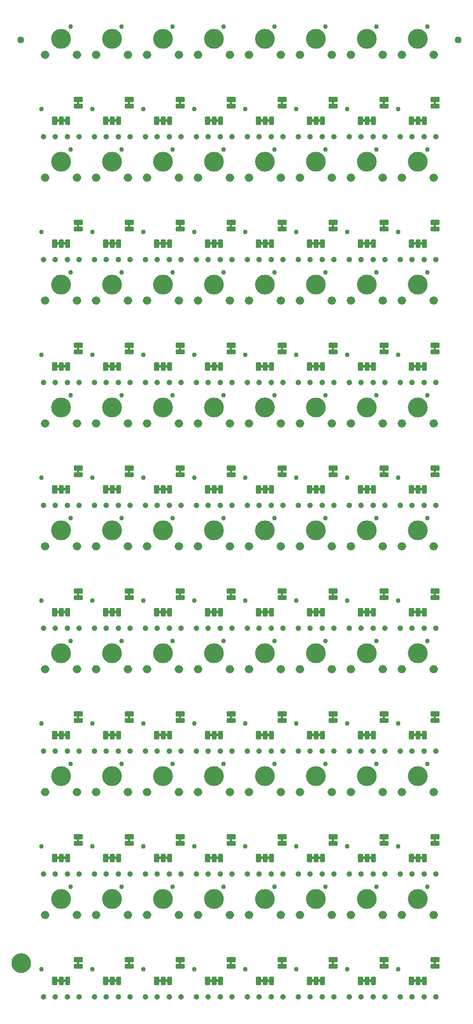
<source format=gbs>
G04 EAGLE Gerber RS-274X export*
G75*
%MOMM*%
%FSLAX34Y34*%
%LPD*%
%INSoldermask Bottom*%
%IPPOS*%
%AMOC8*
5,1,8,0,0,1.08239X$1,22.5*%
G01*
%ADD10C,3.175000*%
%ADD11C,0.228344*%
%ADD12C,0.762000*%
%ADD13C,0.889000*%
%ADD14C,1.327000*%
%ADD15C,1.127000*%
%ADD16C,1.270000*%
%ADD17C,1.627000*%

G36*
X472759Y1430286D02*
X472759Y1430286D01*
X472825Y1430288D01*
X472868Y1430306D01*
X472915Y1430314D01*
X472972Y1430348D01*
X473032Y1430373D01*
X473067Y1430404D01*
X473108Y1430429D01*
X473150Y1430480D01*
X473198Y1430524D01*
X473220Y1430566D01*
X473249Y1430603D01*
X473270Y1430665D01*
X473301Y1430724D01*
X473309Y1430778D01*
X473321Y1430815D01*
X473320Y1430855D01*
X473328Y1430909D01*
X473328Y1434719D01*
X473317Y1434784D01*
X473315Y1434850D01*
X473297Y1434893D01*
X473289Y1434940D01*
X473255Y1434997D01*
X473230Y1435057D01*
X473199Y1435092D01*
X473174Y1435133D01*
X473123Y1435175D01*
X473079Y1435223D01*
X473037Y1435245D01*
X473000Y1435274D01*
X472938Y1435295D01*
X472879Y1435326D01*
X472825Y1435334D01*
X472788Y1435346D01*
X472748Y1435345D01*
X472694Y1435353D01*
X470154Y1435353D01*
X470089Y1435342D01*
X470023Y1435340D01*
X469980Y1435322D01*
X469933Y1435314D01*
X469876Y1435280D01*
X469816Y1435255D01*
X469781Y1435224D01*
X469740Y1435199D01*
X469699Y1435148D01*
X469650Y1435104D01*
X469628Y1435062D01*
X469599Y1435025D01*
X469578Y1434963D01*
X469547Y1434904D01*
X469539Y1434850D01*
X469527Y1434813D01*
X469527Y1434809D01*
X469527Y1434808D01*
X469528Y1434773D01*
X469520Y1434719D01*
X469520Y1430909D01*
X469531Y1430844D01*
X469533Y1430778D01*
X469551Y1430735D01*
X469559Y1430688D01*
X469593Y1430631D01*
X469618Y1430571D01*
X469649Y1430536D01*
X469674Y1430495D01*
X469725Y1430454D01*
X469769Y1430405D01*
X469811Y1430383D01*
X469848Y1430354D01*
X469910Y1430333D01*
X469969Y1430302D01*
X470023Y1430294D01*
X470060Y1430282D01*
X470100Y1430283D01*
X470154Y1430275D01*
X472694Y1430275D01*
X472759Y1430286D01*
G37*
G36*
X391479Y1430286D02*
X391479Y1430286D01*
X391545Y1430288D01*
X391588Y1430306D01*
X391635Y1430314D01*
X391692Y1430348D01*
X391752Y1430373D01*
X391787Y1430404D01*
X391828Y1430429D01*
X391870Y1430480D01*
X391918Y1430524D01*
X391940Y1430566D01*
X391969Y1430603D01*
X391990Y1430665D01*
X392021Y1430724D01*
X392029Y1430778D01*
X392041Y1430815D01*
X392040Y1430855D01*
X392048Y1430909D01*
X392048Y1434719D01*
X392037Y1434784D01*
X392035Y1434850D01*
X392017Y1434893D01*
X392009Y1434940D01*
X391975Y1434997D01*
X391950Y1435057D01*
X391919Y1435092D01*
X391894Y1435133D01*
X391843Y1435175D01*
X391799Y1435223D01*
X391757Y1435245D01*
X391720Y1435274D01*
X391658Y1435295D01*
X391599Y1435326D01*
X391545Y1435334D01*
X391508Y1435346D01*
X391468Y1435345D01*
X391414Y1435353D01*
X388874Y1435353D01*
X388809Y1435342D01*
X388743Y1435340D01*
X388700Y1435322D01*
X388653Y1435314D01*
X388596Y1435280D01*
X388536Y1435255D01*
X388501Y1435224D01*
X388460Y1435199D01*
X388419Y1435148D01*
X388370Y1435104D01*
X388348Y1435062D01*
X388319Y1435025D01*
X388298Y1434963D01*
X388267Y1434904D01*
X388259Y1434850D01*
X388247Y1434813D01*
X388247Y1434809D01*
X388247Y1434808D01*
X388248Y1434773D01*
X388240Y1434719D01*
X388240Y1430909D01*
X388251Y1430844D01*
X388253Y1430778D01*
X388271Y1430735D01*
X388279Y1430688D01*
X388313Y1430631D01*
X388338Y1430571D01*
X388369Y1430536D01*
X388394Y1430495D01*
X388445Y1430454D01*
X388489Y1430405D01*
X388531Y1430383D01*
X388568Y1430354D01*
X388630Y1430333D01*
X388689Y1430302D01*
X388743Y1430294D01*
X388780Y1430282D01*
X388820Y1430283D01*
X388874Y1430275D01*
X391414Y1430275D01*
X391479Y1430286D01*
G37*
G36*
X228919Y1430286D02*
X228919Y1430286D01*
X228985Y1430288D01*
X229028Y1430306D01*
X229075Y1430314D01*
X229132Y1430348D01*
X229192Y1430373D01*
X229227Y1430404D01*
X229268Y1430429D01*
X229310Y1430480D01*
X229358Y1430524D01*
X229380Y1430566D01*
X229409Y1430603D01*
X229430Y1430665D01*
X229461Y1430724D01*
X229469Y1430778D01*
X229481Y1430815D01*
X229480Y1430855D01*
X229488Y1430909D01*
X229488Y1434719D01*
X229477Y1434784D01*
X229475Y1434850D01*
X229457Y1434893D01*
X229449Y1434940D01*
X229415Y1434997D01*
X229390Y1435057D01*
X229359Y1435092D01*
X229334Y1435133D01*
X229283Y1435175D01*
X229239Y1435223D01*
X229197Y1435245D01*
X229160Y1435274D01*
X229098Y1435295D01*
X229039Y1435326D01*
X228985Y1435334D01*
X228948Y1435346D01*
X228908Y1435345D01*
X228854Y1435353D01*
X226314Y1435353D01*
X226249Y1435342D01*
X226183Y1435340D01*
X226140Y1435322D01*
X226093Y1435314D01*
X226036Y1435280D01*
X225976Y1435255D01*
X225941Y1435224D01*
X225900Y1435199D01*
X225859Y1435148D01*
X225810Y1435104D01*
X225788Y1435062D01*
X225759Y1435025D01*
X225738Y1434963D01*
X225707Y1434904D01*
X225699Y1434850D01*
X225687Y1434813D01*
X225687Y1434809D01*
X225687Y1434808D01*
X225688Y1434773D01*
X225680Y1434719D01*
X225680Y1430909D01*
X225691Y1430844D01*
X225693Y1430778D01*
X225711Y1430735D01*
X225719Y1430688D01*
X225753Y1430631D01*
X225778Y1430571D01*
X225809Y1430536D01*
X225834Y1430495D01*
X225885Y1430454D01*
X225929Y1430405D01*
X225971Y1430383D01*
X226008Y1430354D01*
X226070Y1430333D01*
X226129Y1430302D01*
X226183Y1430294D01*
X226220Y1430282D01*
X226260Y1430283D01*
X226314Y1430275D01*
X228854Y1430275D01*
X228919Y1430286D01*
G37*
G36*
X66359Y1430286D02*
X66359Y1430286D01*
X66425Y1430288D01*
X66468Y1430306D01*
X66515Y1430314D01*
X66572Y1430348D01*
X66632Y1430373D01*
X66667Y1430404D01*
X66708Y1430429D01*
X66750Y1430480D01*
X66798Y1430524D01*
X66820Y1430566D01*
X66849Y1430603D01*
X66870Y1430665D01*
X66901Y1430724D01*
X66909Y1430778D01*
X66921Y1430815D01*
X66920Y1430855D01*
X66928Y1430909D01*
X66928Y1434719D01*
X66917Y1434784D01*
X66915Y1434850D01*
X66897Y1434893D01*
X66889Y1434940D01*
X66855Y1434997D01*
X66830Y1435057D01*
X66799Y1435092D01*
X66774Y1435133D01*
X66723Y1435175D01*
X66679Y1435223D01*
X66637Y1435245D01*
X66600Y1435274D01*
X66538Y1435295D01*
X66479Y1435326D01*
X66425Y1435334D01*
X66388Y1435346D01*
X66348Y1435345D01*
X66294Y1435353D01*
X63754Y1435353D01*
X63689Y1435342D01*
X63623Y1435340D01*
X63580Y1435322D01*
X63533Y1435314D01*
X63476Y1435280D01*
X63416Y1435255D01*
X63381Y1435224D01*
X63340Y1435199D01*
X63299Y1435148D01*
X63250Y1435104D01*
X63228Y1435062D01*
X63199Y1435025D01*
X63178Y1434963D01*
X63147Y1434904D01*
X63139Y1434850D01*
X63127Y1434813D01*
X63127Y1434809D01*
X63127Y1434808D01*
X63128Y1434773D01*
X63120Y1434719D01*
X63120Y1430909D01*
X63131Y1430844D01*
X63133Y1430778D01*
X63151Y1430735D01*
X63159Y1430688D01*
X63193Y1430631D01*
X63218Y1430571D01*
X63249Y1430536D01*
X63274Y1430495D01*
X63325Y1430454D01*
X63369Y1430405D01*
X63411Y1430383D01*
X63448Y1430354D01*
X63510Y1430333D01*
X63569Y1430302D01*
X63623Y1430294D01*
X63660Y1430282D01*
X63700Y1430283D01*
X63754Y1430275D01*
X66294Y1430275D01*
X66359Y1430286D01*
G37*
G36*
X310199Y1430286D02*
X310199Y1430286D01*
X310265Y1430288D01*
X310308Y1430306D01*
X310355Y1430314D01*
X310412Y1430348D01*
X310472Y1430373D01*
X310507Y1430404D01*
X310548Y1430429D01*
X310590Y1430480D01*
X310638Y1430524D01*
X310660Y1430566D01*
X310689Y1430603D01*
X310710Y1430665D01*
X310741Y1430724D01*
X310749Y1430778D01*
X310761Y1430815D01*
X310760Y1430855D01*
X310768Y1430909D01*
X310768Y1434719D01*
X310757Y1434784D01*
X310755Y1434850D01*
X310737Y1434893D01*
X310729Y1434940D01*
X310695Y1434997D01*
X310670Y1435057D01*
X310639Y1435092D01*
X310614Y1435133D01*
X310563Y1435175D01*
X310519Y1435223D01*
X310477Y1435245D01*
X310440Y1435274D01*
X310378Y1435295D01*
X310319Y1435326D01*
X310265Y1435334D01*
X310228Y1435346D01*
X310188Y1435345D01*
X310134Y1435353D01*
X307594Y1435353D01*
X307529Y1435342D01*
X307463Y1435340D01*
X307420Y1435322D01*
X307373Y1435314D01*
X307316Y1435280D01*
X307256Y1435255D01*
X307221Y1435224D01*
X307180Y1435199D01*
X307139Y1435148D01*
X307090Y1435104D01*
X307068Y1435062D01*
X307039Y1435025D01*
X307018Y1434963D01*
X306987Y1434904D01*
X306979Y1434850D01*
X306967Y1434813D01*
X306967Y1434809D01*
X306967Y1434808D01*
X306968Y1434773D01*
X306960Y1434719D01*
X306960Y1430909D01*
X306971Y1430844D01*
X306973Y1430778D01*
X306991Y1430735D01*
X306999Y1430688D01*
X307033Y1430631D01*
X307058Y1430571D01*
X307089Y1430536D01*
X307114Y1430495D01*
X307165Y1430454D01*
X307209Y1430405D01*
X307251Y1430383D01*
X307288Y1430354D01*
X307350Y1430333D01*
X307409Y1430302D01*
X307463Y1430294D01*
X307500Y1430282D01*
X307540Y1430283D01*
X307594Y1430275D01*
X310134Y1430275D01*
X310199Y1430286D01*
G37*
G36*
X635319Y1430286D02*
X635319Y1430286D01*
X635385Y1430288D01*
X635428Y1430306D01*
X635475Y1430314D01*
X635532Y1430348D01*
X635592Y1430373D01*
X635627Y1430404D01*
X635668Y1430429D01*
X635710Y1430480D01*
X635758Y1430524D01*
X635780Y1430566D01*
X635809Y1430603D01*
X635830Y1430665D01*
X635861Y1430724D01*
X635869Y1430778D01*
X635881Y1430815D01*
X635880Y1430855D01*
X635888Y1430909D01*
X635888Y1434719D01*
X635877Y1434784D01*
X635875Y1434850D01*
X635857Y1434893D01*
X635849Y1434940D01*
X635815Y1434997D01*
X635790Y1435057D01*
X635759Y1435092D01*
X635734Y1435133D01*
X635683Y1435175D01*
X635639Y1435223D01*
X635597Y1435245D01*
X635560Y1435274D01*
X635498Y1435295D01*
X635439Y1435326D01*
X635385Y1435334D01*
X635348Y1435346D01*
X635308Y1435345D01*
X635254Y1435353D01*
X632714Y1435353D01*
X632649Y1435342D01*
X632583Y1435340D01*
X632540Y1435322D01*
X632493Y1435314D01*
X632436Y1435280D01*
X632376Y1435255D01*
X632341Y1435224D01*
X632300Y1435199D01*
X632259Y1435148D01*
X632210Y1435104D01*
X632188Y1435062D01*
X632159Y1435025D01*
X632138Y1434963D01*
X632107Y1434904D01*
X632099Y1434850D01*
X632087Y1434813D01*
X632087Y1434809D01*
X632087Y1434808D01*
X632088Y1434773D01*
X632080Y1434719D01*
X632080Y1430909D01*
X632091Y1430844D01*
X632093Y1430778D01*
X632111Y1430735D01*
X632119Y1430688D01*
X632153Y1430631D01*
X632178Y1430571D01*
X632209Y1430536D01*
X632234Y1430495D01*
X632285Y1430454D01*
X632329Y1430405D01*
X632371Y1430383D01*
X632408Y1430354D01*
X632470Y1430333D01*
X632529Y1430302D01*
X632583Y1430294D01*
X632620Y1430282D01*
X632660Y1430283D01*
X632714Y1430275D01*
X635254Y1430275D01*
X635319Y1430286D01*
G37*
G36*
X554039Y1430286D02*
X554039Y1430286D01*
X554105Y1430288D01*
X554148Y1430306D01*
X554195Y1430314D01*
X554252Y1430348D01*
X554312Y1430373D01*
X554347Y1430404D01*
X554388Y1430429D01*
X554430Y1430480D01*
X554478Y1430524D01*
X554500Y1430566D01*
X554529Y1430603D01*
X554550Y1430665D01*
X554581Y1430724D01*
X554589Y1430778D01*
X554601Y1430815D01*
X554600Y1430855D01*
X554608Y1430909D01*
X554608Y1434719D01*
X554597Y1434784D01*
X554595Y1434850D01*
X554577Y1434893D01*
X554569Y1434940D01*
X554535Y1434997D01*
X554510Y1435057D01*
X554479Y1435092D01*
X554454Y1435133D01*
X554403Y1435175D01*
X554359Y1435223D01*
X554317Y1435245D01*
X554280Y1435274D01*
X554218Y1435295D01*
X554159Y1435326D01*
X554105Y1435334D01*
X554068Y1435346D01*
X554028Y1435345D01*
X553974Y1435353D01*
X551434Y1435353D01*
X551369Y1435342D01*
X551303Y1435340D01*
X551260Y1435322D01*
X551213Y1435314D01*
X551156Y1435280D01*
X551096Y1435255D01*
X551061Y1435224D01*
X551020Y1435199D01*
X550979Y1435148D01*
X550930Y1435104D01*
X550908Y1435062D01*
X550879Y1435025D01*
X550858Y1434963D01*
X550827Y1434904D01*
X550819Y1434850D01*
X550807Y1434813D01*
X550807Y1434809D01*
X550807Y1434808D01*
X550808Y1434773D01*
X550800Y1434719D01*
X550800Y1430909D01*
X550811Y1430844D01*
X550813Y1430778D01*
X550831Y1430735D01*
X550839Y1430688D01*
X550873Y1430631D01*
X550898Y1430571D01*
X550929Y1430536D01*
X550954Y1430495D01*
X551005Y1430454D01*
X551049Y1430405D01*
X551091Y1430383D01*
X551128Y1430354D01*
X551190Y1430333D01*
X551249Y1430302D01*
X551303Y1430294D01*
X551340Y1430282D01*
X551380Y1430283D01*
X551434Y1430275D01*
X553974Y1430275D01*
X554039Y1430286D01*
G37*
G36*
X147639Y1430286D02*
X147639Y1430286D01*
X147705Y1430288D01*
X147748Y1430306D01*
X147795Y1430314D01*
X147852Y1430348D01*
X147912Y1430373D01*
X147947Y1430404D01*
X147988Y1430429D01*
X148030Y1430480D01*
X148078Y1430524D01*
X148100Y1430566D01*
X148129Y1430603D01*
X148150Y1430665D01*
X148181Y1430724D01*
X148189Y1430778D01*
X148201Y1430815D01*
X148200Y1430855D01*
X148208Y1430909D01*
X148208Y1434719D01*
X148197Y1434784D01*
X148195Y1434850D01*
X148177Y1434893D01*
X148169Y1434940D01*
X148135Y1434997D01*
X148110Y1435057D01*
X148079Y1435092D01*
X148054Y1435133D01*
X148003Y1435175D01*
X147959Y1435223D01*
X147917Y1435245D01*
X147880Y1435274D01*
X147818Y1435295D01*
X147759Y1435326D01*
X147705Y1435334D01*
X147668Y1435346D01*
X147628Y1435345D01*
X147574Y1435353D01*
X145034Y1435353D01*
X144969Y1435342D01*
X144903Y1435340D01*
X144860Y1435322D01*
X144813Y1435314D01*
X144756Y1435280D01*
X144696Y1435255D01*
X144661Y1435224D01*
X144620Y1435199D01*
X144579Y1435148D01*
X144530Y1435104D01*
X144508Y1435062D01*
X144479Y1435025D01*
X144458Y1434963D01*
X144427Y1434904D01*
X144419Y1434850D01*
X144407Y1434813D01*
X144407Y1434809D01*
X144407Y1434808D01*
X144408Y1434773D01*
X144400Y1434719D01*
X144400Y1430909D01*
X144411Y1430844D01*
X144413Y1430778D01*
X144431Y1430735D01*
X144439Y1430688D01*
X144473Y1430631D01*
X144498Y1430571D01*
X144529Y1430536D01*
X144554Y1430495D01*
X144605Y1430454D01*
X144649Y1430405D01*
X144691Y1430383D01*
X144728Y1430354D01*
X144790Y1430333D01*
X144849Y1430302D01*
X144903Y1430294D01*
X144940Y1430282D01*
X144980Y1430283D01*
X145034Y1430275D01*
X147574Y1430275D01*
X147639Y1430286D01*
G37*
G36*
X472759Y452386D02*
X472759Y452386D01*
X472825Y452388D01*
X472868Y452406D01*
X472915Y452414D01*
X472972Y452448D01*
X473032Y452473D01*
X473067Y452504D01*
X473108Y452529D01*
X473150Y452580D01*
X473198Y452624D01*
X473220Y452666D01*
X473249Y452703D01*
X473270Y452765D01*
X473301Y452824D01*
X473309Y452878D01*
X473321Y452915D01*
X473320Y452955D01*
X473328Y453009D01*
X473328Y456819D01*
X473317Y456884D01*
X473315Y456950D01*
X473297Y456993D01*
X473289Y457040D01*
X473255Y457097D01*
X473230Y457157D01*
X473199Y457192D01*
X473174Y457233D01*
X473123Y457275D01*
X473079Y457323D01*
X473037Y457345D01*
X473000Y457374D01*
X472938Y457395D01*
X472879Y457426D01*
X472825Y457434D01*
X472788Y457446D01*
X472748Y457445D01*
X472694Y457453D01*
X470154Y457453D01*
X470089Y457442D01*
X470023Y457440D01*
X469980Y457422D01*
X469933Y457414D01*
X469876Y457380D01*
X469816Y457355D01*
X469781Y457324D01*
X469740Y457299D01*
X469699Y457248D01*
X469650Y457204D01*
X469628Y457162D01*
X469599Y457125D01*
X469578Y457063D01*
X469547Y457004D01*
X469539Y456950D01*
X469527Y456913D01*
X469527Y456909D01*
X469527Y456908D01*
X469528Y456873D01*
X469520Y456819D01*
X469520Y453009D01*
X469531Y452944D01*
X469533Y452878D01*
X469551Y452835D01*
X469559Y452788D01*
X469593Y452731D01*
X469618Y452671D01*
X469649Y452636D01*
X469674Y452595D01*
X469725Y452554D01*
X469769Y452505D01*
X469811Y452483D01*
X469848Y452454D01*
X469910Y452433D01*
X469969Y452402D01*
X470023Y452394D01*
X470060Y452382D01*
X470100Y452383D01*
X470154Y452375D01*
X472694Y452375D01*
X472759Y452386D01*
G37*
G36*
X310199Y452386D02*
X310199Y452386D01*
X310265Y452388D01*
X310308Y452406D01*
X310355Y452414D01*
X310412Y452448D01*
X310472Y452473D01*
X310507Y452504D01*
X310548Y452529D01*
X310590Y452580D01*
X310638Y452624D01*
X310660Y452666D01*
X310689Y452703D01*
X310710Y452765D01*
X310741Y452824D01*
X310749Y452878D01*
X310761Y452915D01*
X310760Y452955D01*
X310768Y453009D01*
X310768Y456819D01*
X310757Y456884D01*
X310755Y456950D01*
X310737Y456993D01*
X310729Y457040D01*
X310695Y457097D01*
X310670Y457157D01*
X310639Y457192D01*
X310614Y457233D01*
X310563Y457275D01*
X310519Y457323D01*
X310477Y457345D01*
X310440Y457374D01*
X310378Y457395D01*
X310319Y457426D01*
X310265Y457434D01*
X310228Y457446D01*
X310188Y457445D01*
X310134Y457453D01*
X307594Y457453D01*
X307529Y457442D01*
X307463Y457440D01*
X307420Y457422D01*
X307373Y457414D01*
X307316Y457380D01*
X307256Y457355D01*
X307221Y457324D01*
X307180Y457299D01*
X307139Y457248D01*
X307090Y457204D01*
X307068Y457162D01*
X307039Y457125D01*
X307018Y457063D01*
X306987Y457004D01*
X306979Y456950D01*
X306967Y456913D01*
X306967Y456909D01*
X306967Y456908D01*
X306968Y456873D01*
X306960Y456819D01*
X306960Y453009D01*
X306971Y452944D01*
X306973Y452878D01*
X306991Y452835D01*
X306999Y452788D01*
X307033Y452731D01*
X307058Y452671D01*
X307089Y452636D01*
X307114Y452595D01*
X307165Y452554D01*
X307209Y452505D01*
X307251Y452483D01*
X307288Y452454D01*
X307350Y452433D01*
X307409Y452402D01*
X307463Y452394D01*
X307500Y452382D01*
X307540Y452383D01*
X307594Y452375D01*
X310134Y452375D01*
X310199Y452386D01*
G37*
G36*
X147639Y452386D02*
X147639Y452386D01*
X147705Y452388D01*
X147748Y452406D01*
X147795Y452414D01*
X147852Y452448D01*
X147912Y452473D01*
X147947Y452504D01*
X147988Y452529D01*
X148030Y452580D01*
X148078Y452624D01*
X148100Y452666D01*
X148129Y452703D01*
X148150Y452765D01*
X148181Y452824D01*
X148189Y452878D01*
X148201Y452915D01*
X148200Y452955D01*
X148208Y453009D01*
X148208Y456819D01*
X148197Y456884D01*
X148195Y456950D01*
X148177Y456993D01*
X148169Y457040D01*
X148135Y457097D01*
X148110Y457157D01*
X148079Y457192D01*
X148054Y457233D01*
X148003Y457275D01*
X147959Y457323D01*
X147917Y457345D01*
X147880Y457374D01*
X147818Y457395D01*
X147759Y457426D01*
X147705Y457434D01*
X147668Y457446D01*
X147628Y457445D01*
X147574Y457453D01*
X145034Y457453D01*
X144969Y457442D01*
X144903Y457440D01*
X144860Y457422D01*
X144813Y457414D01*
X144756Y457380D01*
X144696Y457355D01*
X144661Y457324D01*
X144620Y457299D01*
X144579Y457248D01*
X144530Y457204D01*
X144508Y457162D01*
X144479Y457125D01*
X144458Y457063D01*
X144427Y457004D01*
X144419Y456950D01*
X144407Y456913D01*
X144407Y456909D01*
X144407Y456908D01*
X144408Y456873D01*
X144400Y456819D01*
X144400Y453009D01*
X144411Y452944D01*
X144413Y452878D01*
X144431Y452835D01*
X144439Y452788D01*
X144473Y452731D01*
X144498Y452671D01*
X144529Y452636D01*
X144554Y452595D01*
X144605Y452554D01*
X144649Y452505D01*
X144691Y452483D01*
X144728Y452454D01*
X144790Y452433D01*
X144849Y452402D01*
X144903Y452394D01*
X144940Y452382D01*
X144980Y452383D01*
X145034Y452375D01*
X147574Y452375D01*
X147639Y452386D01*
G37*
G36*
X635319Y452386D02*
X635319Y452386D01*
X635385Y452388D01*
X635428Y452406D01*
X635475Y452414D01*
X635532Y452448D01*
X635592Y452473D01*
X635627Y452504D01*
X635668Y452529D01*
X635710Y452580D01*
X635758Y452624D01*
X635780Y452666D01*
X635809Y452703D01*
X635830Y452765D01*
X635861Y452824D01*
X635869Y452878D01*
X635881Y452915D01*
X635880Y452955D01*
X635888Y453009D01*
X635888Y456819D01*
X635877Y456884D01*
X635875Y456950D01*
X635857Y456993D01*
X635849Y457040D01*
X635815Y457097D01*
X635790Y457157D01*
X635759Y457192D01*
X635734Y457233D01*
X635683Y457275D01*
X635639Y457323D01*
X635597Y457345D01*
X635560Y457374D01*
X635498Y457395D01*
X635439Y457426D01*
X635385Y457434D01*
X635348Y457446D01*
X635308Y457445D01*
X635254Y457453D01*
X632714Y457453D01*
X632649Y457442D01*
X632583Y457440D01*
X632540Y457422D01*
X632493Y457414D01*
X632436Y457380D01*
X632376Y457355D01*
X632341Y457324D01*
X632300Y457299D01*
X632259Y457248D01*
X632210Y457204D01*
X632188Y457162D01*
X632159Y457125D01*
X632138Y457063D01*
X632107Y457004D01*
X632099Y456950D01*
X632087Y456913D01*
X632087Y456909D01*
X632087Y456908D01*
X632088Y456873D01*
X632080Y456819D01*
X632080Y453009D01*
X632091Y452944D01*
X632093Y452878D01*
X632111Y452835D01*
X632119Y452788D01*
X632153Y452731D01*
X632178Y452671D01*
X632209Y452636D01*
X632234Y452595D01*
X632285Y452554D01*
X632329Y452505D01*
X632371Y452483D01*
X632408Y452454D01*
X632470Y452433D01*
X632529Y452402D01*
X632583Y452394D01*
X632620Y452382D01*
X632660Y452383D01*
X632714Y452375D01*
X635254Y452375D01*
X635319Y452386D01*
G37*
G36*
X554039Y452386D02*
X554039Y452386D01*
X554105Y452388D01*
X554148Y452406D01*
X554195Y452414D01*
X554252Y452448D01*
X554312Y452473D01*
X554347Y452504D01*
X554388Y452529D01*
X554430Y452580D01*
X554478Y452624D01*
X554500Y452666D01*
X554529Y452703D01*
X554550Y452765D01*
X554581Y452824D01*
X554589Y452878D01*
X554601Y452915D01*
X554600Y452955D01*
X554608Y453009D01*
X554608Y456819D01*
X554597Y456884D01*
X554595Y456950D01*
X554577Y456993D01*
X554569Y457040D01*
X554535Y457097D01*
X554510Y457157D01*
X554479Y457192D01*
X554454Y457233D01*
X554403Y457275D01*
X554359Y457323D01*
X554317Y457345D01*
X554280Y457374D01*
X554218Y457395D01*
X554159Y457426D01*
X554105Y457434D01*
X554068Y457446D01*
X554028Y457445D01*
X553974Y457453D01*
X551434Y457453D01*
X551369Y457442D01*
X551303Y457440D01*
X551260Y457422D01*
X551213Y457414D01*
X551156Y457380D01*
X551096Y457355D01*
X551061Y457324D01*
X551020Y457299D01*
X550979Y457248D01*
X550930Y457204D01*
X550908Y457162D01*
X550879Y457125D01*
X550858Y457063D01*
X550827Y457004D01*
X550819Y456950D01*
X550807Y456913D01*
X550807Y456909D01*
X550807Y456908D01*
X550808Y456873D01*
X550800Y456819D01*
X550800Y453009D01*
X550811Y452944D01*
X550813Y452878D01*
X550831Y452835D01*
X550839Y452788D01*
X550873Y452731D01*
X550898Y452671D01*
X550929Y452636D01*
X550954Y452595D01*
X551005Y452554D01*
X551049Y452505D01*
X551091Y452483D01*
X551128Y452454D01*
X551190Y452433D01*
X551249Y452402D01*
X551303Y452394D01*
X551340Y452382D01*
X551380Y452383D01*
X551434Y452375D01*
X553974Y452375D01*
X554039Y452386D01*
G37*
G36*
X66359Y452386D02*
X66359Y452386D01*
X66425Y452388D01*
X66468Y452406D01*
X66515Y452414D01*
X66572Y452448D01*
X66632Y452473D01*
X66667Y452504D01*
X66708Y452529D01*
X66750Y452580D01*
X66798Y452624D01*
X66820Y452666D01*
X66849Y452703D01*
X66870Y452765D01*
X66901Y452824D01*
X66909Y452878D01*
X66921Y452915D01*
X66920Y452955D01*
X66928Y453009D01*
X66928Y456819D01*
X66917Y456884D01*
X66915Y456950D01*
X66897Y456993D01*
X66889Y457040D01*
X66855Y457097D01*
X66830Y457157D01*
X66799Y457192D01*
X66774Y457233D01*
X66723Y457275D01*
X66679Y457323D01*
X66637Y457345D01*
X66600Y457374D01*
X66538Y457395D01*
X66479Y457426D01*
X66425Y457434D01*
X66388Y457446D01*
X66348Y457445D01*
X66294Y457453D01*
X63754Y457453D01*
X63689Y457442D01*
X63623Y457440D01*
X63580Y457422D01*
X63533Y457414D01*
X63476Y457380D01*
X63416Y457355D01*
X63381Y457324D01*
X63340Y457299D01*
X63299Y457248D01*
X63250Y457204D01*
X63228Y457162D01*
X63199Y457125D01*
X63178Y457063D01*
X63147Y457004D01*
X63139Y456950D01*
X63127Y456913D01*
X63127Y456909D01*
X63127Y456908D01*
X63128Y456873D01*
X63120Y456819D01*
X63120Y453009D01*
X63131Y452944D01*
X63133Y452878D01*
X63151Y452835D01*
X63159Y452788D01*
X63193Y452731D01*
X63218Y452671D01*
X63249Y452636D01*
X63274Y452595D01*
X63325Y452554D01*
X63369Y452505D01*
X63411Y452483D01*
X63448Y452454D01*
X63510Y452433D01*
X63569Y452402D01*
X63623Y452394D01*
X63660Y452382D01*
X63700Y452383D01*
X63754Y452375D01*
X66294Y452375D01*
X66359Y452386D01*
G37*
G36*
X228919Y452386D02*
X228919Y452386D01*
X228985Y452388D01*
X229028Y452406D01*
X229075Y452414D01*
X229132Y452448D01*
X229192Y452473D01*
X229227Y452504D01*
X229268Y452529D01*
X229310Y452580D01*
X229358Y452624D01*
X229380Y452666D01*
X229409Y452703D01*
X229430Y452765D01*
X229461Y452824D01*
X229469Y452878D01*
X229481Y452915D01*
X229480Y452955D01*
X229488Y453009D01*
X229488Y456819D01*
X229477Y456884D01*
X229475Y456950D01*
X229457Y456993D01*
X229449Y457040D01*
X229415Y457097D01*
X229390Y457157D01*
X229359Y457192D01*
X229334Y457233D01*
X229283Y457275D01*
X229239Y457323D01*
X229197Y457345D01*
X229160Y457374D01*
X229098Y457395D01*
X229039Y457426D01*
X228985Y457434D01*
X228948Y457446D01*
X228908Y457445D01*
X228854Y457453D01*
X226314Y457453D01*
X226249Y457442D01*
X226183Y457440D01*
X226140Y457422D01*
X226093Y457414D01*
X226036Y457380D01*
X225976Y457355D01*
X225941Y457324D01*
X225900Y457299D01*
X225859Y457248D01*
X225810Y457204D01*
X225788Y457162D01*
X225759Y457125D01*
X225738Y457063D01*
X225707Y457004D01*
X225699Y456950D01*
X225687Y456913D01*
X225687Y456909D01*
X225687Y456908D01*
X225688Y456873D01*
X225680Y456819D01*
X225680Y453009D01*
X225691Y452944D01*
X225693Y452878D01*
X225711Y452835D01*
X225719Y452788D01*
X225753Y452731D01*
X225778Y452671D01*
X225809Y452636D01*
X225834Y452595D01*
X225885Y452554D01*
X225929Y452505D01*
X225971Y452483D01*
X226008Y452454D01*
X226070Y452433D01*
X226129Y452402D01*
X226183Y452394D01*
X226220Y452382D01*
X226260Y452383D01*
X226314Y452375D01*
X228854Y452375D01*
X228919Y452386D01*
G37*
G36*
X391479Y452386D02*
X391479Y452386D01*
X391545Y452388D01*
X391588Y452406D01*
X391635Y452414D01*
X391692Y452448D01*
X391752Y452473D01*
X391787Y452504D01*
X391828Y452529D01*
X391870Y452580D01*
X391918Y452624D01*
X391940Y452666D01*
X391969Y452703D01*
X391990Y452765D01*
X392021Y452824D01*
X392029Y452878D01*
X392041Y452915D01*
X392040Y452955D01*
X392048Y453009D01*
X392048Y456819D01*
X392037Y456884D01*
X392035Y456950D01*
X392017Y456993D01*
X392009Y457040D01*
X391975Y457097D01*
X391950Y457157D01*
X391919Y457192D01*
X391894Y457233D01*
X391843Y457275D01*
X391799Y457323D01*
X391757Y457345D01*
X391720Y457374D01*
X391658Y457395D01*
X391599Y457426D01*
X391545Y457434D01*
X391508Y457446D01*
X391468Y457445D01*
X391414Y457453D01*
X388874Y457453D01*
X388809Y457442D01*
X388743Y457440D01*
X388700Y457422D01*
X388653Y457414D01*
X388596Y457380D01*
X388536Y457355D01*
X388501Y457324D01*
X388460Y457299D01*
X388419Y457248D01*
X388370Y457204D01*
X388348Y457162D01*
X388319Y457125D01*
X388298Y457063D01*
X388267Y457004D01*
X388259Y456950D01*
X388247Y456913D01*
X388247Y456909D01*
X388247Y456908D01*
X388248Y456873D01*
X388240Y456819D01*
X388240Y453009D01*
X388251Y452944D01*
X388253Y452878D01*
X388271Y452835D01*
X388279Y452788D01*
X388313Y452731D01*
X388338Y452671D01*
X388369Y452636D01*
X388394Y452595D01*
X388445Y452554D01*
X388489Y452505D01*
X388531Y452483D01*
X388568Y452454D01*
X388630Y452433D01*
X388689Y452402D01*
X388743Y452394D01*
X388780Y452382D01*
X388820Y452383D01*
X388874Y452375D01*
X391414Y452375D01*
X391479Y452386D01*
G37*
G36*
X472759Y843546D02*
X472759Y843546D01*
X472825Y843548D01*
X472868Y843566D01*
X472915Y843574D01*
X472972Y843608D01*
X473032Y843633D01*
X473067Y843664D01*
X473108Y843689D01*
X473150Y843740D01*
X473198Y843784D01*
X473220Y843826D01*
X473249Y843863D01*
X473270Y843925D01*
X473301Y843984D01*
X473309Y844038D01*
X473321Y844075D01*
X473320Y844115D01*
X473328Y844169D01*
X473328Y847979D01*
X473317Y848044D01*
X473315Y848110D01*
X473297Y848153D01*
X473289Y848200D01*
X473255Y848257D01*
X473230Y848317D01*
X473199Y848352D01*
X473174Y848393D01*
X473123Y848435D01*
X473079Y848483D01*
X473037Y848505D01*
X473000Y848534D01*
X472938Y848555D01*
X472879Y848586D01*
X472825Y848594D01*
X472788Y848606D01*
X472748Y848605D01*
X472694Y848613D01*
X470154Y848613D01*
X470089Y848602D01*
X470023Y848600D01*
X469980Y848582D01*
X469933Y848574D01*
X469876Y848540D01*
X469816Y848515D01*
X469781Y848484D01*
X469740Y848459D01*
X469699Y848408D01*
X469650Y848364D01*
X469628Y848322D01*
X469599Y848285D01*
X469578Y848223D01*
X469547Y848164D01*
X469539Y848110D01*
X469527Y848073D01*
X469527Y848069D01*
X469527Y848068D01*
X469528Y848033D01*
X469520Y847979D01*
X469520Y844169D01*
X469531Y844104D01*
X469533Y844038D01*
X469551Y843995D01*
X469559Y843948D01*
X469593Y843891D01*
X469618Y843831D01*
X469649Y843796D01*
X469674Y843755D01*
X469725Y843714D01*
X469769Y843665D01*
X469811Y843643D01*
X469848Y843614D01*
X469910Y843593D01*
X469969Y843562D01*
X470023Y843554D01*
X470060Y843542D01*
X470100Y843543D01*
X470154Y843535D01*
X472694Y843535D01*
X472759Y843546D01*
G37*
G36*
X310199Y843546D02*
X310199Y843546D01*
X310265Y843548D01*
X310308Y843566D01*
X310355Y843574D01*
X310412Y843608D01*
X310472Y843633D01*
X310507Y843664D01*
X310548Y843689D01*
X310590Y843740D01*
X310638Y843784D01*
X310660Y843826D01*
X310689Y843863D01*
X310710Y843925D01*
X310741Y843984D01*
X310749Y844038D01*
X310761Y844075D01*
X310760Y844115D01*
X310768Y844169D01*
X310768Y847979D01*
X310757Y848044D01*
X310755Y848110D01*
X310737Y848153D01*
X310729Y848200D01*
X310695Y848257D01*
X310670Y848317D01*
X310639Y848352D01*
X310614Y848393D01*
X310563Y848435D01*
X310519Y848483D01*
X310477Y848505D01*
X310440Y848534D01*
X310378Y848555D01*
X310319Y848586D01*
X310265Y848594D01*
X310228Y848606D01*
X310188Y848605D01*
X310134Y848613D01*
X307594Y848613D01*
X307529Y848602D01*
X307463Y848600D01*
X307420Y848582D01*
X307373Y848574D01*
X307316Y848540D01*
X307256Y848515D01*
X307221Y848484D01*
X307180Y848459D01*
X307139Y848408D01*
X307090Y848364D01*
X307068Y848322D01*
X307039Y848285D01*
X307018Y848223D01*
X306987Y848164D01*
X306979Y848110D01*
X306967Y848073D01*
X306967Y848069D01*
X306967Y848068D01*
X306968Y848033D01*
X306960Y847979D01*
X306960Y844169D01*
X306971Y844104D01*
X306973Y844038D01*
X306991Y843995D01*
X306999Y843948D01*
X307033Y843891D01*
X307058Y843831D01*
X307089Y843796D01*
X307114Y843755D01*
X307165Y843714D01*
X307209Y843665D01*
X307251Y843643D01*
X307288Y843614D01*
X307350Y843593D01*
X307409Y843562D01*
X307463Y843554D01*
X307500Y843542D01*
X307540Y843543D01*
X307594Y843535D01*
X310134Y843535D01*
X310199Y843546D01*
G37*
G36*
X554039Y843546D02*
X554039Y843546D01*
X554105Y843548D01*
X554148Y843566D01*
X554195Y843574D01*
X554252Y843608D01*
X554312Y843633D01*
X554347Y843664D01*
X554388Y843689D01*
X554430Y843740D01*
X554478Y843784D01*
X554500Y843826D01*
X554529Y843863D01*
X554550Y843925D01*
X554581Y843984D01*
X554589Y844038D01*
X554601Y844075D01*
X554600Y844115D01*
X554608Y844169D01*
X554608Y847979D01*
X554597Y848044D01*
X554595Y848110D01*
X554577Y848153D01*
X554569Y848200D01*
X554535Y848257D01*
X554510Y848317D01*
X554479Y848352D01*
X554454Y848393D01*
X554403Y848435D01*
X554359Y848483D01*
X554317Y848505D01*
X554280Y848534D01*
X554218Y848555D01*
X554159Y848586D01*
X554105Y848594D01*
X554068Y848606D01*
X554028Y848605D01*
X553974Y848613D01*
X551434Y848613D01*
X551369Y848602D01*
X551303Y848600D01*
X551260Y848582D01*
X551213Y848574D01*
X551156Y848540D01*
X551096Y848515D01*
X551061Y848484D01*
X551020Y848459D01*
X550979Y848408D01*
X550930Y848364D01*
X550908Y848322D01*
X550879Y848285D01*
X550858Y848223D01*
X550827Y848164D01*
X550819Y848110D01*
X550807Y848073D01*
X550807Y848069D01*
X550807Y848068D01*
X550808Y848033D01*
X550800Y847979D01*
X550800Y844169D01*
X550811Y844104D01*
X550813Y844038D01*
X550831Y843995D01*
X550839Y843948D01*
X550873Y843891D01*
X550898Y843831D01*
X550929Y843796D01*
X550954Y843755D01*
X551005Y843714D01*
X551049Y843665D01*
X551091Y843643D01*
X551128Y843614D01*
X551190Y843593D01*
X551249Y843562D01*
X551303Y843554D01*
X551340Y843542D01*
X551380Y843543D01*
X551434Y843535D01*
X553974Y843535D01*
X554039Y843546D01*
G37*
G36*
X228919Y843546D02*
X228919Y843546D01*
X228985Y843548D01*
X229028Y843566D01*
X229075Y843574D01*
X229132Y843608D01*
X229192Y843633D01*
X229227Y843664D01*
X229268Y843689D01*
X229310Y843740D01*
X229358Y843784D01*
X229380Y843826D01*
X229409Y843863D01*
X229430Y843925D01*
X229461Y843984D01*
X229469Y844038D01*
X229481Y844075D01*
X229480Y844115D01*
X229488Y844169D01*
X229488Y847979D01*
X229477Y848044D01*
X229475Y848110D01*
X229457Y848153D01*
X229449Y848200D01*
X229415Y848257D01*
X229390Y848317D01*
X229359Y848352D01*
X229334Y848393D01*
X229283Y848435D01*
X229239Y848483D01*
X229197Y848505D01*
X229160Y848534D01*
X229098Y848555D01*
X229039Y848586D01*
X228985Y848594D01*
X228948Y848606D01*
X228908Y848605D01*
X228854Y848613D01*
X226314Y848613D01*
X226249Y848602D01*
X226183Y848600D01*
X226140Y848582D01*
X226093Y848574D01*
X226036Y848540D01*
X225976Y848515D01*
X225941Y848484D01*
X225900Y848459D01*
X225859Y848408D01*
X225810Y848364D01*
X225788Y848322D01*
X225759Y848285D01*
X225738Y848223D01*
X225707Y848164D01*
X225699Y848110D01*
X225687Y848073D01*
X225687Y848069D01*
X225687Y848068D01*
X225688Y848033D01*
X225680Y847979D01*
X225680Y844169D01*
X225691Y844104D01*
X225693Y844038D01*
X225711Y843995D01*
X225719Y843948D01*
X225753Y843891D01*
X225778Y843831D01*
X225809Y843796D01*
X225834Y843755D01*
X225885Y843714D01*
X225929Y843665D01*
X225971Y843643D01*
X226008Y843614D01*
X226070Y843593D01*
X226129Y843562D01*
X226183Y843554D01*
X226220Y843542D01*
X226260Y843543D01*
X226314Y843535D01*
X228854Y843535D01*
X228919Y843546D01*
G37*
G36*
X147639Y843546D02*
X147639Y843546D01*
X147705Y843548D01*
X147748Y843566D01*
X147795Y843574D01*
X147852Y843608D01*
X147912Y843633D01*
X147947Y843664D01*
X147988Y843689D01*
X148030Y843740D01*
X148078Y843784D01*
X148100Y843826D01*
X148129Y843863D01*
X148150Y843925D01*
X148181Y843984D01*
X148189Y844038D01*
X148201Y844075D01*
X148200Y844115D01*
X148208Y844169D01*
X148208Y847979D01*
X148197Y848044D01*
X148195Y848110D01*
X148177Y848153D01*
X148169Y848200D01*
X148135Y848257D01*
X148110Y848317D01*
X148079Y848352D01*
X148054Y848393D01*
X148003Y848435D01*
X147959Y848483D01*
X147917Y848505D01*
X147880Y848534D01*
X147818Y848555D01*
X147759Y848586D01*
X147705Y848594D01*
X147668Y848606D01*
X147628Y848605D01*
X147574Y848613D01*
X145034Y848613D01*
X144969Y848602D01*
X144903Y848600D01*
X144860Y848582D01*
X144813Y848574D01*
X144756Y848540D01*
X144696Y848515D01*
X144661Y848484D01*
X144620Y848459D01*
X144579Y848408D01*
X144530Y848364D01*
X144508Y848322D01*
X144479Y848285D01*
X144458Y848223D01*
X144427Y848164D01*
X144419Y848110D01*
X144407Y848073D01*
X144407Y848069D01*
X144407Y848068D01*
X144408Y848033D01*
X144400Y847979D01*
X144400Y844169D01*
X144411Y844104D01*
X144413Y844038D01*
X144431Y843995D01*
X144439Y843948D01*
X144473Y843891D01*
X144498Y843831D01*
X144529Y843796D01*
X144554Y843755D01*
X144605Y843714D01*
X144649Y843665D01*
X144691Y843643D01*
X144728Y843614D01*
X144790Y843593D01*
X144849Y843562D01*
X144903Y843554D01*
X144940Y843542D01*
X144980Y843543D01*
X145034Y843535D01*
X147574Y843535D01*
X147639Y843546D01*
G37*
G36*
X391479Y843546D02*
X391479Y843546D01*
X391545Y843548D01*
X391588Y843566D01*
X391635Y843574D01*
X391692Y843608D01*
X391752Y843633D01*
X391787Y843664D01*
X391828Y843689D01*
X391870Y843740D01*
X391918Y843784D01*
X391940Y843826D01*
X391969Y843863D01*
X391990Y843925D01*
X392021Y843984D01*
X392029Y844038D01*
X392041Y844075D01*
X392040Y844115D01*
X392048Y844169D01*
X392048Y847979D01*
X392037Y848044D01*
X392035Y848110D01*
X392017Y848153D01*
X392009Y848200D01*
X391975Y848257D01*
X391950Y848317D01*
X391919Y848352D01*
X391894Y848393D01*
X391843Y848435D01*
X391799Y848483D01*
X391757Y848505D01*
X391720Y848534D01*
X391658Y848555D01*
X391599Y848586D01*
X391545Y848594D01*
X391508Y848606D01*
X391468Y848605D01*
X391414Y848613D01*
X388874Y848613D01*
X388809Y848602D01*
X388743Y848600D01*
X388700Y848582D01*
X388653Y848574D01*
X388596Y848540D01*
X388536Y848515D01*
X388501Y848484D01*
X388460Y848459D01*
X388419Y848408D01*
X388370Y848364D01*
X388348Y848322D01*
X388319Y848285D01*
X388298Y848223D01*
X388267Y848164D01*
X388259Y848110D01*
X388247Y848073D01*
X388247Y848069D01*
X388247Y848068D01*
X388248Y848033D01*
X388240Y847979D01*
X388240Y844169D01*
X388251Y844104D01*
X388253Y844038D01*
X388271Y843995D01*
X388279Y843948D01*
X388313Y843891D01*
X388338Y843831D01*
X388369Y843796D01*
X388394Y843755D01*
X388445Y843714D01*
X388489Y843665D01*
X388531Y843643D01*
X388568Y843614D01*
X388630Y843593D01*
X388689Y843562D01*
X388743Y843554D01*
X388780Y843542D01*
X388820Y843543D01*
X388874Y843535D01*
X391414Y843535D01*
X391479Y843546D01*
G37*
G36*
X635319Y843546D02*
X635319Y843546D01*
X635385Y843548D01*
X635428Y843566D01*
X635475Y843574D01*
X635532Y843608D01*
X635592Y843633D01*
X635627Y843664D01*
X635668Y843689D01*
X635710Y843740D01*
X635758Y843784D01*
X635780Y843826D01*
X635809Y843863D01*
X635830Y843925D01*
X635861Y843984D01*
X635869Y844038D01*
X635881Y844075D01*
X635880Y844115D01*
X635888Y844169D01*
X635888Y847979D01*
X635877Y848044D01*
X635875Y848110D01*
X635857Y848153D01*
X635849Y848200D01*
X635815Y848257D01*
X635790Y848317D01*
X635759Y848352D01*
X635734Y848393D01*
X635683Y848435D01*
X635639Y848483D01*
X635597Y848505D01*
X635560Y848534D01*
X635498Y848555D01*
X635439Y848586D01*
X635385Y848594D01*
X635348Y848606D01*
X635308Y848605D01*
X635254Y848613D01*
X632714Y848613D01*
X632649Y848602D01*
X632583Y848600D01*
X632540Y848582D01*
X632493Y848574D01*
X632436Y848540D01*
X632376Y848515D01*
X632341Y848484D01*
X632300Y848459D01*
X632259Y848408D01*
X632210Y848364D01*
X632188Y848322D01*
X632159Y848285D01*
X632138Y848223D01*
X632107Y848164D01*
X632099Y848110D01*
X632087Y848073D01*
X632087Y848069D01*
X632087Y848068D01*
X632088Y848033D01*
X632080Y847979D01*
X632080Y844169D01*
X632091Y844104D01*
X632093Y844038D01*
X632111Y843995D01*
X632119Y843948D01*
X632153Y843891D01*
X632178Y843831D01*
X632209Y843796D01*
X632234Y843755D01*
X632285Y843714D01*
X632329Y843665D01*
X632371Y843643D01*
X632408Y843614D01*
X632470Y843593D01*
X632529Y843562D01*
X632583Y843554D01*
X632620Y843542D01*
X632660Y843543D01*
X632714Y843535D01*
X635254Y843535D01*
X635319Y843546D01*
G37*
G36*
X66359Y843546D02*
X66359Y843546D01*
X66425Y843548D01*
X66468Y843566D01*
X66515Y843574D01*
X66572Y843608D01*
X66632Y843633D01*
X66667Y843664D01*
X66708Y843689D01*
X66750Y843740D01*
X66798Y843784D01*
X66820Y843826D01*
X66849Y843863D01*
X66870Y843925D01*
X66901Y843984D01*
X66909Y844038D01*
X66921Y844075D01*
X66920Y844115D01*
X66928Y844169D01*
X66928Y847979D01*
X66917Y848044D01*
X66915Y848110D01*
X66897Y848153D01*
X66889Y848200D01*
X66855Y848257D01*
X66830Y848317D01*
X66799Y848352D01*
X66774Y848393D01*
X66723Y848435D01*
X66679Y848483D01*
X66637Y848505D01*
X66600Y848534D01*
X66538Y848555D01*
X66479Y848586D01*
X66425Y848594D01*
X66388Y848606D01*
X66348Y848605D01*
X66294Y848613D01*
X63754Y848613D01*
X63689Y848602D01*
X63623Y848600D01*
X63580Y848582D01*
X63533Y848574D01*
X63476Y848540D01*
X63416Y848515D01*
X63381Y848484D01*
X63340Y848459D01*
X63299Y848408D01*
X63250Y848364D01*
X63228Y848322D01*
X63199Y848285D01*
X63178Y848223D01*
X63147Y848164D01*
X63139Y848110D01*
X63127Y848073D01*
X63127Y848069D01*
X63127Y848068D01*
X63128Y848033D01*
X63120Y847979D01*
X63120Y844169D01*
X63131Y844104D01*
X63133Y844038D01*
X63151Y843995D01*
X63159Y843948D01*
X63193Y843891D01*
X63218Y843831D01*
X63249Y843796D01*
X63274Y843755D01*
X63325Y843714D01*
X63369Y843665D01*
X63411Y843643D01*
X63448Y843614D01*
X63510Y843593D01*
X63569Y843562D01*
X63623Y843554D01*
X63660Y843542D01*
X63700Y843543D01*
X63754Y843535D01*
X66294Y843535D01*
X66359Y843546D01*
G37*
G36*
X472759Y1234706D02*
X472759Y1234706D01*
X472825Y1234708D01*
X472868Y1234726D01*
X472915Y1234734D01*
X472972Y1234768D01*
X473032Y1234793D01*
X473067Y1234824D01*
X473108Y1234849D01*
X473150Y1234900D01*
X473198Y1234944D01*
X473220Y1234986D01*
X473249Y1235023D01*
X473270Y1235085D01*
X473301Y1235144D01*
X473309Y1235198D01*
X473321Y1235235D01*
X473320Y1235275D01*
X473328Y1235329D01*
X473328Y1239139D01*
X473317Y1239204D01*
X473315Y1239270D01*
X473297Y1239313D01*
X473289Y1239360D01*
X473255Y1239417D01*
X473230Y1239477D01*
X473199Y1239512D01*
X473174Y1239553D01*
X473123Y1239595D01*
X473079Y1239643D01*
X473037Y1239665D01*
X473000Y1239694D01*
X472938Y1239715D01*
X472879Y1239746D01*
X472825Y1239754D01*
X472788Y1239766D01*
X472748Y1239765D01*
X472694Y1239773D01*
X470154Y1239773D01*
X470089Y1239762D01*
X470023Y1239760D01*
X469980Y1239742D01*
X469933Y1239734D01*
X469876Y1239700D01*
X469816Y1239675D01*
X469781Y1239644D01*
X469740Y1239619D01*
X469699Y1239568D01*
X469650Y1239524D01*
X469628Y1239482D01*
X469599Y1239445D01*
X469578Y1239383D01*
X469547Y1239324D01*
X469539Y1239270D01*
X469527Y1239233D01*
X469527Y1239229D01*
X469527Y1239228D01*
X469528Y1239193D01*
X469520Y1239139D01*
X469520Y1235329D01*
X469531Y1235264D01*
X469533Y1235198D01*
X469551Y1235155D01*
X469559Y1235108D01*
X469593Y1235051D01*
X469618Y1234991D01*
X469649Y1234956D01*
X469674Y1234915D01*
X469725Y1234874D01*
X469769Y1234825D01*
X469811Y1234803D01*
X469848Y1234774D01*
X469910Y1234753D01*
X469969Y1234722D01*
X470023Y1234714D01*
X470060Y1234702D01*
X470100Y1234703D01*
X470154Y1234695D01*
X472694Y1234695D01*
X472759Y1234706D01*
G37*
G36*
X147639Y1234706D02*
X147639Y1234706D01*
X147705Y1234708D01*
X147748Y1234726D01*
X147795Y1234734D01*
X147852Y1234768D01*
X147912Y1234793D01*
X147947Y1234824D01*
X147988Y1234849D01*
X148030Y1234900D01*
X148078Y1234944D01*
X148100Y1234986D01*
X148129Y1235023D01*
X148150Y1235085D01*
X148181Y1235144D01*
X148189Y1235198D01*
X148201Y1235235D01*
X148200Y1235275D01*
X148208Y1235329D01*
X148208Y1239139D01*
X148197Y1239204D01*
X148195Y1239270D01*
X148177Y1239313D01*
X148169Y1239360D01*
X148135Y1239417D01*
X148110Y1239477D01*
X148079Y1239512D01*
X148054Y1239553D01*
X148003Y1239595D01*
X147959Y1239643D01*
X147917Y1239665D01*
X147880Y1239694D01*
X147818Y1239715D01*
X147759Y1239746D01*
X147705Y1239754D01*
X147668Y1239766D01*
X147628Y1239765D01*
X147574Y1239773D01*
X145034Y1239773D01*
X144969Y1239762D01*
X144903Y1239760D01*
X144860Y1239742D01*
X144813Y1239734D01*
X144756Y1239700D01*
X144696Y1239675D01*
X144661Y1239644D01*
X144620Y1239619D01*
X144579Y1239568D01*
X144530Y1239524D01*
X144508Y1239482D01*
X144479Y1239445D01*
X144458Y1239383D01*
X144427Y1239324D01*
X144419Y1239270D01*
X144407Y1239233D01*
X144407Y1239229D01*
X144407Y1239228D01*
X144408Y1239193D01*
X144400Y1239139D01*
X144400Y1235329D01*
X144411Y1235264D01*
X144413Y1235198D01*
X144431Y1235155D01*
X144439Y1235108D01*
X144473Y1235051D01*
X144498Y1234991D01*
X144529Y1234956D01*
X144554Y1234915D01*
X144605Y1234874D01*
X144649Y1234825D01*
X144691Y1234803D01*
X144728Y1234774D01*
X144790Y1234753D01*
X144849Y1234722D01*
X144903Y1234714D01*
X144940Y1234702D01*
X144980Y1234703D01*
X145034Y1234695D01*
X147574Y1234695D01*
X147639Y1234706D01*
G37*
G36*
X310199Y1234706D02*
X310199Y1234706D01*
X310265Y1234708D01*
X310308Y1234726D01*
X310355Y1234734D01*
X310412Y1234768D01*
X310472Y1234793D01*
X310507Y1234824D01*
X310548Y1234849D01*
X310590Y1234900D01*
X310638Y1234944D01*
X310660Y1234986D01*
X310689Y1235023D01*
X310710Y1235085D01*
X310741Y1235144D01*
X310749Y1235198D01*
X310761Y1235235D01*
X310760Y1235275D01*
X310768Y1235329D01*
X310768Y1239139D01*
X310757Y1239204D01*
X310755Y1239270D01*
X310737Y1239313D01*
X310729Y1239360D01*
X310695Y1239417D01*
X310670Y1239477D01*
X310639Y1239512D01*
X310614Y1239553D01*
X310563Y1239595D01*
X310519Y1239643D01*
X310477Y1239665D01*
X310440Y1239694D01*
X310378Y1239715D01*
X310319Y1239746D01*
X310265Y1239754D01*
X310228Y1239766D01*
X310188Y1239765D01*
X310134Y1239773D01*
X307594Y1239773D01*
X307529Y1239762D01*
X307463Y1239760D01*
X307420Y1239742D01*
X307373Y1239734D01*
X307316Y1239700D01*
X307256Y1239675D01*
X307221Y1239644D01*
X307180Y1239619D01*
X307139Y1239568D01*
X307090Y1239524D01*
X307068Y1239482D01*
X307039Y1239445D01*
X307018Y1239383D01*
X306987Y1239324D01*
X306979Y1239270D01*
X306967Y1239233D01*
X306967Y1239229D01*
X306967Y1239228D01*
X306968Y1239193D01*
X306960Y1239139D01*
X306960Y1235329D01*
X306971Y1235264D01*
X306973Y1235198D01*
X306991Y1235155D01*
X306999Y1235108D01*
X307033Y1235051D01*
X307058Y1234991D01*
X307089Y1234956D01*
X307114Y1234915D01*
X307165Y1234874D01*
X307209Y1234825D01*
X307251Y1234803D01*
X307288Y1234774D01*
X307350Y1234753D01*
X307409Y1234722D01*
X307463Y1234714D01*
X307500Y1234702D01*
X307540Y1234703D01*
X307594Y1234695D01*
X310134Y1234695D01*
X310199Y1234706D01*
G37*
G36*
X66359Y1234706D02*
X66359Y1234706D01*
X66425Y1234708D01*
X66468Y1234726D01*
X66515Y1234734D01*
X66572Y1234768D01*
X66632Y1234793D01*
X66667Y1234824D01*
X66708Y1234849D01*
X66750Y1234900D01*
X66798Y1234944D01*
X66820Y1234986D01*
X66849Y1235023D01*
X66870Y1235085D01*
X66901Y1235144D01*
X66909Y1235198D01*
X66921Y1235235D01*
X66920Y1235275D01*
X66928Y1235329D01*
X66928Y1239139D01*
X66917Y1239204D01*
X66915Y1239270D01*
X66897Y1239313D01*
X66889Y1239360D01*
X66855Y1239417D01*
X66830Y1239477D01*
X66799Y1239512D01*
X66774Y1239553D01*
X66723Y1239595D01*
X66679Y1239643D01*
X66637Y1239665D01*
X66600Y1239694D01*
X66538Y1239715D01*
X66479Y1239746D01*
X66425Y1239754D01*
X66388Y1239766D01*
X66348Y1239765D01*
X66294Y1239773D01*
X63754Y1239773D01*
X63689Y1239762D01*
X63623Y1239760D01*
X63580Y1239742D01*
X63533Y1239734D01*
X63476Y1239700D01*
X63416Y1239675D01*
X63381Y1239644D01*
X63340Y1239619D01*
X63299Y1239568D01*
X63250Y1239524D01*
X63228Y1239482D01*
X63199Y1239445D01*
X63178Y1239383D01*
X63147Y1239324D01*
X63139Y1239270D01*
X63127Y1239233D01*
X63127Y1239229D01*
X63127Y1239228D01*
X63128Y1239193D01*
X63120Y1239139D01*
X63120Y1235329D01*
X63131Y1235264D01*
X63133Y1235198D01*
X63151Y1235155D01*
X63159Y1235108D01*
X63193Y1235051D01*
X63218Y1234991D01*
X63249Y1234956D01*
X63274Y1234915D01*
X63325Y1234874D01*
X63369Y1234825D01*
X63411Y1234803D01*
X63448Y1234774D01*
X63510Y1234753D01*
X63569Y1234722D01*
X63623Y1234714D01*
X63660Y1234702D01*
X63700Y1234703D01*
X63754Y1234695D01*
X66294Y1234695D01*
X66359Y1234706D01*
G37*
G36*
X635319Y1234706D02*
X635319Y1234706D01*
X635385Y1234708D01*
X635428Y1234726D01*
X635475Y1234734D01*
X635532Y1234768D01*
X635592Y1234793D01*
X635627Y1234824D01*
X635668Y1234849D01*
X635710Y1234900D01*
X635758Y1234944D01*
X635780Y1234986D01*
X635809Y1235023D01*
X635830Y1235085D01*
X635861Y1235144D01*
X635869Y1235198D01*
X635881Y1235235D01*
X635880Y1235275D01*
X635888Y1235329D01*
X635888Y1239139D01*
X635877Y1239204D01*
X635875Y1239270D01*
X635857Y1239313D01*
X635849Y1239360D01*
X635815Y1239417D01*
X635790Y1239477D01*
X635759Y1239512D01*
X635734Y1239553D01*
X635683Y1239595D01*
X635639Y1239643D01*
X635597Y1239665D01*
X635560Y1239694D01*
X635498Y1239715D01*
X635439Y1239746D01*
X635385Y1239754D01*
X635348Y1239766D01*
X635308Y1239765D01*
X635254Y1239773D01*
X632714Y1239773D01*
X632649Y1239762D01*
X632583Y1239760D01*
X632540Y1239742D01*
X632493Y1239734D01*
X632436Y1239700D01*
X632376Y1239675D01*
X632341Y1239644D01*
X632300Y1239619D01*
X632259Y1239568D01*
X632210Y1239524D01*
X632188Y1239482D01*
X632159Y1239445D01*
X632138Y1239383D01*
X632107Y1239324D01*
X632099Y1239270D01*
X632087Y1239233D01*
X632087Y1239229D01*
X632087Y1239228D01*
X632088Y1239193D01*
X632080Y1239139D01*
X632080Y1235329D01*
X632091Y1235264D01*
X632093Y1235198D01*
X632111Y1235155D01*
X632119Y1235108D01*
X632153Y1235051D01*
X632178Y1234991D01*
X632209Y1234956D01*
X632234Y1234915D01*
X632285Y1234874D01*
X632329Y1234825D01*
X632371Y1234803D01*
X632408Y1234774D01*
X632470Y1234753D01*
X632529Y1234722D01*
X632583Y1234714D01*
X632620Y1234702D01*
X632660Y1234703D01*
X632714Y1234695D01*
X635254Y1234695D01*
X635319Y1234706D01*
G37*
G36*
X391479Y1234706D02*
X391479Y1234706D01*
X391545Y1234708D01*
X391588Y1234726D01*
X391635Y1234734D01*
X391692Y1234768D01*
X391752Y1234793D01*
X391787Y1234824D01*
X391828Y1234849D01*
X391870Y1234900D01*
X391918Y1234944D01*
X391940Y1234986D01*
X391969Y1235023D01*
X391990Y1235085D01*
X392021Y1235144D01*
X392029Y1235198D01*
X392041Y1235235D01*
X392040Y1235275D01*
X392048Y1235329D01*
X392048Y1239139D01*
X392037Y1239204D01*
X392035Y1239270D01*
X392017Y1239313D01*
X392009Y1239360D01*
X391975Y1239417D01*
X391950Y1239477D01*
X391919Y1239512D01*
X391894Y1239553D01*
X391843Y1239595D01*
X391799Y1239643D01*
X391757Y1239665D01*
X391720Y1239694D01*
X391658Y1239715D01*
X391599Y1239746D01*
X391545Y1239754D01*
X391508Y1239766D01*
X391468Y1239765D01*
X391414Y1239773D01*
X388874Y1239773D01*
X388809Y1239762D01*
X388743Y1239760D01*
X388700Y1239742D01*
X388653Y1239734D01*
X388596Y1239700D01*
X388536Y1239675D01*
X388501Y1239644D01*
X388460Y1239619D01*
X388419Y1239568D01*
X388370Y1239524D01*
X388348Y1239482D01*
X388319Y1239445D01*
X388298Y1239383D01*
X388267Y1239324D01*
X388259Y1239270D01*
X388247Y1239233D01*
X388247Y1239229D01*
X388247Y1239228D01*
X388248Y1239193D01*
X388240Y1239139D01*
X388240Y1235329D01*
X388251Y1235264D01*
X388253Y1235198D01*
X388271Y1235155D01*
X388279Y1235108D01*
X388313Y1235051D01*
X388338Y1234991D01*
X388369Y1234956D01*
X388394Y1234915D01*
X388445Y1234874D01*
X388489Y1234825D01*
X388531Y1234803D01*
X388568Y1234774D01*
X388630Y1234753D01*
X388689Y1234722D01*
X388743Y1234714D01*
X388780Y1234702D01*
X388820Y1234703D01*
X388874Y1234695D01*
X391414Y1234695D01*
X391479Y1234706D01*
G37*
G36*
X228919Y1234706D02*
X228919Y1234706D01*
X228985Y1234708D01*
X229028Y1234726D01*
X229075Y1234734D01*
X229132Y1234768D01*
X229192Y1234793D01*
X229227Y1234824D01*
X229268Y1234849D01*
X229310Y1234900D01*
X229358Y1234944D01*
X229380Y1234986D01*
X229409Y1235023D01*
X229430Y1235085D01*
X229461Y1235144D01*
X229469Y1235198D01*
X229481Y1235235D01*
X229480Y1235275D01*
X229488Y1235329D01*
X229488Y1239139D01*
X229477Y1239204D01*
X229475Y1239270D01*
X229457Y1239313D01*
X229449Y1239360D01*
X229415Y1239417D01*
X229390Y1239477D01*
X229359Y1239512D01*
X229334Y1239553D01*
X229283Y1239595D01*
X229239Y1239643D01*
X229197Y1239665D01*
X229160Y1239694D01*
X229098Y1239715D01*
X229039Y1239746D01*
X228985Y1239754D01*
X228948Y1239766D01*
X228908Y1239765D01*
X228854Y1239773D01*
X226314Y1239773D01*
X226249Y1239762D01*
X226183Y1239760D01*
X226140Y1239742D01*
X226093Y1239734D01*
X226036Y1239700D01*
X225976Y1239675D01*
X225941Y1239644D01*
X225900Y1239619D01*
X225859Y1239568D01*
X225810Y1239524D01*
X225788Y1239482D01*
X225759Y1239445D01*
X225738Y1239383D01*
X225707Y1239324D01*
X225699Y1239270D01*
X225687Y1239233D01*
X225687Y1239229D01*
X225687Y1239228D01*
X225688Y1239193D01*
X225680Y1239139D01*
X225680Y1235329D01*
X225691Y1235264D01*
X225693Y1235198D01*
X225711Y1235155D01*
X225719Y1235108D01*
X225753Y1235051D01*
X225778Y1234991D01*
X225809Y1234956D01*
X225834Y1234915D01*
X225885Y1234874D01*
X225929Y1234825D01*
X225971Y1234803D01*
X226008Y1234774D01*
X226070Y1234753D01*
X226129Y1234722D01*
X226183Y1234714D01*
X226220Y1234702D01*
X226260Y1234703D01*
X226314Y1234695D01*
X228854Y1234695D01*
X228919Y1234706D01*
G37*
G36*
X554039Y1234706D02*
X554039Y1234706D01*
X554105Y1234708D01*
X554148Y1234726D01*
X554195Y1234734D01*
X554252Y1234768D01*
X554312Y1234793D01*
X554347Y1234824D01*
X554388Y1234849D01*
X554430Y1234900D01*
X554478Y1234944D01*
X554500Y1234986D01*
X554529Y1235023D01*
X554550Y1235085D01*
X554581Y1235144D01*
X554589Y1235198D01*
X554601Y1235235D01*
X554600Y1235275D01*
X554608Y1235329D01*
X554608Y1239139D01*
X554597Y1239204D01*
X554595Y1239270D01*
X554577Y1239313D01*
X554569Y1239360D01*
X554535Y1239417D01*
X554510Y1239477D01*
X554479Y1239512D01*
X554454Y1239553D01*
X554403Y1239595D01*
X554359Y1239643D01*
X554317Y1239665D01*
X554280Y1239694D01*
X554218Y1239715D01*
X554159Y1239746D01*
X554105Y1239754D01*
X554068Y1239766D01*
X554028Y1239765D01*
X553974Y1239773D01*
X551434Y1239773D01*
X551369Y1239762D01*
X551303Y1239760D01*
X551260Y1239742D01*
X551213Y1239734D01*
X551156Y1239700D01*
X551096Y1239675D01*
X551061Y1239644D01*
X551020Y1239619D01*
X550979Y1239568D01*
X550930Y1239524D01*
X550908Y1239482D01*
X550879Y1239445D01*
X550858Y1239383D01*
X550827Y1239324D01*
X550819Y1239270D01*
X550807Y1239233D01*
X550807Y1239229D01*
X550807Y1239228D01*
X550808Y1239193D01*
X550800Y1239139D01*
X550800Y1235329D01*
X550811Y1235264D01*
X550813Y1235198D01*
X550831Y1235155D01*
X550839Y1235108D01*
X550873Y1235051D01*
X550898Y1234991D01*
X550929Y1234956D01*
X550954Y1234915D01*
X551005Y1234874D01*
X551049Y1234825D01*
X551091Y1234803D01*
X551128Y1234774D01*
X551190Y1234753D01*
X551249Y1234722D01*
X551303Y1234714D01*
X551340Y1234702D01*
X551380Y1234703D01*
X551434Y1234695D01*
X553974Y1234695D01*
X554039Y1234706D01*
G37*
G36*
X310199Y256806D02*
X310199Y256806D01*
X310265Y256808D01*
X310308Y256826D01*
X310355Y256834D01*
X310412Y256868D01*
X310472Y256893D01*
X310507Y256924D01*
X310548Y256949D01*
X310590Y257000D01*
X310638Y257044D01*
X310660Y257086D01*
X310689Y257123D01*
X310710Y257185D01*
X310741Y257244D01*
X310749Y257298D01*
X310761Y257335D01*
X310760Y257375D01*
X310768Y257429D01*
X310768Y261239D01*
X310757Y261304D01*
X310755Y261370D01*
X310737Y261413D01*
X310729Y261460D01*
X310695Y261517D01*
X310670Y261577D01*
X310639Y261612D01*
X310614Y261653D01*
X310563Y261695D01*
X310519Y261743D01*
X310477Y261765D01*
X310440Y261794D01*
X310378Y261815D01*
X310319Y261846D01*
X310265Y261854D01*
X310228Y261866D01*
X310188Y261865D01*
X310134Y261873D01*
X307594Y261873D01*
X307529Y261862D01*
X307463Y261860D01*
X307420Y261842D01*
X307373Y261834D01*
X307316Y261800D01*
X307256Y261775D01*
X307221Y261744D01*
X307180Y261719D01*
X307139Y261668D01*
X307090Y261624D01*
X307068Y261582D01*
X307039Y261545D01*
X307018Y261483D01*
X306987Y261424D01*
X306979Y261370D01*
X306967Y261333D01*
X306967Y261329D01*
X306967Y261328D01*
X306968Y261293D01*
X306960Y261239D01*
X306960Y257429D01*
X306971Y257364D01*
X306973Y257298D01*
X306991Y257255D01*
X306999Y257208D01*
X307033Y257151D01*
X307058Y257091D01*
X307089Y257056D01*
X307114Y257015D01*
X307165Y256974D01*
X307209Y256925D01*
X307251Y256903D01*
X307288Y256874D01*
X307350Y256853D01*
X307409Y256822D01*
X307463Y256814D01*
X307500Y256802D01*
X307540Y256803D01*
X307594Y256795D01*
X310134Y256795D01*
X310199Y256806D01*
G37*
G36*
X391479Y256806D02*
X391479Y256806D01*
X391545Y256808D01*
X391588Y256826D01*
X391635Y256834D01*
X391692Y256868D01*
X391752Y256893D01*
X391787Y256924D01*
X391828Y256949D01*
X391870Y257000D01*
X391918Y257044D01*
X391940Y257086D01*
X391969Y257123D01*
X391990Y257185D01*
X392021Y257244D01*
X392029Y257298D01*
X392041Y257335D01*
X392040Y257375D01*
X392048Y257429D01*
X392048Y261239D01*
X392037Y261304D01*
X392035Y261370D01*
X392017Y261413D01*
X392009Y261460D01*
X391975Y261517D01*
X391950Y261577D01*
X391919Y261612D01*
X391894Y261653D01*
X391843Y261695D01*
X391799Y261743D01*
X391757Y261765D01*
X391720Y261794D01*
X391658Y261815D01*
X391599Y261846D01*
X391545Y261854D01*
X391508Y261866D01*
X391468Y261865D01*
X391414Y261873D01*
X388874Y261873D01*
X388809Y261862D01*
X388743Y261860D01*
X388700Y261842D01*
X388653Y261834D01*
X388596Y261800D01*
X388536Y261775D01*
X388501Y261744D01*
X388460Y261719D01*
X388419Y261668D01*
X388370Y261624D01*
X388348Y261582D01*
X388319Y261545D01*
X388298Y261483D01*
X388267Y261424D01*
X388259Y261370D01*
X388247Y261333D01*
X388247Y261329D01*
X388247Y261328D01*
X388248Y261293D01*
X388240Y261239D01*
X388240Y257429D01*
X388251Y257364D01*
X388253Y257298D01*
X388271Y257255D01*
X388279Y257208D01*
X388313Y257151D01*
X388338Y257091D01*
X388369Y257056D01*
X388394Y257015D01*
X388445Y256974D01*
X388489Y256925D01*
X388531Y256903D01*
X388568Y256874D01*
X388630Y256853D01*
X388689Y256822D01*
X388743Y256814D01*
X388780Y256802D01*
X388820Y256803D01*
X388874Y256795D01*
X391414Y256795D01*
X391479Y256806D01*
G37*
G36*
X554039Y256806D02*
X554039Y256806D01*
X554105Y256808D01*
X554148Y256826D01*
X554195Y256834D01*
X554252Y256868D01*
X554312Y256893D01*
X554347Y256924D01*
X554388Y256949D01*
X554430Y257000D01*
X554478Y257044D01*
X554500Y257086D01*
X554529Y257123D01*
X554550Y257185D01*
X554581Y257244D01*
X554589Y257298D01*
X554601Y257335D01*
X554600Y257375D01*
X554608Y257429D01*
X554608Y261239D01*
X554597Y261304D01*
X554595Y261370D01*
X554577Y261413D01*
X554569Y261460D01*
X554535Y261517D01*
X554510Y261577D01*
X554479Y261612D01*
X554454Y261653D01*
X554403Y261695D01*
X554359Y261743D01*
X554317Y261765D01*
X554280Y261794D01*
X554218Y261815D01*
X554159Y261846D01*
X554105Y261854D01*
X554068Y261866D01*
X554028Y261865D01*
X553974Y261873D01*
X551434Y261873D01*
X551369Y261862D01*
X551303Y261860D01*
X551260Y261842D01*
X551213Y261834D01*
X551156Y261800D01*
X551096Y261775D01*
X551061Y261744D01*
X551020Y261719D01*
X550979Y261668D01*
X550930Y261624D01*
X550908Y261582D01*
X550879Y261545D01*
X550858Y261483D01*
X550827Y261424D01*
X550819Y261370D01*
X550807Y261333D01*
X550807Y261329D01*
X550807Y261328D01*
X550808Y261293D01*
X550800Y261239D01*
X550800Y257429D01*
X550811Y257364D01*
X550813Y257298D01*
X550831Y257255D01*
X550839Y257208D01*
X550873Y257151D01*
X550898Y257091D01*
X550929Y257056D01*
X550954Y257015D01*
X551005Y256974D01*
X551049Y256925D01*
X551091Y256903D01*
X551128Y256874D01*
X551190Y256853D01*
X551249Y256822D01*
X551303Y256814D01*
X551340Y256802D01*
X551380Y256803D01*
X551434Y256795D01*
X553974Y256795D01*
X554039Y256806D01*
G37*
G36*
X228919Y256806D02*
X228919Y256806D01*
X228985Y256808D01*
X229028Y256826D01*
X229075Y256834D01*
X229132Y256868D01*
X229192Y256893D01*
X229227Y256924D01*
X229268Y256949D01*
X229310Y257000D01*
X229358Y257044D01*
X229380Y257086D01*
X229409Y257123D01*
X229430Y257185D01*
X229461Y257244D01*
X229469Y257298D01*
X229481Y257335D01*
X229480Y257375D01*
X229488Y257429D01*
X229488Y261239D01*
X229477Y261304D01*
X229475Y261370D01*
X229457Y261413D01*
X229449Y261460D01*
X229415Y261517D01*
X229390Y261577D01*
X229359Y261612D01*
X229334Y261653D01*
X229283Y261695D01*
X229239Y261743D01*
X229197Y261765D01*
X229160Y261794D01*
X229098Y261815D01*
X229039Y261846D01*
X228985Y261854D01*
X228948Y261866D01*
X228908Y261865D01*
X228854Y261873D01*
X226314Y261873D01*
X226249Y261862D01*
X226183Y261860D01*
X226140Y261842D01*
X226093Y261834D01*
X226036Y261800D01*
X225976Y261775D01*
X225941Y261744D01*
X225900Y261719D01*
X225859Y261668D01*
X225810Y261624D01*
X225788Y261582D01*
X225759Y261545D01*
X225738Y261483D01*
X225707Y261424D01*
X225699Y261370D01*
X225687Y261333D01*
X225687Y261329D01*
X225687Y261328D01*
X225688Y261293D01*
X225680Y261239D01*
X225680Y257429D01*
X225691Y257364D01*
X225693Y257298D01*
X225711Y257255D01*
X225719Y257208D01*
X225753Y257151D01*
X225778Y257091D01*
X225809Y257056D01*
X225834Y257015D01*
X225885Y256974D01*
X225929Y256925D01*
X225971Y256903D01*
X226008Y256874D01*
X226070Y256853D01*
X226129Y256822D01*
X226183Y256814D01*
X226220Y256802D01*
X226260Y256803D01*
X226314Y256795D01*
X228854Y256795D01*
X228919Y256806D01*
G37*
G36*
X635319Y256806D02*
X635319Y256806D01*
X635385Y256808D01*
X635428Y256826D01*
X635475Y256834D01*
X635532Y256868D01*
X635592Y256893D01*
X635627Y256924D01*
X635668Y256949D01*
X635710Y257000D01*
X635758Y257044D01*
X635780Y257086D01*
X635809Y257123D01*
X635830Y257185D01*
X635861Y257244D01*
X635869Y257298D01*
X635881Y257335D01*
X635880Y257375D01*
X635888Y257429D01*
X635888Y261239D01*
X635877Y261304D01*
X635875Y261370D01*
X635857Y261413D01*
X635849Y261460D01*
X635815Y261517D01*
X635790Y261577D01*
X635759Y261612D01*
X635734Y261653D01*
X635683Y261695D01*
X635639Y261743D01*
X635597Y261765D01*
X635560Y261794D01*
X635498Y261815D01*
X635439Y261846D01*
X635385Y261854D01*
X635348Y261866D01*
X635308Y261865D01*
X635254Y261873D01*
X632714Y261873D01*
X632649Y261862D01*
X632583Y261860D01*
X632540Y261842D01*
X632493Y261834D01*
X632436Y261800D01*
X632376Y261775D01*
X632341Y261744D01*
X632300Y261719D01*
X632259Y261668D01*
X632210Y261624D01*
X632188Y261582D01*
X632159Y261545D01*
X632138Y261483D01*
X632107Y261424D01*
X632099Y261370D01*
X632087Y261333D01*
X632087Y261329D01*
X632087Y261328D01*
X632088Y261293D01*
X632080Y261239D01*
X632080Y257429D01*
X632091Y257364D01*
X632093Y257298D01*
X632111Y257255D01*
X632119Y257208D01*
X632153Y257151D01*
X632178Y257091D01*
X632209Y257056D01*
X632234Y257015D01*
X632285Y256974D01*
X632329Y256925D01*
X632371Y256903D01*
X632408Y256874D01*
X632470Y256853D01*
X632529Y256822D01*
X632583Y256814D01*
X632620Y256802D01*
X632660Y256803D01*
X632714Y256795D01*
X635254Y256795D01*
X635319Y256806D01*
G37*
G36*
X66359Y256806D02*
X66359Y256806D01*
X66425Y256808D01*
X66468Y256826D01*
X66515Y256834D01*
X66572Y256868D01*
X66632Y256893D01*
X66667Y256924D01*
X66708Y256949D01*
X66750Y257000D01*
X66798Y257044D01*
X66820Y257086D01*
X66849Y257123D01*
X66870Y257185D01*
X66901Y257244D01*
X66909Y257298D01*
X66921Y257335D01*
X66920Y257375D01*
X66928Y257429D01*
X66928Y261239D01*
X66917Y261304D01*
X66915Y261370D01*
X66897Y261413D01*
X66889Y261460D01*
X66855Y261517D01*
X66830Y261577D01*
X66799Y261612D01*
X66774Y261653D01*
X66723Y261695D01*
X66679Y261743D01*
X66637Y261765D01*
X66600Y261794D01*
X66538Y261815D01*
X66479Y261846D01*
X66425Y261854D01*
X66388Y261866D01*
X66348Y261865D01*
X66294Y261873D01*
X63754Y261873D01*
X63689Y261862D01*
X63623Y261860D01*
X63580Y261842D01*
X63533Y261834D01*
X63476Y261800D01*
X63416Y261775D01*
X63381Y261744D01*
X63340Y261719D01*
X63299Y261668D01*
X63250Y261624D01*
X63228Y261582D01*
X63199Y261545D01*
X63178Y261483D01*
X63147Y261424D01*
X63139Y261370D01*
X63127Y261333D01*
X63127Y261329D01*
X63127Y261328D01*
X63128Y261293D01*
X63120Y261239D01*
X63120Y257429D01*
X63131Y257364D01*
X63133Y257298D01*
X63151Y257255D01*
X63159Y257208D01*
X63193Y257151D01*
X63218Y257091D01*
X63249Y257056D01*
X63274Y257015D01*
X63325Y256974D01*
X63369Y256925D01*
X63411Y256903D01*
X63448Y256874D01*
X63510Y256853D01*
X63569Y256822D01*
X63623Y256814D01*
X63660Y256802D01*
X63700Y256803D01*
X63754Y256795D01*
X66294Y256795D01*
X66359Y256806D01*
G37*
G36*
X147639Y256806D02*
X147639Y256806D01*
X147705Y256808D01*
X147748Y256826D01*
X147795Y256834D01*
X147852Y256868D01*
X147912Y256893D01*
X147947Y256924D01*
X147988Y256949D01*
X148030Y257000D01*
X148078Y257044D01*
X148100Y257086D01*
X148129Y257123D01*
X148150Y257185D01*
X148181Y257244D01*
X148189Y257298D01*
X148201Y257335D01*
X148200Y257375D01*
X148208Y257429D01*
X148208Y261239D01*
X148197Y261304D01*
X148195Y261370D01*
X148177Y261413D01*
X148169Y261460D01*
X148135Y261517D01*
X148110Y261577D01*
X148079Y261612D01*
X148054Y261653D01*
X148003Y261695D01*
X147959Y261743D01*
X147917Y261765D01*
X147880Y261794D01*
X147818Y261815D01*
X147759Y261846D01*
X147705Y261854D01*
X147668Y261866D01*
X147628Y261865D01*
X147574Y261873D01*
X145034Y261873D01*
X144969Y261862D01*
X144903Y261860D01*
X144860Y261842D01*
X144813Y261834D01*
X144756Y261800D01*
X144696Y261775D01*
X144661Y261744D01*
X144620Y261719D01*
X144579Y261668D01*
X144530Y261624D01*
X144508Y261582D01*
X144479Y261545D01*
X144458Y261483D01*
X144427Y261424D01*
X144419Y261370D01*
X144407Y261333D01*
X144407Y261329D01*
X144407Y261328D01*
X144408Y261293D01*
X144400Y261239D01*
X144400Y257429D01*
X144411Y257364D01*
X144413Y257298D01*
X144431Y257255D01*
X144439Y257208D01*
X144473Y257151D01*
X144498Y257091D01*
X144529Y257056D01*
X144554Y257015D01*
X144605Y256974D01*
X144649Y256925D01*
X144691Y256903D01*
X144728Y256874D01*
X144790Y256853D01*
X144849Y256822D01*
X144903Y256814D01*
X144940Y256802D01*
X144980Y256803D01*
X145034Y256795D01*
X147574Y256795D01*
X147639Y256806D01*
G37*
G36*
X472759Y256806D02*
X472759Y256806D01*
X472825Y256808D01*
X472868Y256826D01*
X472915Y256834D01*
X472972Y256868D01*
X473032Y256893D01*
X473067Y256924D01*
X473108Y256949D01*
X473150Y257000D01*
X473198Y257044D01*
X473220Y257086D01*
X473249Y257123D01*
X473270Y257185D01*
X473301Y257244D01*
X473309Y257298D01*
X473321Y257335D01*
X473320Y257375D01*
X473328Y257429D01*
X473328Y261239D01*
X473317Y261304D01*
X473315Y261370D01*
X473297Y261413D01*
X473289Y261460D01*
X473255Y261517D01*
X473230Y261577D01*
X473199Y261612D01*
X473174Y261653D01*
X473123Y261695D01*
X473079Y261743D01*
X473037Y261765D01*
X473000Y261794D01*
X472938Y261815D01*
X472879Y261846D01*
X472825Y261854D01*
X472788Y261866D01*
X472748Y261865D01*
X472694Y261873D01*
X470154Y261873D01*
X470089Y261862D01*
X470023Y261860D01*
X469980Y261842D01*
X469933Y261834D01*
X469876Y261800D01*
X469816Y261775D01*
X469781Y261744D01*
X469740Y261719D01*
X469699Y261668D01*
X469650Y261624D01*
X469628Y261582D01*
X469599Y261545D01*
X469578Y261483D01*
X469547Y261424D01*
X469539Y261370D01*
X469527Y261333D01*
X469527Y261329D01*
X469527Y261328D01*
X469528Y261293D01*
X469520Y261239D01*
X469520Y257429D01*
X469531Y257364D01*
X469533Y257298D01*
X469551Y257255D01*
X469559Y257208D01*
X469593Y257151D01*
X469618Y257091D01*
X469649Y257056D01*
X469674Y257015D01*
X469725Y256974D01*
X469769Y256925D01*
X469811Y256903D01*
X469848Y256874D01*
X469910Y256853D01*
X469969Y256822D01*
X470023Y256814D01*
X470060Y256802D01*
X470100Y256803D01*
X470154Y256795D01*
X472694Y256795D01*
X472759Y256806D01*
G37*
G36*
X66359Y61226D02*
X66359Y61226D01*
X66425Y61228D01*
X66468Y61246D01*
X66515Y61254D01*
X66572Y61288D01*
X66632Y61313D01*
X66667Y61344D01*
X66708Y61369D01*
X66750Y61420D01*
X66798Y61464D01*
X66820Y61506D01*
X66849Y61543D01*
X66870Y61605D01*
X66901Y61664D01*
X66909Y61718D01*
X66921Y61755D01*
X66920Y61795D01*
X66928Y61849D01*
X66928Y65659D01*
X66917Y65724D01*
X66915Y65790D01*
X66897Y65833D01*
X66889Y65880D01*
X66855Y65937D01*
X66830Y65997D01*
X66799Y66032D01*
X66774Y66073D01*
X66723Y66115D01*
X66679Y66163D01*
X66637Y66185D01*
X66600Y66214D01*
X66538Y66235D01*
X66479Y66266D01*
X66425Y66274D01*
X66388Y66286D01*
X66348Y66285D01*
X66294Y66293D01*
X63754Y66293D01*
X63689Y66282D01*
X63623Y66280D01*
X63580Y66262D01*
X63533Y66254D01*
X63476Y66220D01*
X63416Y66195D01*
X63381Y66164D01*
X63340Y66139D01*
X63299Y66088D01*
X63250Y66044D01*
X63228Y66002D01*
X63199Y65965D01*
X63178Y65903D01*
X63147Y65844D01*
X63139Y65790D01*
X63127Y65753D01*
X63127Y65749D01*
X63127Y65748D01*
X63128Y65713D01*
X63120Y65659D01*
X63120Y61849D01*
X63131Y61784D01*
X63133Y61718D01*
X63151Y61675D01*
X63159Y61628D01*
X63193Y61571D01*
X63218Y61511D01*
X63249Y61476D01*
X63274Y61435D01*
X63325Y61394D01*
X63369Y61345D01*
X63411Y61323D01*
X63448Y61294D01*
X63510Y61273D01*
X63569Y61242D01*
X63623Y61234D01*
X63660Y61222D01*
X63700Y61223D01*
X63754Y61215D01*
X66294Y61215D01*
X66359Y61226D01*
G37*
G36*
X635319Y61226D02*
X635319Y61226D01*
X635385Y61228D01*
X635428Y61246D01*
X635475Y61254D01*
X635532Y61288D01*
X635592Y61313D01*
X635627Y61344D01*
X635668Y61369D01*
X635710Y61420D01*
X635758Y61464D01*
X635780Y61506D01*
X635809Y61543D01*
X635830Y61605D01*
X635861Y61664D01*
X635869Y61718D01*
X635881Y61755D01*
X635880Y61795D01*
X635888Y61849D01*
X635888Y65659D01*
X635877Y65724D01*
X635875Y65790D01*
X635857Y65833D01*
X635849Y65880D01*
X635815Y65937D01*
X635790Y65997D01*
X635759Y66032D01*
X635734Y66073D01*
X635683Y66115D01*
X635639Y66163D01*
X635597Y66185D01*
X635560Y66214D01*
X635498Y66235D01*
X635439Y66266D01*
X635385Y66274D01*
X635348Y66286D01*
X635308Y66285D01*
X635254Y66293D01*
X632714Y66293D01*
X632649Y66282D01*
X632583Y66280D01*
X632540Y66262D01*
X632493Y66254D01*
X632436Y66220D01*
X632376Y66195D01*
X632341Y66164D01*
X632300Y66139D01*
X632259Y66088D01*
X632210Y66044D01*
X632188Y66002D01*
X632159Y65965D01*
X632138Y65903D01*
X632107Y65844D01*
X632099Y65790D01*
X632087Y65753D01*
X632087Y65749D01*
X632087Y65748D01*
X632088Y65713D01*
X632080Y65659D01*
X632080Y61849D01*
X632091Y61784D01*
X632093Y61718D01*
X632111Y61675D01*
X632119Y61628D01*
X632153Y61571D01*
X632178Y61511D01*
X632209Y61476D01*
X632234Y61435D01*
X632285Y61394D01*
X632329Y61345D01*
X632371Y61323D01*
X632408Y61294D01*
X632470Y61273D01*
X632529Y61242D01*
X632583Y61234D01*
X632620Y61222D01*
X632660Y61223D01*
X632714Y61215D01*
X635254Y61215D01*
X635319Y61226D01*
G37*
G36*
X310199Y61226D02*
X310199Y61226D01*
X310265Y61228D01*
X310308Y61246D01*
X310355Y61254D01*
X310412Y61288D01*
X310472Y61313D01*
X310507Y61344D01*
X310548Y61369D01*
X310590Y61420D01*
X310638Y61464D01*
X310660Y61506D01*
X310689Y61543D01*
X310710Y61605D01*
X310741Y61664D01*
X310749Y61718D01*
X310761Y61755D01*
X310760Y61795D01*
X310768Y61849D01*
X310768Y65659D01*
X310757Y65724D01*
X310755Y65790D01*
X310737Y65833D01*
X310729Y65880D01*
X310695Y65937D01*
X310670Y65997D01*
X310639Y66032D01*
X310614Y66073D01*
X310563Y66115D01*
X310519Y66163D01*
X310477Y66185D01*
X310440Y66214D01*
X310378Y66235D01*
X310319Y66266D01*
X310265Y66274D01*
X310228Y66286D01*
X310188Y66285D01*
X310134Y66293D01*
X307594Y66293D01*
X307529Y66282D01*
X307463Y66280D01*
X307420Y66262D01*
X307373Y66254D01*
X307316Y66220D01*
X307256Y66195D01*
X307221Y66164D01*
X307180Y66139D01*
X307139Y66088D01*
X307090Y66044D01*
X307068Y66002D01*
X307039Y65965D01*
X307018Y65903D01*
X306987Y65844D01*
X306979Y65790D01*
X306967Y65753D01*
X306967Y65749D01*
X306967Y65748D01*
X306968Y65713D01*
X306960Y65659D01*
X306960Y61849D01*
X306971Y61784D01*
X306973Y61718D01*
X306991Y61675D01*
X306999Y61628D01*
X307033Y61571D01*
X307058Y61511D01*
X307089Y61476D01*
X307114Y61435D01*
X307165Y61394D01*
X307209Y61345D01*
X307251Y61323D01*
X307288Y61294D01*
X307350Y61273D01*
X307409Y61242D01*
X307463Y61234D01*
X307500Y61222D01*
X307540Y61223D01*
X307594Y61215D01*
X310134Y61215D01*
X310199Y61226D01*
G37*
G36*
X472759Y61226D02*
X472759Y61226D01*
X472825Y61228D01*
X472868Y61246D01*
X472915Y61254D01*
X472972Y61288D01*
X473032Y61313D01*
X473067Y61344D01*
X473108Y61369D01*
X473150Y61420D01*
X473198Y61464D01*
X473220Y61506D01*
X473249Y61543D01*
X473270Y61605D01*
X473301Y61664D01*
X473309Y61718D01*
X473321Y61755D01*
X473320Y61795D01*
X473328Y61849D01*
X473328Y65659D01*
X473317Y65724D01*
X473315Y65790D01*
X473297Y65833D01*
X473289Y65880D01*
X473255Y65937D01*
X473230Y65997D01*
X473199Y66032D01*
X473174Y66073D01*
X473123Y66115D01*
X473079Y66163D01*
X473037Y66185D01*
X473000Y66214D01*
X472938Y66235D01*
X472879Y66266D01*
X472825Y66274D01*
X472788Y66286D01*
X472748Y66285D01*
X472694Y66293D01*
X470154Y66293D01*
X470089Y66282D01*
X470023Y66280D01*
X469980Y66262D01*
X469933Y66254D01*
X469876Y66220D01*
X469816Y66195D01*
X469781Y66164D01*
X469740Y66139D01*
X469699Y66088D01*
X469650Y66044D01*
X469628Y66002D01*
X469599Y65965D01*
X469578Y65903D01*
X469547Y65844D01*
X469539Y65790D01*
X469527Y65753D01*
X469527Y65749D01*
X469527Y65748D01*
X469528Y65713D01*
X469520Y65659D01*
X469520Y61849D01*
X469531Y61784D01*
X469533Y61718D01*
X469551Y61675D01*
X469559Y61628D01*
X469593Y61571D01*
X469618Y61511D01*
X469649Y61476D01*
X469674Y61435D01*
X469725Y61394D01*
X469769Y61345D01*
X469811Y61323D01*
X469848Y61294D01*
X469910Y61273D01*
X469969Y61242D01*
X470023Y61234D01*
X470060Y61222D01*
X470100Y61223D01*
X470154Y61215D01*
X472694Y61215D01*
X472759Y61226D01*
G37*
G36*
X147639Y61226D02*
X147639Y61226D01*
X147705Y61228D01*
X147748Y61246D01*
X147795Y61254D01*
X147852Y61288D01*
X147912Y61313D01*
X147947Y61344D01*
X147988Y61369D01*
X148030Y61420D01*
X148078Y61464D01*
X148100Y61506D01*
X148129Y61543D01*
X148150Y61605D01*
X148181Y61664D01*
X148189Y61718D01*
X148201Y61755D01*
X148200Y61795D01*
X148208Y61849D01*
X148208Y65659D01*
X148197Y65724D01*
X148195Y65790D01*
X148177Y65833D01*
X148169Y65880D01*
X148135Y65937D01*
X148110Y65997D01*
X148079Y66032D01*
X148054Y66073D01*
X148003Y66115D01*
X147959Y66163D01*
X147917Y66185D01*
X147880Y66214D01*
X147818Y66235D01*
X147759Y66266D01*
X147705Y66274D01*
X147668Y66286D01*
X147628Y66285D01*
X147574Y66293D01*
X145034Y66293D01*
X144969Y66282D01*
X144903Y66280D01*
X144860Y66262D01*
X144813Y66254D01*
X144756Y66220D01*
X144696Y66195D01*
X144661Y66164D01*
X144620Y66139D01*
X144579Y66088D01*
X144530Y66044D01*
X144508Y66002D01*
X144479Y65965D01*
X144458Y65903D01*
X144427Y65844D01*
X144419Y65790D01*
X144407Y65753D01*
X144407Y65749D01*
X144407Y65748D01*
X144408Y65713D01*
X144400Y65659D01*
X144400Y61849D01*
X144411Y61784D01*
X144413Y61718D01*
X144431Y61675D01*
X144439Y61628D01*
X144473Y61571D01*
X144498Y61511D01*
X144529Y61476D01*
X144554Y61435D01*
X144605Y61394D01*
X144649Y61345D01*
X144691Y61323D01*
X144728Y61294D01*
X144790Y61273D01*
X144849Y61242D01*
X144903Y61234D01*
X144940Y61222D01*
X144980Y61223D01*
X145034Y61215D01*
X147574Y61215D01*
X147639Y61226D01*
G37*
G36*
X391479Y61226D02*
X391479Y61226D01*
X391545Y61228D01*
X391588Y61246D01*
X391635Y61254D01*
X391692Y61288D01*
X391752Y61313D01*
X391787Y61344D01*
X391828Y61369D01*
X391870Y61420D01*
X391918Y61464D01*
X391940Y61506D01*
X391969Y61543D01*
X391990Y61605D01*
X392021Y61664D01*
X392029Y61718D01*
X392041Y61755D01*
X392040Y61795D01*
X392048Y61849D01*
X392048Y65659D01*
X392037Y65724D01*
X392035Y65790D01*
X392017Y65833D01*
X392009Y65880D01*
X391975Y65937D01*
X391950Y65997D01*
X391919Y66032D01*
X391894Y66073D01*
X391843Y66115D01*
X391799Y66163D01*
X391757Y66185D01*
X391720Y66214D01*
X391658Y66235D01*
X391599Y66266D01*
X391545Y66274D01*
X391508Y66286D01*
X391468Y66285D01*
X391414Y66293D01*
X388874Y66293D01*
X388809Y66282D01*
X388743Y66280D01*
X388700Y66262D01*
X388653Y66254D01*
X388596Y66220D01*
X388536Y66195D01*
X388501Y66164D01*
X388460Y66139D01*
X388419Y66088D01*
X388370Y66044D01*
X388348Y66002D01*
X388319Y65965D01*
X388298Y65903D01*
X388267Y65844D01*
X388259Y65790D01*
X388247Y65753D01*
X388247Y65749D01*
X388247Y65748D01*
X388248Y65713D01*
X388240Y65659D01*
X388240Y61849D01*
X388251Y61784D01*
X388253Y61718D01*
X388271Y61675D01*
X388279Y61628D01*
X388313Y61571D01*
X388338Y61511D01*
X388369Y61476D01*
X388394Y61435D01*
X388445Y61394D01*
X388489Y61345D01*
X388531Y61323D01*
X388568Y61294D01*
X388630Y61273D01*
X388689Y61242D01*
X388743Y61234D01*
X388780Y61222D01*
X388820Y61223D01*
X388874Y61215D01*
X391414Y61215D01*
X391479Y61226D01*
G37*
G36*
X554039Y61226D02*
X554039Y61226D01*
X554105Y61228D01*
X554148Y61246D01*
X554195Y61254D01*
X554252Y61288D01*
X554312Y61313D01*
X554347Y61344D01*
X554388Y61369D01*
X554430Y61420D01*
X554478Y61464D01*
X554500Y61506D01*
X554529Y61543D01*
X554550Y61605D01*
X554581Y61664D01*
X554589Y61718D01*
X554601Y61755D01*
X554600Y61795D01*
X554608Y61849D01*
X554608Y65659D01*
X554597Y65724D01*
X554595Y65790D01*
X554577Y65833D01*
X554569Y65880D01*
X554535Y65937D01*
X554510Y65997D01*
X554479Y66032D01*
X554454Y66073D01*
X554403Y66115D01*
X554359Y66163D01*
X554317Y66185D01*
X554280Y66214D01*
X554218Y66235D01*
X554159Y66266D01*
X554105Y66274D01*
X554068Y66286D01*
X554028Y66285D01*
X553974Y66293D01*
X551434Y66293D01*
X551369Y66282D01*
X551303Y66280D01*
X551260Y66262D01*
X551213Y66254D01*
X551156Y66220D01*
X551096Y66195D01*
X551061Y66164D01*
X551020Y66139D01*
X550979Y66088D01*
X550930Y66044D01*
X550908Y66002D01*
X550879Y65965D01*
X550858Y65903D01*
X550827Y65844D01*
X550819Y65790D01*
X550807Y65753D01*
X550807Y65749D01*
X550807Y65748D01*
X550808Y65713D01*
X550800Y65659D01*
X550800Y61849D01*
X550811Y61784D01*
X550813Y61718D01*
X550831Y61675D01*
X550839Y61628D01*
X550873Y61571D01*
X550898Y61511D01*
X550929Y61476D01*
X550954Y61435D01*
X551005Y61394D01*
X551049Y61345D01*
X551091Y61323D01*
X551128Y61294D01*
X551190Y61273D01*
X551249Y61242D01*
X551303Y61234D01*
X551340Y61222D01*
X551380Y61223D01*
X551434Y61215D01*
X553974Y61215D01*
X554039Y61226D01*
G37*
G36*
X228919Y61226D02*
X228919Y61226D01*
X228985Y61228D01*
X229028Y61246D01*
X229075Y61254D01*
X229132Y61288D01*
X229192Y61313D01*
X229227Y61344D01*
X229268Y61369D01*
X229310Y61420D01*
X229358Y61464D01*
X229380Y61506D01*
X229409Y61543D01*
X229430Y61605D01*
X229461Y61664D01*
X229469Y61718D01*
X229481Y61755D01*
X229480Y61795D01*
X229488Y61849D01*
X229488Y65659D01*
X229477Y65724D01*
X229475Y65790D01*
X229457Y65833D01*
X229449Y65880D01*
X229415Y65937D01*
X229390Y65997D01*
X229359Y66032D01*
X229334Y66073D01*
X229283Y66115D01*
X229239Y66163D01*
X229197Y66185D01*
X229160Y66214D01*
X229098Y66235D01*
X229039Y66266D01*
X228985Y66274D01*
X228948Y66286D01*
X228908Y66285D01*
X228854Y66293D01*
X226314Y66293D01*
X226249Y66282D01*
X226183Y66280D01*
X226140Y66262D01*
X226093Y66254D01*
X226036Y66220D01*
X225976Y66195D01*
X225941Y66164D01*
X225900Y66139D01*
X225859Y66088D01*
X225810Y66044D01*
X225788Y66002D01*
X225759Y65965D01*
X225738Y65903D01*
X225707Y65844D01*
X225699Y65790D01*
X225687Y65753D01*
X225687Y65749D01*
X225687Y65748D01*
X225688Y65713D01*
X225680Y65659D01*
X225680Y61849D01*
X225691Y61784D01*
X225693Y61718D01*
X225711Y61675D01*
X225719Y61628D01*
X225753Y61571D01*
X225778Y61511D01*
X225809Y61476D01*
X225834Y61435D01*
X225885Y61394D01*
X225929Y61345D01*
X225971Y61323D01*
X226008Y61294D01*
X226070Y61273D01*
X226129Y61242D01*
X226183Y61234D01*
X226220Y61222D01*
X226260Y61223D01*
X226314Y61215D01*
X228854Y61215D01*
X228919Y61226D01*
G37*
G36*
X310199Y1039126D02*
X310199Y1039126D01*
X310265Y1039128D01*
X310308Y1039146D01*
X310355Y1039154D01*
X310412Y1039188D01*
X310472Y1039213D01*
X310507Y1039244D01*
X310548Y1039269D01*
X310590Y1039320D01*
X310638Y1039364D01*
X310660Y1039406D01*
X310689Y1039443D01*
X310710Y1039505D01*
X310741Y1039564D01*
X310749Y1039618D01*
X310761Y1039655D01*
X310760Y1039695D01*
X310768Y1039749D01*
X310768Y1043559D01*
X310757Y1043624D01*
X310755Y1043690D01*
X310737Y1043733D01*
X310729Y1043780D01*
X310695Y1043837D01*
X310670Y1043897D01*
X310639Y1043932D01*
X310614Y1043973D01*
X310563Y1044015D01*
X310519Y1044063D01*
X310477Y1044085D01*
X310440Y1044114D01*
X310378Y1044135D01*
X310319Y1044166D01*
X310265Y1044174D01*
X310228Y1044186D01*
X310188Y1044185D01*
X310134Y1044193D01*
X307594Y1044193D01*
X307529Y1044182D01*
X307463Y1044180D01*
X307420Y1044162D01*
X307373Y1044154D01*
X307316Y1044120D01*
X307256Y1044095D01*
X307221Y1044064D01*
X307180Y1044039D01*
X307139Y1043988D01*
X307090Y1043944D01*
X307068Y1043902D01*
X307039Y1043865D01*
X307018Y1043803D01*
X306987Y1043744D01*
X306979Y1043690D01*
X306967Y1043653D01*
X306967Y1043649D01*
X306967Y1043648D01*
X306968Y1043613D01*
X306960Y1043559D01*
X306960Y1039749D01*
X306971Y1039684D01*
X306973Y1039618D01*
X306991Y1039575D01*
X306999Y1039528D01*
X307033Y1039471D01*
X307058Y1039411D01*
X307089Y1039376D01*
X307114Y1039335D01*
X307165Y1039294D01*
X307209Y1039245D01*
X307251Y1039223D01*
X307288Y1039194D01*
X307350Y1039173D01*
X307409Y1039142D01*
X307463Y1039134D01*
X307500Y1039122D01*
X307540Y1039123D01*
X307594Y1039115D01*
X310134Y1039115D01*
X310199Y1039126D01*
G37*
G36*
X147639Y1039126D02*
X147639Y1039126D01*
X147705Y1039128D01*
X147748Y1039146D01*
X147795Y1039154D01*
X147852Y1039188D01*
X147912Y1039213D01*
X147947Y1039244D01*
X147988Y1039269D01*
X148030Y1039320D01*
X148078Y1039364D01*
X148100Y1039406D01*
X148129Y1039443D01*
X148150Y1039505D01*
X148181Y1039564D01*
X148189Y1039618D01*
X148201Y1039655D01*
X148200Y1039695D01*
X148208Y1039749D01*
X148208Y1043559D01*
X148197Y1043624D01*
X148195Y1043690D01*
X148177Y1043733D01*
X148169Y1043780D01*
X148135Y1043837D01*
X148110Y1043897D01*
X148079Y1043932D01*
X148054Y1043973D01*
X148003Y1044015D01*
X147959Y1044063D01*
X147917Y1044085D01*
X147880Y1044114D01*
X147818Y1044135D01*
X147759Y1044166D01*
X147705Y1044174D01*
X147668Y1044186D01*
X147628Y1044185D01*
X147574Y1044193D01*
X145034Y1044193D01*
X144969Y1044182D01*
X144903Y1044180D01*
X144860Y1044162D01*
X144813Y1044154D01*
X144756Y1044120D01*
X144696Y1044095D01*
X144661Y1044064D01*
X144620Y1044039D01*
X144579Y1043988D01*
X144530Y1043944D01*
X144508Y1043902D01*
X144479Y1043865D01*
X144458Y1043803D01*
X144427Y1043744D01*
X144419Y1043690D01*
X144407Y1043653D01*
X144407Y1043649D01*
X144407Y1043648D01*
X144408Y1043613D01*
X144400Y1043559D01*
X144400Y1039749D01*
X144411Y1039684D01*
X144413Y1039618D01*
X144431Y1039575D01*
X144439Y1039528D01*
X144473Y1039471D01*
X144498Y1039411D01*
X144529Y1039376D01*
X144554Y1039335D01*
X144605Y1039294D01*
X144649Y1039245D01*
X144691Y1039223D01*
X144728Y1039194D01*
X144790Y1039173D01*
X144849Y1039142D01*
X144903Y1039134D01*
X144940Y1039122D01*
X144980Y1039123D01*
X145034Y1039115D01*
X147574Y1039115D01*
X147639Y1039126D01*
G37*
G36*
X472759Y1039126D02*
X472759Y1039126D01*
X472825Y1039128D01*
X472868Y1039146D01*
X472915Y1039154D01*
X472972Y1039188D01*
X473032Y1039213D01*
X473067Y1039244D01*
X473108Y1039269D01*
X473150Y1039320D01*
X473198Y1039364D01*
X473220Y1039406D01*
X473249Y1039443D01*
X473270Y1039505D01*
X473301Y1039564D01*
X473309Y1039618D01*
X473321Y1039655D01*
X473320Y1039695D01*
X473328Y1039749D01*
X473328Y1043559D01*
X473317Y1043624D01*
X473315Y1043690D01*
X473297Y1043733D01*
X473289Y1043780D01*
X473255Y1043837D01*
X473230Y1043897D01*
X473199Y1043932D01*
X473174Y1043973D01*
X473123Y1044015D01*
X473079Y1044063D01*
X473037Y1044085D01*
X473000Y1044114D01*
X472938Y1044135D01*
X472879Y1044166D01*
X472825Y1044174D01*
X472788Y1044186D01*
X472748Y1044185D01*
X472694Y1044193D01*
X470154Y1044193D01*
X470089Y1044182D01*
X470023Y1044180D01*
X469980Y1044162D01*
X469933Y1044154D01*
X469876Y1044120D01*
X469816Y1044095D01*
X469781Y1044064D01*
X469740Y1044039D01*
X469699Y1043988D01*
X469650Y1043944D01*
X469628Y1043902D01*
X469599Y1043865D01*
X469578Y1043803D01*
X469547Y1043744D01*
X469539Y1043690D01*
X469527Y1043653D01*
X469527Y1043649D01*
X469527Y1043648D01*
X469528Y1043613D01*
X469520Y1043559D01*
X469520Y1039749D01*
X469531Y1039684D01*
X469533Y1039618D01*
X469551Y1039575D01*
X469559Y1039528D01*
X469593Y1039471D01*
X469618Y1039411D01*
X469649Y1039376D01*
X469674Y1039335D01*
X469725Y1039294D01*
X469769Y1039245D01*
X469811Y1039223D01*
X469848Y1039194D01*
X469910Y1039173D01*
X469969Y1039142D01*
X470023Y1039134D01*
X470060Y1039122D01*
X470100Y1039123D01*
X470154Y1039115D01*
X472694Y1039115D01*
X472759Y1039126D01*
G37*
G36*
X554039Y1039126D02*
X554039Y1039126D01*
X554105Y1039128D01*
X554148Y1039146D01*
X554195Y1039154D01*
X554252Y1039188D01*
X554312Y1039213D01*
X554347Y1039244D01*
X554388Y1039269D01*
X554430Y1039320D01*
X554478Y1039364D01*
X554500Y1039406D01*
X554529Y1039443D01*
X554550Y1039505D01*
X554581Y1039564D01*
X554589Y1039618D01*
X554601Y1039655D01*
X554600Y1039695D01*
X554608Y1039749D01*
X554608Y1043559D01*
X554597Y1043624D01*
X554595Y1043690D01*
X554577Y1043733D01*
X554569Y1043780D01*
X554535Y1043837D01*
X554510Y1043897D01*
X554479Y1043932D01*
X554454Y1043973D01*
X554403Y1044015D01*
X554359Y1044063D01*
X554317Y1044085D01*
X554280Y1044114D01*
X554218Y1044135D01*
X554159Y1044166D01*
X554105Y1044174D01*
X554068Y1044186D01*
X554028Y1044185D01*
X553974Y1044193D01*
X551434Y1044193D01*
X551369Y1044182D01*
X551303Y1044180D01*
X551260Y1044162D01*
X551213Y1044154D01*
X551156Y1044120D01*
X551096Y1044095D01*
X551061Y1044064D01*
X551020Y1044039D01*
X550979Y1043988D01*
X550930Y1043944D01*
X550908Y1043902D01*
X550879Y1043865D01*
X550858Y1043803D01*
X550827Y1043744D01*
X550819Y1043690D01*
X550807Y1043653D01*
X550807Y1043649D01*
X550807Y1043648D01*
X550808Y1043613D01*
X550800Y1043559D01*
X550800Y1039749D01*
X550811Y1039684D01*
X550813Y1039618D01*
X550831Y1039575D01*
X550839Y1039528D01*
X550873Y1039471D01*
X550898Y1039411D01*
X550929Y1039376D01*
X550954Y1039335D01*
X551005Y1039294D01*
X551049Y1039245D01*
X551091Y1039223D01*
X551128Y1039194D01*
X551190Y1039173D01*
X551249Y1039142D01*
X551303Y1039134D01*
X551340Y1039122D01*
X551380Y1039123D01*
X551434Y1039115D01*
X553974Y1039115D01*
X554039Y1039126D01*
G37*
G36*
X228919Y1039126D02*
X228919Y1039126D01*
X228985Y1039128D01*
X229028Y1039146D01*
X229075Y1039154D01*
X229132Y1039188D01*
X229192Y1039213D01*
X229227Y1039244D01*
X229268Y1039269D01*
X229310Y1039320D01*
X229358Y1039364D01*
X229380Y1039406D01*
X229409Y1039443D01*
X229430Y1039505D01*
X229461Y1039564D01*
X229469Y1039618D01*
X229481Y1039655D01*
X229480Y1039695D01*
X229488Y1039749D01*
X229488Y1043559D01*
X229477Y1043624D01*
X229475Y1043690D01*
X229457Y1043733D01*
X229449Y1043780D01*
X229415Y1043837D01*
X229390Y1043897D01*
X229359Y1043932D01*
X229334Y1043973D01*
X229283Y1044015D01*
X229239Y1044063D01*
X229197Y1044085D01*
X229160Y1044114D01*
X229098Y1044135D01*
X229039Y1044166D01*
X228985Y1044174D01*
X228948Y1044186D01*
X228908Y1044185D01*
X228854Y1044193D01*
X226314Y1044193D01*
X226249Y1044182D01*
X226183Y1044180D01*
X226140Y1044162D01*
X226093Y1044154D01*
X226036Y1044120D01*
X225976Y1044095D01*
X225941Y1044064D01*
X225900Y1044039D01*
X225859Y1043988D01*
X225810Y1043944D01*
X225788Y1043902D01*
X225759Y1043865D01*
X225738Y1043803D01*
X225707Y1043744D01*
X225699Y1043690D01*
X225687Y1043653D01*
X225687Y1043649D01*
X225687Y1043648D01*
X225688Y1043613D01*
X225680Y1043559D01*
X225680Y1039749D01*
X225691Y1039684D01*
X225693Y1039618D01*
X225711Y1039575D01*
X225719Y1039528D01*
X225753Y1039471D01*
X225778Y1039411D01*
X225809Y1039376D01*
X225834Y1039335D01*
X225885Y1039294D01*
X225929Y1039245D01*
X225971Y1039223D01*
X226008Y1039194D01*
X226070Y1039173D01*
X226129Y1039142D01*
X226183Y1039134D01*
X226220Y1039122D01*
X226260Y1039123D01*
X226314Y1039115D01*
X228854Y1039115D01*
X228919Y1039126D01*
G37*
G36*
X66359Y1039126D02*
X66359Y1039126D01*
X66425Y1039128D01*
X66468Y1039146D01*
X66515Y1039154D01*
X66572Y1039188D01*
X66632Y1039213D01*
X66667Y1039244D01*
X66708Y1039269D01*
X66750Y1039320D01*
X66798Y1039364D01*
X66820Y1039406D01*
X66849Y1039443D01*
X66870Y1039505D01*
X66901Y1039564D01*
X66909Y1039618D01*
X66921Y1039655D01*
X66920Y1039695D01*
X66928Y1039749D01*
X66928Y1043559D01*
X66917Y1043624D01*
X66915Y1043690D01*
X66897Y1043733D01*
X66889Y1043780D01*
X66855Y1043837D01*
X66830Y1043897D01*
X66799Y1043932D01*
X66774Y1043973D01*
X66723Y1044015D01*
X66679Y1044063D01*
X66637Y1044085D01*
X66600Y1044114D01*
X66538Y1044135D01*
X66479Y1044166D01*
X66425Y1044174D01*
X66388Y1044186D01*
X66348Y1044185D01*
X66294Y1044193D01*
X63754Y1044193D01*
X63689Y1044182D01*
X63623Y1044180D01*
X63580Y1044162D01*
X63533Y1044154D01*
X63476Y1044120D01*
X63416Y1044095D01*
X63381Y1044064D01*
X63340Y1044039D01*
X63299Y1043988D01*
X63250Y1043944D01*
X63228Y1043902D01*
X63199Y1043865D01*
X63178Y1043803D01*
X63147Y1043744D01*
X63139Y1043690D01*
X63127Y1043653D01*
X63127Y1043649D01*
X63127Y1043648D01*
X63128Y1043613D01*
X63120Y1043559D01*
X63120Y1039749D01*
X63131Y1039684D01*
X63133Y1039618D01*
X63151Y1039575D01*
X63159Y1039528D01*
X63193Y1039471D01*
X63218Y1039411D01*
X63249Y1039376D01*
X63274Y1039335D01*
X63325Y1039294D01*
X63369Y1039245D01*
X63411Y1039223D01*
X63448Y1039194D01*
X63510Y1039173D01*
X63569Y1039142D01*
X63623Y1039134D01*
X63660Y1039122D01*
X63700Y1039123D01*
X63754Y1039115D01*
X66294Y1039115D01*
X66359Y1039126D01*
G37*
G36*
X391479Y1039126D02*
X391479Y1039126D01*
X391545Y1039128D01*
X391588Y1039146D01*
X391635Y1039154D01*
X391692Y1039188D01*
X391752Y1039213D01*
X391787Y1039244D01*
X391828Y1039269D01*
X391870Y1039320D01*
X391918Y1039364D01*
X391940Y1039406D01*
X391969Y1039443D01*
X391990Y1039505D01*
X392021Y1039564D01*
X392029Y1039618D01*
X392041Y1039655D01*
X392040Y1039695D01*
X392048Y1039749D01*
X392048Y1043559D01*
X392037Y1043624D01*
X392035Y1043690D01*
X392017Y1043733D01*
X392009Y1043780D01*
X391975Y1043837D01*
X391950Y1043897D01*
X391919Y1043932D01*
X391894Y1043973D01*
X391843Y1044015D01*
X391799Y1044063D01*
X391757Y1044085D01*
X391720Y1044114D01*
X391658Y1044135D01*
X391599Y1044166D01*
X391545Y1044174D01*
X391508Y1044186D01*
X391468Y1044185D01*
X391414Y1044193D01*
X388874Y1044193D01*
X388809Y1044182D01*
X388743Y1044180D01*
X388700Y1044162D01*
X388653Y1044154D01*
X388596Y1044120D01*
X388536Y1044095D01*
X388501Y1044064D01*
X388460Y1044039D01*
X388419Y1043988D01*
X388370Y1043944D01*
X388348Y1043902D01*
X388319Y1043865D01*
X388298Y1043803D01*
X388267Y1043744D01*
X388259Y1043690D01*
X388247Y1043653D01*
X388247Y1043649D01*
X388247Y1043648D01*
X388248Y1043613D01*
X388240Y1043559D01*
X388240Y1039749D01*
X388251Y1039684D01*
X388253Y1039618D01*
X388271Y1039575D01*
X388279Y1039528D01*
X388313Y1039471D01*
X388338Y1039411D01*
X388369Y1039376D01*
X388394Y1039335D01*
X388445Y1039294D01*
X388489Y1039245D01*
X388531Y1039223D01*
X388568Y1039194D01*
X388630Y1039173D01*
X388689Y1039142D01*
X388743Y1039134D01*
X388780Y1039122D01*
X388820Y1039123D01*
X388874Y1039115D01*
X391414Y1039115D01*
X391479Y1039126D01*
G37*
G36*
X635319Y1039126D02*
X635319Y1039126D01*
X635385Y1039128D01*
X635428Y1039146D01*
X635475Y1039154D01*
X635532Y1039188D01*
X635592Y1039213D01*
X635627Y1039244D01*
X635668Y1039269D01*
X635710Y1039320D01*
X635758Y1039364D01*
X635780Y1039406D01*
X635809Y1039443D01*
X635830Y1039505D01*
X635861Y1039564D01*
X635869Y1039618D01*
X635881Y1039655D01*
X635880Y1039695D01*
X635888Y1039749D01*
X635888Y1043559D01*
X635877Y1043624D01*
X635875Y1043690D01*
X635857Y1043733D01*
X635849Y1043780D01*
X635815Y1043837D01*
X635790Y1043897D01*
X635759Y1043932D01*
X635734Y1043973D01*
X635683Y1044015D01*
X635639Y1044063D01*
X635597Y1044085D01*
X635560Y1044114D01*
X635498Y1044135D01*
X635439Y1044166D01*
X635385Y1044174D01*
X635348Y1044186D01*
X635308Y1044185D01*
X635254Y1044193D01*
X632714Y1044193D01*
X632649Y1044182D01*
X632583Y1044180D01*
X632540Y1044162D01*
X632493Y1044154D01*
X632436Y1044120D01*
X632376Y1044095D01*
X632341Y1044064D01*
X632300Y1044039D01*
X632259Y1043988D01*
X632210Y1043944D01*
X632188Y1043902D01*
X632159Y1043865D01*
X632138Y1043803D01*
X632107Y1043744D01*
X632099Y1043690D01*
X632087Y1043653D01*
X632087Y1043649D01*
X632087Y1043648D01*
X632088Y1043613D01*
X632080Y1043559D01*
X632080Y1039749D01*
X632091Y1039684D01*
X632093Y1039618D01*
X632111Y1039575D01*
X632119Y1039528D01*
X632153Y1039471D01*
X632178Y1039411D01*
X632209Y1039376D01*
X632234Y1039335D01*
X632285Y1039294D01*
X632329Y1039245D01*
X632371Y1039223D01*
X632408Y1039194D01*
X632470Y1039173D01*
X632529Y1039142D01*
X632583Y1039134D01*
X632620Y1039122D01*
X632660Y1039123D01*
X632714Y1039115D01*
X635254Y1039115D01*
X635319Y1039126D01*
G37*
G36*
X391479Y647966D02*
X391479Y647966D01*
X391545Y647968D01*
X391588Y647986D01*
X391635Y647994D01*
X391692Y648028D01*
X391752Y648053D01*
X391787Y648084D01*
X391828Y648109D01*
X391870Y648160D01*
X391918Y648204D01*
X391940Y648246D01*
X391969Y648283D01*
X391990Y648345D01*
X392021Y648404D01*
X392029Y648458D01*
X392041Y648495D01*
X392040Y648535D01*
X392048Y648589D01*
X392048Y652399D01*
X392037Y652464D01*
X392035Y652530D01*
X392017Y652573D01*
X392009Y652620D01*
X391975Y652677D01*
X391950Y652737D01*
X391919Y652772D01*
X391894Y652813D01*
X391843Y652855D01*
X391799Y652903D01*
X391757Y652925D01*
X391720Y652954D01*
X391658Y652975D01*
X391599Y653006D01*
X391545Y653014D01*
X391508Y653026D01*
X391468Y653025D01*
X391414Y653033D01*
X388874Y653033D01*
X388809Y653022D01*
X388743Y653020D01*
X388700Y653002D01*
X388653Y652994D01*
X388596Y652960D01*
X388536Y652935D01*
X388501Y652904D01*
X388460Y652879D01*
X388419Y652828D01*
X388370Y652784D01*
X388348Y652742D01*
X388319Y652705D01*
X388298Y652643D01*
X388267Y652584D01*
X388259Y652530D01*
X388247Y652493D01*
X388247Y652489D01*
X388247Y652488D01*
X388248Y652453D01*
X388240Y652399D01*
X388240Y648589D01*
X388251Y648524D01*
X388253Y648458D01*
X388271Y648415D01*
X388279Y648368D01*
X388313Y648311D01*
X388338Y648251D01*
X388369Y648216D01*
X388394Y648175D01*
X388445Y648134D01*
X388489Y648085D01*
X388531Y648063D01*
X388568Y648034D01*
X388630Y648013D01*
X388689Y647982D01*
X388743Y647974D01*
X388780Y647962D01*
X388820Y647963D01*
X388874Y647955D01*
X391414Y647955D01*
X391479Y647966D01*
G37*
G36*
X472759Y647966D02*
X472759Y647966D01*
X472825Y647968D01*
X472868Y647986D01*
X472915Y647994D01*
X472972Y648028D01*
X473032Y648053D01*
X473067Y648084D01*
X473108Y648109D01*
X473150Y648160D01*
X473198Y648204D01*
X473220Y648246D01*
X473249Y648283D01*
X473270Y648345D01*
X473301Y648404D01*
X473309Y648458D01*
X473321Y648495D01*
X473320Y648535D01*
X473328Y648589D01*
X473328Y652399D01*
X473317Y652464D01*
X473315Y652530D01*
X473297Y652573D01*
X473289Y652620D01*
X473255Y652677D01*
X473230Y652737D01*
X473199Y652772D01*
X473174Y652813D01*
X473123Y652855D01*
X473079Y652903D01*
X473037Y652925D01*
X473000Y652954D01*
X472938Y652975D01*
X472879Y653006D01*
X472825Y653014D01*
X472788Y653026D01*
X472748Y653025D01*
X472694Y653033D01*
X470154Y653033D01*
X470089Y653022D01*
X470023Y653020D01*
X469980Y653002D01*
X469933Y652994D01*
X469876Y652960D01*
X469816Y652935D01*
X469781Y652904D01*
X469740Y652879D01*
X469699Y652828D01*
X469650Y652784D01*
X469628Y652742D01*
X469599Y652705D01*
X469578Y652643D01*
X469547Y652584D01*
X469539Y652530D01*
X469527Y652493D01*
X469527Y652489D01*
X469527Y652488D01*
X469528Y652453D01*
X469520Y652399D01*
X469520Y648589D01*
X469531Y648524D01*
X469533Y648458D01*
X469551Y648415D01*
X469559Y648368D01*
X469593Y648311D01*
X469618Y648251D01*
X469649Y648216D01*
X469674Y648175D01*
X469725Y648134D01*
X469769Y648085D01*
X469811Y648063D01*
X469848Y648034D01*
X469910Y648013D01*
X469969Y647982D01*
X470023Y647974D01*
X470060Y647962D01*
X470100Y647963D01*
X470154Y647955D01*
X472694Y647955D01*
X472759Y647966D01*
G37*
G36*
X147639Y647966D02*
X147639Y647966D01*
X147705Y647968D01*
X147748Y647986D01*
X147795Y647994D01*
X147852Y648028D01*
X147912Y648053D01*
X147947Y648084D01*
X147988Y648109D01*
X148030Y648160D01*
X148078Y648204D01*
X148100Y648246D01*
X148129Y648283D01*
X148150Y648345D01*
X148181Y648404D01*
X148189Y648458D01*
X148201Y648495D01*
X148200Y648535D01*
X148208Y648589D01*
X148208Y652399D01*
X148197Y652464D01*
X148195Y652530D01*
X148177Y652573D01*
X148169Y652620D01*
X148135Y652677D01*
X148110Y652737D01*
X148079Y652772D01*
X148054Y652813D01*
X148003Y652855D01*
X147959Y652903D01*
X147917Y652925D01*
X147880Y652954D01*
X147818Y652975D01*
X147759Y653006D01*
X147705Y653014D01*
X147668Y653026D01*
X147628Y653025D01*
X147574Y653033D01*
X145034Y653033D01*
X144969Y653022D01*
X144903Y653020D01*
X144860Y653002D01*
X144813Y652994D01*
X144756Y652960D01*
X144696Y652935D01*
X144661Y652904D01*
X144620Y652879D01*
X144579Y652828D01*
X144530Y652784D01*
X144508Y652742D01*
X144479Y652705D01*
X144458Y652643D01*
X144427Y652584D01*
X144419Y652530D01*
X144407Y652493D01*
X144407Y652489D01*
X144407Y652488D01*
X144408Y652453D01*
X144400Y652399D01*
X144400Y648589D01*
X144411Y648524D01*
X144413Y648458D01*
X144431Y648415D01*
X144439Y648368D01*
X144473Y648311D01*
X144498Y648251D01*
X144529Y648216D01*
X144554Y648175D01*
X144605Y648134D01*
X144649Y648085D01*
X144691Y648063D01*
X144728Y648034D01*
X144790Y648013D01*
X144849Y647982D01*
X144903Y647974D01*
X144940Y647962D01*
X144980Y647963D01*
X145034Y647955D01*
X147574Y647955D01*
X147639Y647966D01*
G37*
G36*
X66359Y647966D02*
X66359Y647966D01*
X66425Y647968D01*
X66468Y647986D01*
X66515Y647994D01*
X66572Y648028D01*
X66632Y648053D01*
X66667Y648084D01*
X66708Y648109D01*
X66750Y648160D01*
X66798Y648204D01*
X66820Y648246D01*
X66849Y648283D01*
X66870Y648345D01*
X66901Y648404D01*
X66909Y648458D01*
X66921Y648495D01*
X66920Y648535D01*
X66928Y648589D01*
X66928Y652399D01*
X66917Y652464D01*
X66915Y652530D01*
X66897Y652573D01*
X66889Y652620D01*
X66855Y652677D01*
X66830Y652737D01*
X66799Y652772D01*
X66774Y652813D01*
X66723Y652855D01*
X66679Y652903D01*
X66637Y652925D01*
X66600Y652954D01*
X66538Y652975D01*
X66479Y653006D01*
X66425Y653014D01*
X66388Y653026D01*
X66348Y653025D01*
X66294Y653033D01*
X63754Y653033D01*
X63689Y653022D01*
X63623Y653020D01*
X63580Y653002D01*
X63533Y652994D01*
X63476Y652960D01*
X63416Y652935D01*
X63381Y652904D01*
X63340Y652879D01*
X63299Y652828D01*
X63250Y652784D01*
X63228Y652742D01*
X63199Y652705D01*
X63178Y652643D01*
X63147Y652584D01*
X63139Y652530D01*
X63127Y652493D01*
X63127Y652489D01*
X63127Y652488D01*
X63128Y652453D01*
X63120Y652399D01*
X63120Y648589D01*
X63131Y648524D01*
X63133Y648458D01*
X63151Y648415D01*
X63159Y648368D01*
X63193Y648311D01*
X63218Y648251D01*
X63249Y648216D01*
X63274Y648175D01*
X63325Y648134D01*
X63369Y648085D01*
X63411Y648063D01*
X63448Y648034D01*
X63510Y648013D01*
X63569Y647982D01*
X63623Y647974D01*
X63660Y647962D01*
X63700Y647963D01*
X63754Y647955D01*
X66294Y647955D01*
X66359Y647966D01*
G37*
G36*
X228919Y647966D02*
X228919Y647966D01*
X228985Y647968D01*
X229028Y647986D01*
X229075Y647994D01*
X229132Y648028D01*
X229192Y648053D01*
X229227Y648084D01*
X229268Y648109D01*
X229310Y648160D01*
X229358Y648204D01*
X229380Y648246D01*
X229409Y648283D01*
X229430Y648345D01*
X229461Y648404D01*
X229469Y648458D01*
X229481Y648495D01*
X229480Y648535D01*
X229488Y648589D01*
X229488Y652399D01*
X229477Y652464D01*
X229475Y652530D01*
X229457Y652573D01*
X229449Y652620D01*
X229415Y652677D01*
X229390Y652737D01*
X229359Y652772D01*
X229334Y652813D01*
X229283Y652855D01*
X229239Y652903D01*
X229197Y652925D01*
X229160Y652954D01*
X229098Y652975D01*
X229039Y653006D01*
X228985Y653014D01*
X228948Y653026D01*
X228908Y653025D01*
X228854Y653033D01*
X226314Y653033D01*
X226249Y653022D01*
X226183Y653020D01*
X226140Y653002D01*
X226093Y652994D01*
X226036Y652960D01*
X225976Y652935D01*
X225941Y652904D01*
X225900Y652879D01*
X225859Y652828D01*
X225810Y652784D01*
X225788Y652742D01*
X225759Y652705D01*
X225738Y652643D01*
X225707Y652584D01*
X225699Y652530D01*
X225687Y652493D01*
X225687Y652489D01*
X225687Y652488D01*
X225688Y652453D01*
X225680Y652399D01*
X225680Y648589D01*
X225691Y648524D01*
X225693Y648458D01*
X225711Y648415D01*
X225719Y648368D01*
X225753Y648311D01*
X225778Y648251D01*
X225809Y648216D01*
X225834Y648175D01*
X225885Y648134D01*
X225929Y648085D01*
X225971Y648063D01*
X226008Y648034D01*
X226070Y648013D01*
X226129Y647982D01*
X226183Y647974D01*
X226220Y647962D01*
X226260Y647963D01*
X226314Y647955D01*
X228854Y647955D01*
X228919Y647966D01*
G37*
G36*
X310199Y647966D02*
X310199Y647966D01*
X310265Y647968D01*
X310308Y647986D01*
X310355Y647994D01*
X310412Y648028D01*
X310472Y648053D01*
X310507Y648084D01*
X310548Y648109D01*
X310590Y648160D01*
X310638Y648204D01*
X310660Y648246D01*
X310689Y648283D01*
X310710Y648345D01*
X310741Y648404D01*
X310749Y648458D01*
X310761Y648495D01*
X310760Y648535D01*
X310768Y648589D01*
X310768Y652399D01*
X310757Y652464D01*
X310755Y652530D01*
X310737Y652573D01*
X310729Y652620D01*
X310695Y652677D01*
X310670Y652737D01*
X310639Y652772D01*
X310614Y652813D01*
X310563Y652855D01*
X310519Y652903D01*
X310477Y652925D01*
X310440Y652954D01*
X310378Y652975D01*
X310319Y653006D01*
X310265Y653014D01*
X310228Y653026D01*
X310188Y653025D01*
X310134Y653033D01*
X307594Y653033D01*
X307529Y653022D01*
X307463Y653020D01*
X307420Y653002D01*
X307373Y652994D01*
X307316Y652960D01*
X307256Y652935D01*
X307221Y652904D01*
X307180Y652879D01*
X307139Y652828D01*
X307090Y652784D01*
X307068Y652742D01*
X307039Y652705D01*
X307018Y652643D01*
X306987Y652584D01*
X306979Y652530D01*
X306967Y652493D01*
X306967Y652489D01*
X306967Y652488D01*
X306968Y652453D01*
X306960Y652399D01*
X306960Y648589D01*
X306971Y648524D01*
X306973Y648458D01*
X306991Y648415D01*
X306999Y648368D01*
X307033Y648311D01*
X307058Y648251D01*
X307089Y648216D01*
X307114Y648175D01*
X307165Y648134D01*
X307209Y648085D01*
X307251Y648063D01*
X307288Y648034D01*
X307350Y648013D01*
X307409Y647982D01*
X307463Y647974D01*
X307500Y647962D01*
X307540Y647963D01*
X307594Y647955D01*
X310134Y647955D01*
X310199Y647966D01*
G37*
G36*
X635319Y647966D02*
X635319Y647966D01*
X635385Y647968D01*
X635428Y647986D01*
X635475Y647994D01*
X635532Y648028D01*
X635592Y648053D01*
X635627Y648084D01*
X635668Y648109D01*
X635710Y648160D01*
X635758Y648204D01*
X635780Y648246D01*
X635809Y648283D01*
X635830Y648345D01*
X635861Y648404D01*
X635869Y648458D01*
X635881Y648495D01*
X635880Y648535D01*
X635888Y648589D01*
X635888Y652399D01*
X635877Y652464D01*
X635875Y652530D01*
X635857Y652573D01*
X635849Y652620D01*
X635815Y652677D01*
X635790Y652737D01*
X635759Y652772D01*
X635734Y652813D01*
X635683Y652855D01*
X635639Y652903D01*
X635597Y652925D01*
X635560Y652954D01*
X635498Y652975D01*
X635439Y653006D01*
X635385Y653014D01*
X635348Y653026D01*
X635308Y653025D01*
X635254Y653033D01*
X632714Y653033D01*
X632649Y653022D01*
X632583Y653020D01*
X632540Y653002D01*
X632493Y652994D01*
X632436Y652960D01*
X632376Y652935D01*
X632341Y652904D01*
X632300Y652879D01*
X632259Y652828D01*
X632210Y652784D01*
X632188Y652742D01*
X632159Y652705D01*
X632138Y652643D01*
X632107Y652584D01*
X632099Y652530D01*
X632087Y652493D01*
X632087Y652489D01*
X632087Y652488D01*
X632088Y652453D01*
X632080Y652399D01*
X632080Y648589D01*
X632091Y648524D01*
X632093Y648458D01*
X632111Y648415D01*
X632119Y648368D01*
X632153Y648311D01*
X632178Y648251D01*
X632209Y648216D01*
X632234Y648175D01*
X632285Y648134D01*
X632329Y648085D01*
X632371Y648063D01*
X632408Y648034D01*
X632470Y648013D01*
X632529Y647982D01*
X632583Y647974D01*
X632620Y647962D01*
X632660Y647963D01*
X632714Y647955D01*
X635254Y647955D01*
X635319Y647966D01*
G37*
G36*
X554039Y647966D02*
X554039Y647966D01*
X554105Y647968D01*
X554148Y647986D01*
X554195Y647994D01*
X554252Y648028D01*
X554312Y648053D01*
X554347Y648084D01*
X554388Y648109D01*
X554430Y648160D01*
X554478Y648204D01*
X554500Y648246D01*
X554529Y648283D01*
X554550Y648345D01*
X554581Y648404D01*
X554589Y648458D01*
X554601Y648495D01*
X554600Y648535D01*
X554608Y648589D01*
X554608Y652399D01*
X554597Y652464D01*
X554595Y652530D01*
X554577Y652573D01*
X554569Y652620D01*
X554535Y652677D01*
X554510Y652737D01*
X554479Y652772D01*
X554454Y652813D01*
X554403Y652855D01*
X554359Y652903D01*
X554317Y652925D01*
X554280Y652954D01*
X554218Y652975D01*
X554159Y653006D01*
X554105Y653014D01*
X554068Y653026D01*
X554028Y653025D01*
X553974Y653033D01*
X551434Y653033D01*
X551369Y653022D01*
X551303Y653020D01*
X551260Y653002D01*
X551213Y652994D01*
X551156Y652960D01*
X551096Y652935D01*
X551061Y652904D01*
X551020Y652879D01*
X550979Y652828D01*
X550930Y652784D01*
X550908Y652742D01*
X550879Y652705D01*
X550858Y652643D01*
X550827Y652584D01*
X550819Y652530D01*
X550807Y652493D01*
X550807Y652489D01*
X550807Y652488D01*
X550808Y652453D01*
X550800Y652399D01*
X550800Y648589D01*
X550811Y648524D01*
X550813Y648458D01*
X550831Y648415D01*
X550839Y648368D01*
X550873Y648311D01*
X550898Y648251D01*
X550929Y648216D01*
X550954Y648175D01*
X551005Y648134D01*
X551049Y648085D01*
X551091Y648063D01*
X551128Y648034D01*
X551190Y648013D01*
X551249Y647982D01*
X551303Y647974D01*
X551340Y647962D01*
X551380Y647963D01*
X551434Y647955D01*
X553974Y647955D01*
X554039Y647966D01*
G37*
G36*
X440882Y1402410D02*
X440882Y1402410D01*
X440948Y1402412D01*
X440991Y1402430D01*
X441038Y1402438D01*
X441095Y1402471D01*
X441155Y1402496D01*
X441190Y1402528D01*
X441231Y1402552D01*
X441273Y1402603D01*
X441321Y1402648D01*
X441343Y1402690D01*
X441372Y1402726D01*
X441393Y1402789D01*
X441424Y1402847D01*
X441432Y1402902D01*
X441444Y1402939D01*
X441443Y1402978D01*
X441451Y1403033D01*
X441451Y1405573D01*
X441440Y1405637D01*
X441438Y1405703D01*
X441420Y1405747D01*
X441412Y1405793D01*
X441378Y1405850D01*
X441353Y1405911D01*
X441322Y1405946D01*
X441297Y1405987D01*
X441246Y1406028D01*
X441202Y1406077D01*
X441160Y1406098D01*
X441123Y1406128D01*
X441061Y1406149D01*
X441002Y1406179D01*
X440948Y1406187D01*
X440911Y1406200D01*
X440871Y1406199D01*
X440817Y1406207D01*
X437007Y1406207D01*
X436942Y1406195D01*
X436876Y1406193D01*
X436833Y1406175D01*
X436786Y1406167D01*
X436729Y1406134D01*
X436669Y1406109D01*
X436634Y1406077D01*
X436593Y1406053D01*
X436552Y1406002D01*
X436503Y1405957D01*
X436481Y1405915D01*
X436452Y1405879D01*
X436431Y1405817D01*
X436400Y1405758D01*
X436392Y1405703D01*
X436380Y1405666D01*
X436380Y1405663D01*
X436381Y1405626D01*
X436373Y1405573D01*
X436373Y1403033D01*
X436384Y1402968D01*
X436386Y1402902D01*
X436404Y1402858D01*
X436412Y1402812D01*
X436446Y1402755D01*
X436471Y1402694D01*
X436502Y1402659D01*
X436527Y1402618D01*
X436578Y1402577D01*
X436622Y1402528D01*
X436664Y1402507D01*
X436701Y1402477D01*
X436763Y1402456D01*
X436822Y1402426D01*
X436876Y1402418D01*
X436913Y1402405D01*
X436953Y1402406D01*
X437007Y1402398D01*
X440817Y1402398D01*
X440882Y1402410D01*
G37*
G36*
X197042Y1402410D02*
X197042Y1402410D01*
X197108Y1402412D01*
X197151Y1402430D01*
X197198Y1402438D01*
X197255Y1402471D01*
X197315Y1402496D01*
X197350Y1402528D01*
X197391Y1402552D01*
X197433Y1402603D01*
X197481Y1402648D01*
X197503Y1402690D01*
X197532Y1402726D01*
X197553Y1402789D01*
X197584Y1402847D01*
X197592Y1402902D01*
X197604Y1402939D01*
X197603Y1402978D01*
X197611Y1403033D01*
X197611Y1405573D01*
X197600Y1405637D01*
X197598Y1405703D01*
X197580Y1405747D01*
X197572Y1405793D01*
X197538Y1405850D01*
X197513Y1405911D01*
X197482Y1405946D01*
X197457Y1405987D01*
X197406Y1406028D01*
X197362Y1406077D01*
X197320Y1406098D01*
X197283Y1406128D01*
X197221Y1406149D01*
X197162Y1406179D01*
X197108Y1406187D01*
X197071Y1406200D01*
X197031Y1406199D01*
X196977Y1406207D01*
X193167Y1406207D01*
X193102Y1406195D01*
X193036Y1406193D01*
X192993Y1406175D01*
X192946Y1406167D01*
X192889Y1406134D01*
X192829Y1406109D01*
X192794Y1406077D01*
X192753Y1406053D01*
X192712Y1406002D01*
X192663Y1405957D01*
X192641Y1405915D01*
X192612Y1405879D01*
X192591Y1405817D01*
X192560Y1405758D01*
X192552Y1405703D01*
X192540Y1405666D01*
X192540Y1405663D01*
X192541Y1405626D01*
X192533Y1405573D01*
X192533Y1403033D01*
X192544Y1402968D01*
X192546Y1402902D01*
X192564Y1402858D01*
X192572Y1402812D01*
X192606Y1402755D01*
X192631Y1402694D01*
X192662Y1402659D01*
X192687Y1402618D01*
X192738Y1402577D01*
X192782Y1402528D01*
X192824Y1402507D01*
X192861Y1402477D01*
X192923Y1402456D01*
X192982Y1402426D01*
X193036Y1402418D01*
X193073Y1402405D01*
X193113Y1402406D01*
X193167Y1402398D01*
X196977Y1402398D01*
X197042Y1402410D01*
G37*
G36*
X613602Y1402410D02*
X613602Y1402410D01*
X613668Y1402412D01*
X613711Y1402430D01*
X613758Y1402438D01*
X613815Y1402471D01*
X613875Y1402496D01*
X613910Y1402528D01*
X613951Y1402552D01*
X613993Y1402603D01*
X614041Y1402648D01*
X614063Y1402690D01*
X614092Y1402726D01*
X614113Y1402789D01*
X614144Y1402847D01*
X614152Y1402902D01*
X614164Y1402939D01*
X614163Y1402978D01*
X614171Y1403033D01*
X614171Y1405573D01*
X614160Y1405637D01*
X614158Y1405703D01*
X614140Y1405747D01*
X614132Y1405793D01*
X614098Y1405850D01*
X614073Y1405911D01*
X614042Y1405946D01*
X614017Y1405987D01*
X613966Y1406028D01*
X613922Y1406077D01*
X613880Y1406098D01*
X613843Y1406128D01*
X613781Y1406149D01*
X613722Y1406179D01*
X613668Y1406187D01*
X613631Y1406200D01*
X613591Y1406199D01*
X613537Y1406207D01*
X609727Y1406207D01*
X609662Y1406195D01*
X609596Y1406193D01*
X609553Y1406175D01*
X609506Y1406167D01*
X609449Y1406134D01*
X609389Y1406109D01*
X609354Y1406077D01*
X609313Y1406053D01*
X609272Y1406002D01*
X609223Y1405957D01*
X609201Y1405915D01*
X609172Y1405879D01*
X609151Y1405817D01*
X609120Y1405758D01*
X609112Y1405703D01*
X609100Y1405666D01*
X609100Y1405663D01*
X609101Y1405626D01*
X609093Y1405573D01*
X609093Y1403033D01*
X609104Y1402968D01*
X609106Y1402902D01*
X609124Y1402858D01*
X609132Y1402812D01*
X609166Y1402755D01*
X609191Y1402694D01*
X609222Y1402659D01*
X609247Y1402618D01*
X609298Y1402577D01*
X609342Y1402528D01*
X609384Y1402507D01*
X609421Y1402477D01*
X609483Y1402456D01*
X609542Y1402426D01*
X609596Y1402418D01*
X609633Y1402405D01*
X609673Y1402406D01*
X609727Y1402398D01*
X613537Y1402398D01*
X613602Y1402410D01*
G37*
G36*
X451042Y1402410D02*
X451042Y1402410D01*
X451108Y1402412D01*
X451151Y1402430D01*
X451198Y1402438D01*
X451255Y1402471D01*
X451315Y1402496D01*
X451350Y1402528D01*
X451391Y1402552D01*
X451433Y1402603D01*
X451481Y1402648D01*
X451503Y1402690D01*
X451532Y1402726D01*
X451553Y1402789D01*
X451584Y1402847D01*
X451592Y1402902D01*
X451604Y1402939D01*
X451603Y1402978D01*
X451611Y1403033D01*
X451611Y1405573D01*
X451600Y1405637D01*
X451598Y1405703D01*
X451580Y1405747D01*
X451572Y1405793D01*
X451538Y1405850D01*
X451513Y1405911D01*
X451482Y1405946D01*
X451457Y1405987D01*
X451406Y1406028D01*
X451362Y1406077D01*
X451320Y1406098D01*
X451283Y1406128D01*
X451221Y1406149D01*
X451162Y1406179D01*
X451108Y1406187D01*
X451071Y1406200D01*
X451031Y1406199D01*
X450977Y1406207D01*
X447167Y1406207D01*
X447102Y1406195D01*
X447036Y1406193D01*
X446993Y1406175D01*
X446946Y1406167D01*
X446889Y1406134D01*
X446829Y1406109D01*
X446794Y1406077D01*
X446753Y1406053D01*
X446712Y1406002D01*
X446663Y1405957D01*
X446641Y1405915D01*
X446612Y1405879D01*
X446591Y1405817D01*
X446560Y1405758D01*
X446552Y1405703D01*
X446540Y1405666D01*
X446540Y1405663D01*
X446541Y1405626D01*
X446533Y1405573D01*
X446533Y1403033D01*
X446544Y1402968D01*
X446546Y1402902D01*
X446564Y1402858D01*
X446572Y1402812D01*
X446606Y1402755D01*
X446631Y1402694D01*
X446662Y1402659D01*
X446687Y1402618D01*
X446738Y1402577D01*
X446782Y1402528D01*
X446824Y1402507D01*
X446861Y1402477D01*
X446923Y1402456D01*
X446982Y1402426D01*
X447036Y1402418D01*
X447073Y1402405D01*
X447113Y1402406D01*
X447167Y1402398D01*
X450977Y1402398D01*
X451042Y1402410D01*
G37*
G36*
X44642Y1402410D02*
X44642Y1402410D01*
X44708Y1402412D01*
X44751Y1402430D01*
X44798Y1402438D01*
X44855Y1402471D01*
X44915Y1402496D01*
X44950Y1402528D01*
X44991Y1402552D01*
X45033Y1402603D01*
X45081Y1402648D01*
X45103Y1402690D01*
X45132Y1402726D01*
X45153Y1402789D01*
X45184Y1402847D01*
X45192Y1402902D01*
X45204Y1402939D01*
X45203Y1402978D01*
X45211Y1403033D01*
X45211Y1405573D01*
X45200Y1405637D01*
X45198Y1405703D01*
X45180Y1405747D01*
X45172Y1405793D01*
X45138Y1405850D01*
X45113Y1405911D01*
X45082Y1405946D01*
X45057Y1405987D01*
X45006Y1406028D01*
X44962Y1406077D01*
X44920Y1406098D01*
X44883Y1406128D01*
X44821Y1406149D01*
X44762Y1406179D01*
X44708Y1406187D01*
X44671Y1406200D01*
X44631Y1406199D01*
X44577Y1406207D01*
X40767Y1406207D01*
X40702Y1406195D01*
X40636Y1406193D01*
X40593Y1406175D01*
X40546Y1406167D01*
X40489Y1406134D01*
X40429Y1406109D01*
X40394Y1406077D01*
X40353Y1406053D01*
X40312Y1406002D01*
X40263Y1405957D01*
X40241Y1405915D01*
X40212Y1405879D01*
X40191Y1405817D01*
X40160Y1405758D01*
X40152Y1405703D01*
X40140Y1405666D01*
X40140Y1405663D01*
X40141Y1405626D01*
X40133Y1405573D01*
X40133Y1403033D01*
X40144Y1402968D01*
X40146Y1402902D01*
X40164Y1402858D01*
X40172Y1402812D01*
X40206Y1402755D01*
X40231Y1402694D01*
X40262Y1402659D01*
X40287Y1402618D01*
X40338Y1402577D01*
X40382Y1402528D01*
X40424Y1402507D01*
X40461Y1402477D01*
X40523Y1402456D01*
X40582Y1402426D01*
X40636Y1402418D01*
X40673Y1402405D01*
X40713Y1402406D01*
X40767Y1402398D01*
X44577Y1402398D01*
X44642Y1402410D01*
G37*
G36*
X278322Y1402410D02*
X278322Y1402410D01*
X278388Y1402412D01*
X278431Y1402430D01*
X278478Y1402438D01*
X278535Y1402471D01*
X278595Y1402496D01*
X278630Y1402528D01*
X278671Y1402552D01*
X278713Y1402603D01*
X278761Y1402648D01*
X278783Y1402690D01*
X278812Y1402726D01*
X278833Y1402789D01*
X278864Y1402847D01*
X278872Y1402902D01*
X278884Y1402939D01*
X278883Y1402978D01*
X278891Y1403033D01*
X278891Y1405573D01*
X278880Y1405637D01*
X278878Y1405703D01*
X278860Y1405747D01*
X278852Y1405793D01*
X278818Y1405850D01*
X278793Y1405911D01*
X278762Y1405946D01*
X278737Y1405987D01*
X278686Y1406028D01*
X278642Y1406077D01*
X278600Y1406098D01*
X278563Y1406128D01*
X278501Y1406149D01*
X278442Y1406179D01*
X278388Y1406187D01*
X278351Y1406200D01*
X278311Y1406199D01*
X278257Y1406207D01*
X274447Y1406207D01*
X274382Y1406195D01*
X274316Y1406193D01*
X274273Y1406175D01*
X274226Y1406167D01*
X274169Y1406134D01*
X274109Y1406109D01*
X274074Y1406077D01*
X274033Y1406053D01*
X273992Y1406002D01*
X273943Y1405957D01*
X273921Y1405915D01*
X273892Y1405879D01*
X273871Y1405817D01*
X273840Y1405758D01*
X273832Y1405703D01*
X273820Y1405666D01*
X273820Y1405663D01*
X273821Y1405626D01*
X273813Y1405573D01*
X273813Y1403033D01*
X273824Y1402968D01*
X273826Y1402902D01*
X273844Y1402858D01*
X273852Y1402812D01*
X273886Y1402755D01*
X273911Y1402694D01*
X273942Y1402659D01*
X273967Y1402618D01*
X274018Y1402577D01*
X274062Y1402528D01*
X274104Y1402507D01*
X274141Y1402477D01*
X274203Y1402456D01*
X274262Y1402426D01*
X274316Y1402418D01*
X274353Y1402405D01*
X274393Y1402406D01*
X274447Y1402398D01*
X278257Y1402398D01*
X278322Y1402410D01*
G37*
G36*
X532322Y1402410D02*
X532322Y1402410D01*
X532388Y1402412D01*
X532431Y1402430D01*
X532478Y1402438D01*
X532535Y1402471D01*
X532595Y1402496D01*
X532630Y1402528D01*
X532671Y1402552D01*
X532713Y1402603D01*
X532761Y1402648D01*
X532783Y1402690D01*
X532812Y1402726D01*
X532833Y1402789D01*
X532864Y1402847D01*
X532872Y1402902D01*
X532884Y1402939D01*
X532883Y1402978D01*
X532891Y1403033D01*
X532891Y1405573D01*
X532880Y1405637D01*
X532878Y1405703D01*
X532860Y1405747D01*
X532852Y1405793D01*
X532818Y1405850D01*
X532793Y1405911D01*
X532762Y1405946D01*
X532737Y1405987D01*
X532686Y1406028D01*
X532642Y1406077D01*
X532600Y1406098D01*
X532563Y1406128D01*
X532501Y1406149D01*
X532442Y1406179D01*
X532388Y1406187D01*
X532351Y1406200D01*
X532311Y1406199D01*
X532257Y1406207D01*
X528447Y1406207D01*
X528382Y1406195D01*
X528316Y1406193D01*
X528273Y1406175D01*
X528226Y1406167D01*
X528169Y1406134D01*
X528109Y1406109D01*
X528074Y1406077D01*
X528033Y1406053D01*
X527992Y1406002D01*
X527943Y1405957D01*
X527921Y1405915D01*
X527892Y1405879D01*
X527871Y1405817D01*
X527840Y1405758D01*
X527832Y1405703D01*
X527820Y1405666D01*
X527820Y1405663D01*
X527821Y1405626D01*
X527813Y1405573D01*
X527813Y1403033D01*
X527824Y1402968D01*
X527826Y1402902D01*
X527844Y1402858D01*
X527852Y1402812D01*
X527886Y1402755D01*
X527911Y1402694D01*
X527942Y1402659D01*
X527967Y1402618D01*
X528018Y1402577D01*
X528062Y1402528D01*
X528104Y1402507D01*
X528141Y1402477D01*
X528203Y1402456D01*
X528262Y1402426D01*
X528316Y1402418D01*
X528353Y1402405D01*
X528393Y1402406D01*
X528447Y1402398D01*
X532257Y1402398D01*
X532322Y1402410D01*
G37*
G36*
X34482Y1402410D02*
X34482Y1402410D01*
X34548Y1402412D01*
X34591Y1402430D01*
X34638Y1402438D01*
X34695Y1402471D01*
X34755Y1402496D01*
X34790Y1402528D01*
X34831Y1402552D01*
X34873Y1402603D01*
X34921Y1402648D01*
X34943Y1402690D01*
X34972Y1402726D01*
X34993Y1402789D01*
X35024Y1402847D01*
X35032Y1402902D01*
X35044Y1402939D01*
X35043Y1402978D01*
X35051Y1403033D01*
X35051Y1405573D01*
X35040Y1405637D01*
X35038Y1405703D01*
X35020Y1405747D01*
X35012Y1405793D01*
X34978Y1405850D01*
X34953Y1405911D01*
X34922Y1405946D01*
X34897Y1405987D01*
X34846Y1406028D01*
X34802Y1406077D01*
X34760Y1406098D01*
X34723Y1406128D01*
X34661Y1406149D01*
X34602Y1406179D01*
X34548Y1406187D01*
X34511Y1406200D01*
X34471Y1406199D01*
X34417Y1406207D01*
X30607Y1406207D01*
X30542Y1406195D01*
X30476Y1406193D01*
X30433Y1406175D01*
X30386Y1406167D01*
X30329Y1406134D01*
X30269Y1406109D01*
X30234Y1406077D01*
X30193Y1406053D01*
X30152Y1406002D01*
X30103Y1405957D01*
X30081Y1405915D01*
X30052Y1405879D01*
X30031Y1405817D01*
X30000Y1405758D01*
X29992Y1405703D01*
X29980Y1405666D01*
X29980Y1405663D01*
X29981Y1405626D01*
X29973Y1405573D01*
X29973Y1403033D01*
X29984Y1402968D01*
X29986Y1402902D01*
X30004Y1402858D01*
X30012Y1402812D01*
X30046Y1402755D01*
X30071Y1402694D01*
X30102Y1402659D01*
X30127Y1402618D01*
X30178Y1402577D01*
X30222Y1402528D01*
X30264Y1402507D01*
X30301Y1402477D01*
X30363Y1402456D01*
X30422Y1402426D01*
X30476Y1402418D01*
X30513Y1402405D01*
X30553Y1402406D01*
X30607Y1402398D01*
X34417Y1402398D01*
X34482Y1402410D01*
G37*
G36*
X207202Y1402410D02*
X207202Y1402410D01*
X207268Y1402412D01*
X207311Y1402430D01*
X207358Y1402438D01*
X207415Y1402471D01*
X207475Y1402496D01*
X207510Y1402528D01*
X207551Y1402552D01*
X207593Y1402603D01*
X207641Y1402648D01*
X207663Y1402690D01*
X207692Y1402726D01*
X207713Y1402789D01*
X207744Y1402847D01*
X207752Y1402902D01*
X207764Y1402939D01*
X207763Y1402978D01*
X207771Y1403033D01*
X207771Y1405573D01*
X207760Y1405637D01*
X207758Y1405703D01*
X207740Y1405747D01*
X207732Y1405793D01*
X207698Y1405850D01*
X207673Y1405911D01*
X207642Y1405946D01*
X207617Y1405987D01*
X207566Y1406028D01*
X207522Y1406077D01*
X207480Y1406098D01*
X207443Y1406128D01*
X207381Y1406149D01*
X207322Y1406179D01*
X207268Y1406187D01*
X207231Y1406200D01*
X207191Y1406199D01*
X207137Y1406207D01*
X203327Y1406207D01*
X203262Y1406195D01*
X203196Y1406193D01*
X203153Y1406175D01*
X203106Y1406167D01*
X203049Y1406134D01*
X202989Y1406109D01*
X202954Y1406077D01*
X202913Y1406053D01*
X202872Y1406002D01*
X202823Y1405957D01*
X202801Y1405915D01*
X202772Y1405879D01*
X202751Y1405817D01*
X202720Y1405758D01*
X202712Y1405703D01*
X202700Y1405666D01*
X202700Y1405663D01*
X202701Y1405626D01*
X202693Y1405573D01*
X202693Y1403033D01*
X202704Y1402968D01*
X202706Y1402902D01*
X202724Y1402858D01*
X202732Y1402812D01*
X202766Y1402755D01*
X202791Y1402694D01*
X202822Y1402659D01*
X202847Y1402618D01*
X202898Y1402577D01*
X202942Y1402528D01*
X202984Y1402507D01*
X203021Y1402477D01*
X203083Y1402456D01*
X203142Y1402426D01*
X203196Y1402418D01*
X203233Y1402405D01*
X203273Y1402406D01*
X203327Y1402398D01*
X207137Y1402398D01*
X207202Y1402410D01*
G37*
G36*
X369762Y1402410D02*
X369762Y1402410D01*
X369828Y1402412D01*
X369871Y1402430D01*
X369918Y1402438D01*
X369975Y1402471D01*
X370035Y1402496D01*
X370070Y1402528D01*
X370111Y1402552D01*
X370153Y1402603D01*
X370201Y1402648D01*
X370223Y1402690D01*
X370252Y1402726D01*
X370273Y1402789D01*
X370304Y1402847D01*
X370312Y1402902D01*
X370324Y1402939D01*
X370323Y1402978D01*
X370331Y1403033D01*
X370331Y1405573D01*
X370320Y1405637D01*
X370318Y1405703D01*
X370300Y1405747D01*
X370292Y1405793D01*
X370258Y1405850D01*
X370233Y1405911D01*
X370202Y1405946D01*
X370177Y1405987D01*
X370126Y1406028D01*
X370082Y1406077D01*
X370040Y1406098D01*
X370003Y1406128D01*
X369941Y1406149D01*
X369882Y1406179D01*
X369828Y1406187D01*
X369791Y1406200D01*
X369751Y1406199D01*
X369697Y1406207D01*
X365887Y1406207D01*
X365822Y1406195D01*
X365756Y1406193D01*
X365713Y1406175D01*
X365666Y1406167D01*
X365609Y1406134D01*
X365549Y1406109D01*
X365514Y1406077D01*
X365473Y1406053D01*
X365432Y1406002D01*
X365383Y1405957D01*
X365361Y1405915D01*
X365332Y1405879D01*
X365311Y1405817D01*
X365280Y1405758D01*
X365272Y1405703D01*
X365260Y1405666D01*
X365260Y1405663D01*
X365261Y1405626D01*
X365253Y1405573D01*
X365253Y1403033D01*
X365264Y1402968D01*
X365266Y1402902D01*
X365284Y1402858D01*
X365292Y1402812D01*
X365326Y1402755D01*
X365351Y1402694D01*
X365382Y1402659D01*
X365407Y1402618D01*
X365458Y1402577D01*
X365502Y1402528D01*
X365544Y1402507D01*
X365581Y1402477D01*
X365643Y1402456D01*
X365702Y1402426D01*
X365756Y1402418D01*
X365793Y1402405D01*
X365833Y1402406D01*
X365887Y1402398D01*
X369697Y1402398D01*
X369762Y1402410D01*
G37*
G36*
X359602Y1402410D02*
X359602Y1402410D01*
X359668Y1402412D01*
X359711Y1402430D01*
X359758Y1402438D01*
X359815Y1402471D01*
X359875Y1402496D01*
X359910Y1402528D01*
X359951Y1402552D01*
X359993Y1402603D01*
X360041Y1402648D01*
X360063Y1402690D01*
X360092Y1402726D01*
X360113Y1402789D01*
X360144Y1402847D01*
X360152Y1402902D01*
X360164Y1402939D01*
X360163Y1402978D01*
X360171Y1403033D01*
X360171Y1405573D01*
X360160Y1405637D01*
X360158Y1405703D01*
X360140Y1405747D01*
X360132Y1405793D01*
X360098Y1405850D01*
X360073Y1405911D01*
X360042Y1405946D01*
X360017Y1405987D01*
X359966Y1406028D01*
X359922Y1406077D01*
X359880Y1406098D01*
X359843Y1406128D01*
X359781Y1406149D01*
X359722Y1406179D01*
X359668Y1406187D01*
X359631Y1406200D01*
X359591Y1406199D01*
X359537Y1406207D01*
X355727Y1406207D01*
X355662Y1406195D01*
X355596Y1406193D01*
X355553Y1406175D01*
X355506Y1406167D01*
X355449Y1406134D01*
X355389Y1406109D01*
X355354Y1406077D01*
X355313Y1406053D01*
X355272Y1406002D01*
X355223Y1405957D01*
X355201Y1405915D01*
X355172Y1405879D01*
X355151Y1405817D01*
X355120Y1405758D01*
X355112Y1405703D01*
X355100Y1405666D01*
X355100Y1405663D01*
X355101Y1405626D01*
X355093Y1405573D01*
X355093Y1403033D01*
X355104Y1402968D01*
X355106Y1402902D01*
X355124Y1402858D01*
X355132Y1402812D01*
X355166Y1402755D01*
X355191Y1402694D01*
X355222Y1402659D01*
X355247Y1402618D01*
X355298Y1402577D01*
X355342Y1402528D01*
X355384Y1402507D01*
X355421Y1402477D01*
X355483Y1402456D01*
X355542Y1402426D01*
X355596Y1402418D01*
X355633Y1402405D01*
X355673Y1402406D01*
X355727Y1402398D01*
X359537Y1402398D01*
X359602Y1402410D01*
G37*
G36*
X115762Y1402410D02*
X115762Y1402410D01*
X115828Y1402412D01*
X115871Y1402430D01*
X115918Y1402438D01*
X115975Y1402471D01*
X116035Y1402496D01*
X116070Y1402528D01*
X116111Y1402552D01*
X116153Y1402603D01*
X116201Y1402648D01*
X116223Y1402690D01*
X116252Y1402726D01*
X116273Y1402789D01*
X116304Y1402847D01*
X116312Y1402902D01*
X116324Y1402939D01*
X116323Y1402978D01*
X116331Y1403033D01*
X116331Y1405573D01*
X116320Y1405637D01*
X116318Y1405703D01*
X116300Y1405747D01*
X116292Y1405793D01*
X116258Y1405850D01*
X116233Y1405911D01*
X116202Y1405946D01*
X116177Y1405987D01*
X116126Y1406028D01*
X116082Y1406077D01*
X116040Y1406098D01*
X116003Y1406128D01*
X115941Y1406149D01*
X115882Y1406179D01*
X115828Y1406187D01*
X115791Y1406200D01*
X115751Y1406199D01*
X115697Y1406207D01*
X111887Y1406207D01*
X111822Y1406195D01*
X111756Y1406193D01*
X111713Y1406175D01*
X111666Y1406167D01*
X111609Y1406134D01*
X111549Y1406109D01*
X111514Y1406077D01*
X111473Y1406053D01*
X111432Y1406002D01*
X111383Y1405957D01*
X111361Y1405915D01*
X111332Y1405879D01*
X111311Y1405817D01*
X111280Y1405758D01*
X111272Y1405703D01*
X111260Y1405666D01*
X111260Y1405663D01*
X111261Y1405626D01*
X111253Y1405573D01*
X111253Y1403033D01*
X111264Y1402968D01*
X111266Y1402902D01*
X111284Y1402858D01*
X111292Y1402812D01*
X111326Y1402755D01*
X111351Y1402694D01*
X111382Y1402659D01*
X111407Y1402618D01*
X111458Y1402577D01*
X111502Y1402528D01*
X111544Y1402507D01*
X111581Y1402477D01*
X111643Y1402456D01*
X111702Y1402426D01*
X111756Y1402418D01*
X111793Y1402405D01*
X111833Y1402406D01*
X111887Y1402398D01*
X115697Y1402398D01*
X115762Y1402410D01*
G37*
G36*
X288482Y1402410D02*
X288482Y1402410D01*
X288548Y1402412D01*
X288591Y1402430D01*
X288638Y1402438D01*
X288695Y1402471D01*
X288755Y1402496D01*
X288790Y1402528D01*
X288831Y1402552D01*
X288873Y1402603D01*
X288921Y1402648D01*
X288943Y1402690D01*
X288972Y1402726D01*
X288993Y1402789D01*
X289024Y1402847D01*
X289032Y1402902D01*
X289044Y1402939D01*
X289043Y1402978D01*
X289051Y1403033D01*
X289051Y1405573D01*
X289040Y1405637D01*
X289038Y1405703D01*
X289020Y1405747D01*
X289012Y1405793D01*
X288978Y1405850D01*
X288953Y1405911D01*
X288922Y1405946D01*
X288897Y1405987D01*
X288846Y1406028D01*
X288802Y1406077D01*
X288760Y1406098D01*
X288723Y1406128D01*
X288661Y1406149D01*
X288602Y1406179D01*
X288548Y1406187D01*
X288511Y1406200D01*
X288471Y1406199D01*
X288417Y1406207D01*
X284607Y1406207D01*
X284542Y1406195D01*
X284476Y1406193D01*
X284433Y1406175D01*
X284386Y1406167D01*
X284329Y1406134D01*
X284269Y1406109D01*
X284234Y1406077D01*
X284193Y1406053D01*
X284152Y1406002D01*
X284103Y1405957D01*
X284081Y1405915D01*
X284052Y1405879D01*
X284031Y1405817D01*
X284000Y1405758D01*
X283992Y1405703D01*
X283980Y1405666D01*
X283980Y1405663D01*
X283981Y1405626D01*
X283973Y1405573D01*
X283973Y1403033D01*
X283984Y1402968D01*
X283986Y1402902D01*
X284004Y1402858D01*
X284012Y1402812D01*
X284046Y1402755D01*
X284071Y1402694D01*
X284102Y1402659D01*
X284127Y1402618D01*
X284178Y1402577D01*
X284222Y1402528D01*
X284264Y1402507D01*
X284301Y1402477D01*
X284363Y1402456D01*
X284422Y1402426D01*
X284476Y1402418D01*
X284513Y1402405D01*
X284553Y1402406D01*
X284607Y1402398D01*
X288417Y1402398D01*
X288482Y1402410D01*
G37*
G36*
X603442Y1402410D02*
X603442Y1402410D01*
X603508Y1402412D01*
X603551Y1402430D01*
X603598Y1402438D01*
X603655Y1402471D01*
X603715Y1402496D01*
X603750Y1402528D01*
X603791Y1402552D01*
X603833Y1402603D01*
X603881Y1402648D01*
X603903Y1402690D01*
X603932Y1402726D01*
X603953Y1402789D01*
X603984Y1402847D01*
X603992Y1402902D01*
X604004Y1402939D01*
X604003Y1402978D01*
X604011Y1403033D01*
X604011Y1405573D01*
X604000Y1405637D01*
X603998Y1405703D01*
X603980Y1405747D01*
X603972Y1405793D01*
X603938Y1405850D01*
X603913Y1405911D01*
X603882Y1405946D01*
X603857Y1405987D01*
X603806Y1406028D01*
X603762Y1406077D01*
X603720Y1406098D01*
X603683Y1406128D01*
X603621Y1406149D01*
X603562Y1406179D01*
X603508Y1406187D01*
X603471Y1406200D01*
X603431Y1406199D01*
X603377Y1406207D01*
X599567Y1406207D01*
X599502Y1406195D01*
X599436Y1406193D01*
X599393Y1406175D01*
X599346Y1406167D01*
X599289Y1406134D01*
X599229Y1406109D01*
X599194Y1406077D01*
X599153Y1406053D01*
X599112Y1406002D01*
X599063Y1405957D01*
X599041Y1405915D01*
X599012Y1405879D01*
X598991Y1405817D01*
X598960Y1405758D01*
X598952Y1405703D01*
X598940Y1405666D01*
X598940Y1405663D01*
X598941Y1405626D01*
X598933Y1405573D01*
X598933Y1403033D01*
X598944Y1402968D01*
X598946Y1402902D01*
X598964Y1402858D01*
X598972Y1402812D01*
X599006Y1402755D01*
X599031Y1402694D01*
X599062Y1402659D01*
X599087Y1402618D01*
X599138Y1402577D01*
X599182Y1402528D01*
X599224Y1402507D01*
X599261Y1402477D01*
X599323Y1402456D01*
X599382Y1402426D01*
X599436Y1402418D01*
X599473Y1402405D01*
X599513Y1402406D01*
X599567Y1402398D01*
X603377Y1402398D01*
X603442Y1402410D01*
G37*
G36*
X125922Y1402410D02*
X125922Y1402410D01*
X125988Y1402412D01*
X126031Y1402430D01*
X126078Y1402438D01*
X126135Y1402471D01*
X126195Y1402496D01*
X126230Y1402528D01*
X126271Y1402552D01*
X126313Y1402603D01*
X126361Y1402648D01*
X126383Y1402690D01*
X126412Y1402726D01*
X126433Y1402789D01*
X126464Y1402847D01*
X126472Y1402902D01*
X126484Y1402939D01*
X126483Y1402978D01*
X126491Y1403033D01*
X126491Y1405573D01*
X126480Y1405637D01*
X126478Y1405703D01*
X126460Y1405747D01*
X126452Y1405793D01*
X126418Y1405850D01*
X126393Y1405911D01*
X126362Y1405946D01*
X126337Y1405987D01*
X126286Y1406028D01*
X126242Y1406077D01*
X126200Y1406098D01*
X126163Y1406128D01*
X126101Y1406149D01*
X126042Y1406179D01*
X125988Y1406187D01*
X125951Y1406200D01*
X125911Y1406199D01*
X125857Y1406207D01*
X122047Y1406207D01*
X121982Y1406195D01*
X121916Y1406193D01*
X121873Y1406175D01*
X121826Y1406167D01*
X121769Y1406134D01*
X121709Y1406109D01*
X121674Y1406077D01*
X121633Y1406053D01*
X121592Y1406002D01*
X121543Y1405957D01*
X121521Y1405915D01*
X121492Y1405879D01*
X121471Y1405817D01*
X121440Y1405758D01*
X121432Y1405703D01*
X121420Y1405666D01*
X121420Y1405663D01*
X121421Y1405626D01*
X121413Y1405573D01*
X121413Y1403033D01*
X121424Y1402968D01*
X121426Y1402902D01*
X121444Y1402858D01*
X121452Y1402812D01*
X121486Y1402755D01*
X121511Y1402694D01*
X121542Y1402659D01*
X121567Y1402618D01*
X121618Y1402577D01*
X121662Y1402528D01*
X121704Y1402507D01*
X121741Y1402477D01*
X121803Y1402456D01*
X121862Y1402426D01*
X121916Y1402418D01*
X121953Y1402405D01*
X121993Y1402406D01*
X122047Y1402398D01*
X125857Y1402398D01*
X125922Y1402410D01*
G37*
G36*
X522162Y1402410D02*
X522162Y1402410D01*
X522228Y1402412D01*
X522271Y1402430D01*
X522318Y1402438D01*
X522375Y1402471D01*
X522435Y1402496D01*
X522470Y1402528D01*
X522511Y1402552D01*
X522553Y1402603D01*
X522601Y1402648D01*
X522623Y1402690D01*
X522652Y1402726D01*
X522673Y1402789D01*
X522704Y1402847D01*
X522712Y1402902D01*
X522724Y1402939D01*
X522723Y1402978D01*
X522731Y1403033D01*
X522731Y1405573D01*
X522720Y1405637D01*
X522718Y1405703D01*
X522700Y1405747D01*
X522692Y1405793D01*
X522658Y1405850D01*
X522633Y1405911D01*
X522602Y1405946D01*
X522577Y1405987D01*
X522526Y1406028D01*
X522482Y1406077D01*
X522440Y1406098D01*
X522403Y1406128D01*
X522341Y1406149D01*
X522282Y1406179D01*
X522228Y1406187D01*
X522191Y1406200D01*
X522151Y1406199D01*
X522097Y1406207D01*
X518287Y1406207D01*
X518222Y1406195D01*
X518156Y1406193D01*
X518113Y1406175D01*
X518066Y1406167D01*
X518009Y1406134D01*
X517949Y1406109D01*
X517914Y1406077D01*
X517873Y1406053D01*
X517832Y1406002D01*
X517783Y1405957D01*
X517761Y1405915D01*
X517732Y1405879D01*
X517711Y1405817D01*
X517680Y1405758D01*
X517672Y1405703D01*
X517660Y1405666D01*
X517660Y1405663D01*
X517661Y1405626D01*
X517653Y1405573D01*
X517653Y1403033D01*
X517664Y1402968D01*
X517666Y1402902D01*
X517684Y1402858D01*
X517692Y1402812D01*
X517726Y1402755D01*
X517751Y1402694D01*
X517782Y1402659D01*
X517807Y1402618D01*
X517858Y1402577D01*
X517902Y1402528D01*
X517944Y1402507D01*
X517981Y1402477D01*
X518043Y1402456D01*
X518102Y1402426D01*
X518156Y1402418D01*
X518193Y1402405D01*
X518233Y1402406D01*
X518287Y1402398D01*
X522097Y1402398D01*
X522162Y1402410D01*
G37*
G36*
X369762Y1206830D02*
X369762Y1206830D01*
X369828Y1206832D01*
X369871Y1206850D01*
X369918Y1206858D01*
X369975Y1206891D01*
X370035Y1206916D01*
X370070Y1206948D01*
X370111Y1206972D01*
X370153Y1207023D01*
X370201Y1207068D01*
X370223Y1207110D01*
X370252Y1207146D01*
X370273Y1207209D01*
X370304Y1207267D01*
X370312Y1207322D01*
X370324Y1207359D01*
X370323Y1207398D01*
X370331Y1207453D01*
X370331Y1209993D01*
X370320Y1210057D01*
X370318Y1210123D01*
X370300Y1210167D01*
X370292Y1210213D01*
X370258Y1210270D01*
X370233Y1210331D01*
X370202Y1210366D01*
X370177Y1210407D01*
X370126Y1210448D01*
X370082Y1210497D01*
X370040Y1210518D01*
X370003Y1210548D01*
X369941Y1210569D01*
X369882Y1210599D01*
X369828Y1210607D01*
X369791Y1210620D01*
X369751Y1210619D01*
X369697Y1210627D01*
X365887Y1210627D01*
X365822Y1210615D01*
X365756Y1210613D01*
X365713Y1210595D01*
X365666Y1210587D01*
X365609Y1210554D01*
X365549Y1210529D01*
X365514Y1210497D01*
X365473Y1210473D01*
X365432Y1210422D01*
X365383Y1210377D01*
X365361Y1210335D01*
X365332Y1210299D01*
X365311Y1210237D01*
X365280Y1210178D01*
X365272Y1210123D01*
X365260Y1210086D01*
X365260Y1210083D01*
X365261Y1210046D01*
X365253Y1209993D01*
X365253Y1207453D01*
X365264Y1207388D01*
X365266Y1207322D01*
X365284Y1207278D01*
X365292Y1207232D01*
X365326Y1207175D01*
X365351Y1207114D01*
X365382Y1207079D01*
X365407Y1207038D01*
X365458Y1206997D01*
X365502Y1206948D01*
X365544Y1206927D01*
X365581Y1206897D01*
X365643Y1206876D01*
X365702Y1206846D01*
X365756Y1206838D01*
X365793Y1206825D01*
X365833Y1206826D01*
X365887Y1206818D01*
X369697Y1206818D01*
X369762Y1206830D01*
G37*
G36*
X44642Y1206830D02*
X44642Y1206830D01*
X44708Y1206832D01*
X44751Y1206850D01*
X44798Y1206858D01*
X44855Y1206891D01*
X44915Y1206916D01*
X44950Y1206948D01*
X44991Y1206972D01*
X45033Y1207023D01*
X45081Y1207068D01*
X45103Y1207110D01*
X45132Y1207146D01*
X45153Y1207209D01*
X45184Y1207267D01*
X45192Y1207322D01*
X45204Y1207359D01*
X45203Y1207398D01*
X45211Y1207453D01*
X45211Y1209993D01*
X45200Y1210057D01*
X45198Y1210123D01*
X45180Y1210167D01*
X45172Y1210213D01*
X45138Y1210270D01*
X45113Y1210331D01*
X45082Y1210366D01*
X45057Y1210407D01*
X45006Y1210448D01*
X44962Y1210497D01*
X44920Y1210518D01*
X44883Y1210548D01*
X44821Y1210569D01*
X44762Y1210599D01*
X44708Y1210607D01*
X44671Y1210620D01*
X44631Y1210619D01*
X44577Y1210627D01*
X40767Y1210627D01*
X40702Y1210615D01*
X40636Y1210613D01*
X40593Y1210595D01*
X40546Y1210587D01*
X40489Y1210554D01*
X40429Y1210529D01*
X40394Y1210497D01*
X40353Y1210473D01*
X40312Y1210422D01*
X40263Y1210377D01*
X40241Y1210335D01*
X40212Y1210299D01*
X40191Y1210237D01*
X40160Y1210178D01*
X40152Y1210123D01*
X40140Y1210086D01*
X40140Y1210083D01*
X40141Y1210046D01*
X40133Y1209993D01*
X40133Y1207453D01*
X40144Y1207388D01*
X40146Y1207322D01*
X40164Y1207278D01*
X40172Y1207232D01*
X40206Y1207175D01*
X40231Y1207114D01*
X40262Y1207079D01*
X40287Y1207038D01*
X40338Y1206997D01*
X40382Y1206948D01*
X40424Y1206927D01*
X40461Y1206897D01*
X40523Y1206876D01*
X40582Y1206846D01*
X40636Y1206838D01*
X40673Y1206825D01*
X40713Y1206826D01*
X40767Y1206818D01*
X44577Y1206818D01*
X44642Y1206830D01*
G37*
G36*
X125922Y1206830D02*
X125922Y1206830D01*
X125988Y1206832D01*
X126031Y1206850D01*
X126078Y1206858D01*
X126135Y1206891D01*
X126195Y1206916D01*
X126230Y1206948D01*
X126271Y1206972D01*
X126313Y1207023D01*
X126361Y1207068D01*
X126383Y1207110D01*
X126412Y1207146D01*
X126433Y1207209D01*
X126464Y1207267D01*
X126472Y1207322D01*
X126484Y1207359D01*
X126483Y1207398D01*
X126491Y1207453D01*
X126491Y1209993D01*
X126480Y1210057D01*
X126478Y1210123D01*
X126460Y1210167D01*
X126452Y1210213D01*
X126418Y1210270D01*
X126393Y1210331D01*
X126362Y1210366D01*
X126337Y1210407D01*
X126286Y1210448D01*
X126242Y1210497D01*
X126200Y1210518D01*
X126163Y1210548D01*
X126101Y1210569D01*
X126042Y1210599D01*
X125988Y1210607D01*
X125951Y1210620D01*
X125911Y1210619D01*
X125857Y1210627D01*
X122047Y1210627D01*
X121982Y1210615D01*
X121916Y1210613D01*
X121873Y1210595D01*
X121826Y1210587D01*
X121769Y1210554D01*
X121709Y1210529D01*
X121674Y1210497D01*
X121633Y1210473D01*
X121592Y1210422D01*
X121543Y1210377D01*
X121521Y1210335D01*
X121492Y1210299D01*
X121471Y1210237D01*
X121440Y1210178D01*
X121432Y1210123D01*
X121420Y1210086D01*
X121420Y1210083D01*
X121421Y1210046D01*
X121413Y1209993D01*
X121413Y1207453D01*
X121424Y1207388D01*
X121426Y1207322D01*
X121444Y1207278D01*
X121452Y1207232D01*
X121486Y1207175D01*
X121511Y1207114D01*
X121542Y1207079D01*
X121567Y1207038D01*
X121618Y1206997D01*
X121662Y1206948D01*
X121704Y1206927D01*
X121741Y1206897D01*
X121803Y1206876D01*
X121862Y1206846D01*
X121916Y1206838D01*
X121953Y1206825D01*
X121993Y1206826D01*
X122047Y1206818D01*
X125857Y1206818D01*
X125922Y1206830D01*
G37*
G36*
X278322Y1206830D02*
X278322Y1206830D01*
X278388Y1206832D01*
X278431Y1206850D01*
X278478Y1206858D01*
X278535Y1206891D01*
X278595Y1206916D01*
X278630Y1206948D01*
X278671Y1206972D01*
X278713Y1207023D01*
X278761Y1207068D01*
X278783Y1207110D01*
X278812Y1207146D01*
X278833Y1207209D01*
X278864Y1207267D01*
X278872Y1207322D01*
X278884Y1207359D01*
X278883Y1207398D01*
X278891Y1207453D01*
X278891Y1209993D01*
X278880Y1210057D01*
X278878Y1210123D01*
X278860Y1210167D01*
X278852Y1210213D01*
X278818Y1210270D01*
X278793Y1210331D01*
X278762Y1210366D01*
X278737Y1210407D01*
X278686Y1210448D01*
X278642Y1210497D01*
X278600Y1210518D01*
X278563Y1210548D01*
X278501Y1210569D01*
X278442Y1210599D01*
X278388Y1210607D01*
X278351Y1210620D01*
X278311Y1210619D01*
X278257Y1210627D01*
X274447Y1210627D01*
X274382Y1210615D01*
X274316Y1210613D01*
X274273Y1210595D01*
X274226Y1210587D01*
X274169Y1210554D01*
X274109Y1210529D01*
X274074Y1210497D01*
X274033Y1210473D01*
X273992Y1210422D01*
X273943Y1210377D01*
X273921Y1210335D01*
X273892Y1210299D01*
X273871Y1210237D01*
X273840Y1210178D01*
X273832Y1210123D01*
X273820Y1210086D01*
X273820Y1210083D01*
X273821Y1210046D01*
X273813Y1209993D01*
X273813Y1207453D01*
X273824Y1207388D01*
X273826Y1207322D01*
X273844Y1207278D01*
X273852Y1207232D01*
X273886Y1207175D01*
X273911Y1207114D01*
X273942Y1207079D01*
X273967Y1207038D01*
X274018Y1206997D01*
X274062Y1206948D01*
X274104Y1206927D01*
X274141Y1206897D01*
X274203Y1206876D01*
X274262Y1206846D01*
X274316Y1206838D01*
X274353Y1206825D01*
X274393Y1206826D01*
X274447Y1206818D01*
X278257Y1206818D01*
X278322Y1206830D01*
G37*
G36*
X440882Y1206830D02*
X440882Y1206830D01*
X440948Y1206832D01*
X440991Y1206850D01*
X441038Y1206858D01*
X441095Y1206891D01*
X441155Y1206916D01*
X441190Y1206948D01*
X441231Y1206972D01*
X441273Y1207023D01*
X441321Y1207068D01*
X441343Y1207110D01*
X441372Y1207146D01*
X441393Y1207209D01*
X441424Y1207267D01*
X441432Y1207322D01*
X441444Y1207359D01*
X441443Y1207398D01*
X441451Y1207453D01*
X441451Y1209993D01*
X441440Y1210057D01*
X441438Y1210123D01*
X441420Y1210167D01*
X441412Y1210213D01*
X441378Y1210270D01*
X441353Y1210331D01*
X441322Y1210366D01*
X441297Y1210407D01*
X441246Y1210448D01*
X441202Y1210497D01*
X441160Y1210518D01*
X441123Y1210548D01*
X441061Y1210569D01*
X441002Y1210599D01*
X440948Y1210607D01*
X440911Y1210620D01*
X440871Y1210619D01*
X440817Y1210627D01*
X437007Y1210627D01*
X436942Y1210615D01*
X436876Y1210613D01*
X436833Y1210595D01*
X436786Y1210587D01*
X436729Y1210554D01*
X436669Y1210529D01*
X436634Y1210497D01*
X436593Y1210473D01*
X436552Y1210422D01*
X436503Y1210377D01*
X436481Y1210335D01*
X436452Y1210299D01*
X436431Y1210237D01*
X436400Y1210178D01*
X436392Y1210123D01*
X436380Y1210086D01*
X436380Y1210083D01*
X436381Y1210046D01*
X436373Y1209993D01*
X436373Y1207453D01*
X436384Y1207388D01*
X436386Y1207322D01*
X436404Y1207278D01*
X436412Y1207232D01*
X436446Y1207175D01*
X436471Y1207114D01*
X436502Y1207079D01*
X436527Y1207038D01*
X436578Y1206997D01*
X436622Y1206948D01*
X436664Y1206927D01*
X436701Y1206897D01*
X436763Y1206876D01*
X436822Y1206846D01*
X436876Y1206838D01*
X436913Y1206825D01*
X436953Y1206826D01*
X437007Y1206818D01*
X440817Y1206818D01*
X440882Y1206830D01*
G37*
G36*
X34482Y1206830D02*
X34482Y1206830D01*
X34548Y1206832D01*
X34591Y1206850D01*
X34638Y1206858D01*
X34695Y1206891D01*
X34755Y1206916D01*
X34790Y1206948D01*
X34831Y1206972D01*
X34873Y1207023D01*
X34921Y1207068D01*
X34943Y1207110D01*
X34972Y1207146D01*
X34993Y1207209D01*
X35024Y1207267D01*
X35032Y1207322D01*
X35044Y1207359D01*
X35043Y1207398D01*
X35051Y1207453D01*
X35051Y1209993D01*
X35040Y1210057D01*
X35038Y1210123D01*
X35020Y1210167D01*
X35012Y1210213D01*
X34978Y1210270D01*
X34953Y1210331D01*
X34922Y1210366D01*
X34897Y1210407D01*
X34846Y1210448D01*
X34802Y1210497D01*
X34760Y1210518D01*
X34723Y1210548D01*
X34661Y1210569D01*
X34602Y1210599D01*
X34548Y1210607D01*
X34511Y1210620D01*
X34471Y1210619D01*
X34417Y1210627D01*
X30607Y1210627D01*
X30542Y1210615D01*
X30476Y1210613D01*
X30433Y1210595D01*
X30386Y1210587D01*
X30329Y1210554D01*
X30269Y1210529D01*
X30234Y1210497D01*
X30193Y1210473D01*
X30152Y1210422D01*
X30103Y1210377D01*
X30081Y1210335D01*
X30052Y1210299D01*
X30031Y1210237D01*
X30000Y1210178D01*
X29992Y1210123D01*
X29980Y1210086D01*
X29980Y1210083D01*
X29981Y1210046D01*
X29973Y1209993D01*
X29973Y1207453D01*
X29984Y1207388D01*
X29986Y1207322D01*
X30004Y1207278D01*
X30012Y1207232D01*
X30046Y1207175D01*
X30071Y1207114D01*
X30102Y1207079D01*
X30127Y1207038D01*
X30178Y1206997D01*
X30222Y1206948D01*
X30264Y1206927D01*
X30301Y1206897D01*
X30363Y1206876D01*
X30422Y1206846D01*
X30476Y1206838D01*
X30513Y1206825D01*
X30553Y1206826D01*
X30607Y1206818D01*
X34417Y1206818D01*
X34482Y1206830D01*
G37*
G36*
X522162Y1206830D02*
X522162Y1206830D01*
X522228Y1206832D01*
X522271Y1206850D01*
X522318Y1206858D01*
X522375Y1206891D01*
X522435Y1206916D01*
X522470Y1206948D01*
X522511Y1206972D01*
X522553Y1207023D01*
X522601Y1207068D01*
X522623Y1207110D01*
X522652Y1207146D01*
X522673Y1207209D01*
X522704Y1207267D01*
X522712Y1207322D01*
X522724Y1207359D01*
X522723Y1207398D01*
X522731Y1207453D01*
X522731Y1209993D01*
X522720Y1210057D01*
X522718Y1210123D01*
X522700Y1210167D01*
X522692Y1210213D01*
X522658Y1210270D01*
X522633Y1210331D01*
X522602Y1210366D01*
X522577Y1210407D01*
X522526Y1210448D01*
X522482Y1210497D01*
X522440Y1210518D01*
X522403Y1210548D01*
X522341Y1210569D01*
X522282Y1210599D01*
X522228Y1210607D01*
X522191Y1210620D01*
X522151Y1210619D01*
X522097Y1210627D01*
X518287Y1210627D01*
X518222Y1210615D01*
X518156Y1210613D01*
X518113Y1210595D01*
X518066Y1210587D01*
X518009Y1210554D01*
X517949Y1210529D01*
X517914Y1210497D01*
X517873Y1210473D01*
X517832Y1210422D01*
X517783Y1210377D01*
X517761Y1210335D01*
X517732Y1210299D01*
X517711Y1210237D01*
X517680Y1210178D01*
X517672Y1210123D01*
X517660Y1210086D01*
X517660Y1210083D01*
X517661Y1210046D01*
X517653Y1209993D01*
X517653Y1207453D01*
X517664Y1207388D01*
X517666Y1207322D01*
X517684Y1207278D01*
X517692Y1207232D01*
X517726Y1207175D01*
X517751Y1207114D01*
X517782Y1207079D01*
X517807Y1207038D01*
X517858Y1206997D01*
X517902Y1206948D01*
X517944Y1206927D01*
X517981Y1206897D01*
X518043Y1206876D01*
X518102Y1206846D01*
X518156Y1206838D01*
X518193Y1206825D01*
X518233Y1206826D01*
X518287Y1206818D01*
X522097Y1206818D01*
X522162Y1206830D01*
G37*
G36*
X451042Y1206830D02*
X451042Y1206830D01*
X451108Y1206832D01*
X451151Y1206850D01*
X451198Y1206858D01*
X451255Y1206891D01*
X451315Y1206916D01*
X451350Y1206948D01*
X451391Y1206972D01*
X451433Y1207023D01*
X451481Y1207068D01*
X451503Y1207110D01*
X451532Y1207146D01*
X451553Y1207209D01*
X451584Y1207267D01*
X451592Y1207322D01*
X451604Y1207359D01*
X451603Y1207398D01*
X451611Y1207453D01*
X451611Y1209993D01*
X451600Y1210057D01*
X451598Y1210123D01*
X451580Y1210167D01*
X451572Y1210213D01*
X451538Y1210270D01*
X451513Y1210331D01*
X451482Y1210366D01*
X451457Y1210407D01*
X451406Y1210448D01*
X451362Y1210497D01*
X451320Y1210518D01*
X451283Y1210548D01*
X451221Y1210569D01*
X451162Y1210599D01*
X451108Y1210607D01*
X451071Y1210620D01*
X451031Y1210619D01*
X450977Y1210627D01*
X447167Y1210627D01*
X447102Y1210615D01*
X447036Y1210613D01*
X446993Y1210595D01*
X446946Y1210587D01*
X446889Y1210554D01*
X446829Y1210529D01*
X446794Y1210497D01*
X446753Y1210473D01*
X446712Y1210422D01*
X446663Y1210377D01*
X446641Y1210335D01*
X446612Y1210299D01*
X446591Y1210237D01*
X446560Y1210178D01*
X446552Y1210123D01*
X446540Y1210086D01*
X446540Y1210083D01*
X446541Y1210046D01*
X446533Y1209993D01*
X446533Y1207453D01*
X446544Y1207388D01*
X446546Y1207322D01*
X446564Y1207278D01*
X446572Y1207232D01*
X446606Y1207175D01*
X446631Y1207114D01*
X446662Y1207079D01*
X446687Y1207038D01*
X446738Y1206997D01*
X446782Y1206948D01*
X446824Y1206927D01*
X446861Y1206897D01*
X446923Y1206876D01*
X446982Y1206846D01*
X447036Y1206838D01*
X447073Y1206825D01*
X447113Y1206826D01*
X447167Y1206818D01*
X450977Y1206818D01*
X451042Y1206830D01*
G37*
G36*
X532322Y1206830D02*
X532322Y1206830D01*
X532388Y1206832D01*
X532431Y1206850D01*
X532478Y1206858D01*
X532535Y1206891D01*
X532595Y1206916D01*
X532630Y1206948D01*
X532671Y1206972D01*
X532713Y1207023D01*
X532761Y1207068D01*
X532783Y1207110D01*
X532812Y1207146D01*
X532833Y1207209D01*
X532864Y1207267D01*
X532872Y1207322D01*
X532884Y1207359D01*
X532883Y1207398D01*
X532891Y1207453D01*
X532891Y1209993D01*
X532880Y1210057D01*
X532878Y1210123D01*
X532860Y1210167D01*
X532852Y1210213D01*
X532818Y1210270D01*
X532793Y1210331D01*
X532762Y1210366D01*
X532737Y1210407D01*
X532686Y1210448D01*
X532642Y1210497D01*
X532600Y1210518D01*
X532563Y1210548D01*
X532501Y1210569D01*
X532442Y1210599D01*
X532388Y1210607D01*
X532351Y1210620D01*
X532311Y1210619D01*
X532257Y1210627D01*
X528447Y1210627D01*
X528382Y1210615D01*
X528316Y1210613D01*
X528273Y1210595D01*
X528226Y1210587D01*
X528169Y1210554D01*
X528109Y1210529D01*
X528074Y1210497D01*
X528033Y1210473D01*
X527992Y1210422D01*
X527943Y1210377D01*
X527921Y1210335D01*
X527892Y1210299D01*
X527871Y1210237D01*
X527840Y1210178D01*
X527832Y1210123D01*
X527820Y1210086D01*
X527820Y1210083D01*
X527821Y1210046D01*
X527813Y1209993D01*
X527813Y1207453D01*
X527824Y1207388D01*
X527826Y1207322D01*
X527844Y1207278D01*
X527852Y1207232D01*
X527886Y1207175D01*
X527911Y1207114D01*
X527942Y1207079D01*
X527967Y1207038D01*
X528018Y1206997D01*
X528062Y1206948D01*
X528104Y1206927D01*
X528141Y1206897D01*
X528203Y1206876D01*
X528262Y1206846D01*
X528316Y1206838D01*
X528353Y1206825D01*
X528393Y1206826D01*
X528447Y1206818D01*
X532257Y1206818D01*
X532322Y1206830D01*
G37*
G36*
X603442Y1206830D02*
X603442Y1206830D01*
X603508Y1206832D01*
X603551Y1206850D01*
X603598Y1206858D01*
X603655Y1206891D01*
X603715Y1206916D01*
X603750Y1206948D01*
X603791Y1206972D01*
X603833Y1207023D01*
X603881Y1207068D01*
X603903Y1207110D01*
X603932Y1207146D01*
X603953Y1207209D01*
X603984Y1207267D01*
X603992Y1207322D01*
X604004Y1207359D01*
X604003Y1207398D01*
X604011Y1207453D01*
X604011Y1209993D01*
X604000Y1210057D01*
X603998Y1210123D01*
X603980Y1210167D01*
X603972Y1210213D01*
X603938Y1210270D01*
X603913Y1210331D01*
X603882Y1210366D01*
X603857Y1210407D01*
X603806Y1210448D01*
X603762Y1210497D01*
X603720Y1210518D01*
X603683Y1210548D01*
X603621Y1210569D01*
X603562Y1210599D01*
X603508Y1210607D01*
X603471Y1210620D01*
X603431Y1210619D01*
X603377Y1210627D01*
X599567Y1210627D01*
X599502Y1210615D01*
X599436Y1210613D01*
X599393Y1210595D01*
X599346Y1210587D01*
X599289Y1210554D01*
X599229Y1210529D01*
X599194Y1210497D01*
X599153Y1210473D01*
X599112Y1210422D01*
X599063Y1210377D01*
X599041Y1210335D01*
X599012Y1210299D01*
X598991Y1210237D01*
X598960Y1210178D01*
X598952Y1210123D01*
X598940Y1210086D01*
X598940Y1210083D01*
X598941Y1210046D01*
X598933Y1209993D01*
X598933Y1207453D01*
X598944Y1207388D01*
X598946Y1207322D01*
X598964Y1207278D01*
X598972Y1207232D01*
X599006Y1207175D01*
X599031Y1207114D01*
X599062Y1207079D01*
X599087Y1207038D01*
X599138Y1206997D01*
X599182Y1206948D01*
X599224Y1206927D01*
X599261Y1206897D01*
X599323Y1206876D01*
X599382Y1206846D01*
X599436Y1206838D01*
X599473Y1206825D01*
X599513Y1206826D01*
X599567Y1206818D01*
X603377Y1206818D01*
X603442Y1206830D01*
G37*
G36*
X197042Y1206830D02*
X197042Y1206830D01*
X197108Y1206832D01*
X197151Y1206850D01*
X197198Y1206858D01*
X197255Y1206891D01*
X197315Y1206916D01*
X197350Y1206948D01*
X197391Y1206972D01*
X197433Y1207023D01*
X197481Y1207068D01*
X197503Y1207110D01*
X197532Y1207146D01*
X197553Y1207209D01*
X197584Y1207267D01*
X197592Y1207322D01*
X197604Y1207359D01*
X197603Y1207398D01*
X197611Y1207453D01*
X197611Y1209993D01*
X197600Y1210057D01*
X197598Y1210123D01*
X197580Y1210167D01*
X197572Y1210213D01*
X197538Y1210270D01*
X197513Y1210331D01*
X197482Y1210366D01*
X197457Y1210407D01*
X197406Y1210448D01*
X197362Y1210497D01*
X197320Y1210518D01*
X197283Y1210548D01*
X197221Y1210569D01*
X197162Y1210599D01*
X197108Y1210607D01*
X197071Y1210620D01*
X197031Y1210619D01*
X196977Y1210627D01*
X193167Y1210627D01*
X193102Y1210615D01*
X193036Y1210613D01*
X192993Y1210595D01*
X192946Y1210587D01*
X192889Y1210554D01*
X192829Y1210529D01*
X192794Y1210497D01*
X192753Y1210473D01*
X192712Y1210422D01*
X192663Y1210377D01*
X192641Y1210335D01*
X192612Y1210299D01*
X192591Y1210237D01*
X192560Y1210178D01*
X192552Y1210123D01*
X192540Y1210086D01*
X192540Y1210083D01*
X192541Y1210046D01*
X192533Y1209993D01*
X192533Y1207453D01*
X192544Y1207388D01*
X192546Y1207322D01*
X192564Y1207278D01*
X192572Y1207232D01*
X192606Y1207175D01*
X192631Y1207114D01*
X192662Y1207079D01*
X192687Y1207038D01*
X192738Y1206997D01*
X192782Y1206948D01*
X192824Y1206927D01*
X192861Y1206897D01*
X192923Y1206876D01*
X192982Y1206846D01*
X193036Y1206838D01*
X193073Y1206825D01*
X193113Y1206826D01*
X193167Y1206818D01*
X196977Y1206818D01*
X197042Y1206830D01*
G37*
G36*
X207202Y1206830D02*
X207202Y1206830D01*
X207268Y1206832D01*
X207311Y1206850D01*
X207358Y1206858D01*
X207415Y1206891D01*
X207475Y1206916D01*
X207510Y1206948D01*
X207551Y1206972D01*
X207593Y1207023D01*
X207641Y1207068D01*
X207663Y1207110D01*
X207692Y1207146D01*
X207713Y1207209D01*
X207744Y1207267D01*
X207752Y1207322D01*
X207764Y1207359D01*
X207763Y1207398D01*
X207771Y1207453D01*
X207771Y1209993D01*
X207760Y1210057D01*
X207758Y1210123D01*
X207740Y1210167D01*
X207732Y1210213D01*
X207698Y1210270D01*
X207673Y1210331D01*
X207642Y1210366D01*
X207617Y1210407D01*
X207566Y1210448D01*
X207522Y1210497D01*
X207480Y1210518D01*
X207443Y1210548D01*
X207381Y1210569D01*
X207322Y1210599D01*
X207268Y1210607D01*
X207231Y1210620D01*
X207191Y1210619D01*
X207137Y1210627D01*
X203327Y1210627D01*
X203262Y1210615D01*
X203196Y1210613D01*
X203153Y1210595D01*
X203106Y1210587D01*
X203049Y1210554D01*
X202989Y1210529D01*
X202954Y1210497D01*
X202913Y1210473D01*
X202872Y1210422D01*
X202823Y1210377D01*
X202801Y1210335D01*
X202772Y1210299D01*
X202751Y1210237D01*
X202720Y1210178D01*
X202712Y1210123D01*
X202700Y1210086D01*
X202700Y1210083D01*
X202701Y1210046D01*
X202693Y1209993D01*
X202693Y1207453D01*
X202704Y1207388D01*
X202706Y1207322D01*
X202724Y1207278D01*
X202732Y1207232D01*
X202766Y1207175D01*
X202791Y1207114D01*
X202822Y1207079D01*
X202847Y1207038D01*
X202898Y1206997D01*
X202942Y1206948D01*
X202984Y1206927D01*
X203021Y1206897D01*
X203083Y1206876D01*
X203142Y1206846D01*
X203196Y1206838D01*
X203233Y1206825D01*
X203273Y1206826D01*
X203327Y1206818D01*
X207137Y1206818D01*
X207202Y1206830D01*
G37*
G36*
X613602Y1206830D02*
X613602Y1206830D01*
X613668Y1206832D01*
X613711Y1206850D01*
X613758Y1206858D01*
X613815Y1206891D01*
X613875Y1206916D01*
X613910Y1206948D01*
X613951Y1206972D01*
X613993Y1207023D01*
X614041Y1207068D01*
X614063Y1207110D01*
X614092Y1207146D01*
X614113Y1207209D01*
X614144Y1207267D01*
X614152Y1207322D01*
X614164Y1207359D01*
X614163Y1207398D01*
X614171Y1207453D01*
X614171Y1209993D01*
X614160Y1210057D01*
X614158Y1210123D01*
X614140Y1210167D01*
X614132Y1210213D01*
X614098Y1210270D01*
X614073Y1210331D01*
X614042Y1210366D01*
X614017Y1210407D01*
X613966Y1210448D01*
X613922Y1210497D01*
X613880Y1210518D01*
X613843Y1210548D01*
X613781Y1210569D01*
X613722Y1210599D01*
X613668Y1210607D01*
X613631Y1210620D01*
X613591Y1210619D01*
X613537Y1210627D01*
X609727Y1210627D01*
X609662Y1210615D01*
X609596Y1210613D01*
X609553Y1210595D01*
X609506Y1210587D01*
X609449Y1210554D01*
X609389Y1210529D01*
X609354Y1210497D01*
X609313Y1210473D01*
X609272Y1210422D01*
X609223Y1210377D01*
X609201Y1210335D01*
X609172Y1210299D01*
X609151Y1210237D01*
X609120Y1210178D01*
X609112Y1210123D01*
X609100Y1210086D01*
X609100Y1210083D01*
X609101Y1210046D01*
X609093Y1209993D01*
X609093Y1207453D01*
X609104Y1207388D01*
X609106Y1207322D01*
X609124Y1207278D01*
X609132Y1207232D01*
X609166Y1207175D01*
X609191Y1207114D01*
X609222Y1207079D01*
X609247Y1207038D01*
X609298Y1206997D01*
X609342Y1206948D01*
X609384Y1206927D01*
X609421Y1206897D01*
X609483Y1206876D01*
X609542Y1206846D01*
X609596Y1206838D01*
X609633Y1206825D01*
X609673Y1206826D01*
X609727Y1206818D01*
X613537Y1206818D01*
X613602Y1206830D01*
G37*
G36*
X115762Y1206830D02*
X115762Y1206830D01*
X115828Y1206832D01*
X115871Y1206850D01*
X115918Y1206858D01*
X115975Y1206891D01*
X116035Y1206916D01*
X116070Y1206948D01*
X116111Y1206972D01*
X116153Y1207023D01*
X116201Y1207068D01*
X116223Y1207110D01*
X116252Y1207146D01*
X116273Y1207209D01*
X116304Y1207267D01*
X116312Y1207322D01*
X116324Y1207359D01*
X116323Y1207398D01*
X116331Y1207453D01*
X116331Y1209993D01*
X116320Y1210057D01*
X116318Y1210123D01*
X116300Y1210167D01*
X116292Y1210213D01*
X116258Y1210270D01*
X116233Y1210331D01*
X116202Y1210366D01*
X116177Y1210407D01*
X116126Y1210448D01*
X116082Y1210497D01*
X116040Y1210518D01*
X116003Y1210548D01*
X115941Y1210569D01*
X115882Y1210599D01*
X115828Y1210607D01*
X115791Y1210620D01*
X115751Y1210619D01*
X115697Y1210627D01*
X111887Y1210627D01*
X111822Y1210615D01*
X111756Y1210613D01*
X111713Y1210595D01*
X111666Y1210587D01*
X111609Y1210554D01*
X111549Y1210529D01*
X111514Y1210497D01*
X111473Y1210473D01*
X111432Y1210422D01*
X111383Y1210377D01*
X111361Y1210335D01*
X111332Y1210299D01*
X111311Y1210237D01*
X111280Y1210178D01*
X111272Y1210123D01*
X111260Y1210086D01*
X111260Y1210083D01*
X111261Y1210046D01*
X111253Y1209993D01*
X111253Y1207453D01*
X111264Y1207388D01*
X111266Y1207322D01*
X111284Y1207278D01*
X111292Y1207232D01*
X111326Y1207175D01*
X111351Y1207114D01*
X111382Y1207079D01*
X111407Y1207038D01*
X111458Y1206997D01*
X111502Y1206948D01*
X111544Y1206927D01*
X111581Y1206897D01*
X111643Y1206876D01*
X111702Y1206846D01*
X111756Y1206838D01*
X111793Y1206825D01*
X111833Y1206826D01*
X111887Y1206818D01*
X115697Y1206818D01*
X115762Y1206830D01*
G37*
G36*
X288482Y1206830D02*
X288482Y1206830D01*
X288548Y1206832D01*
X288591Y1206850D01*
X288638Y1206858D01*
X288695Y1206891D01*
X288755Y1206916D01*
X288790Y1206948D01*
X288831Y1206972D01*
X288873Y1207023D01*
X288921Y1207068D01*
X288943Y1207110D01*
X288972Y1207146D01*
X288993Y1207209D01*
X289024Y1207267D01*
X289032Y1207322D01*
X289044Y1207359D01*
X289043Y1207398D01*
X289051Y1207453D01*
X289051Y1209993D01*
X289040Y1210057D01*
X289038Y1210123D01*
X289020Y1210167D01*
X289012Y1210213D01*
X288978Y1210270D01*
X288953Y1210331D01*
X288922Y1210366D01*
X288897Y1210407D01*
X288846Y1210448D01*
X288802Y1210497D01*
X288760Y1210518D01*
X288723Y1210548D01*
X288661Y1210569D01*
X288602Y1210599D01*
X288548Y1210607D01*
X288511Y1210620D01*
X288471Y1210619D01*
X288417Y1210627D01*
X284607Y1210627D01*
X284542Y1210615D01*
X284476Y1210613D01*
X284433Y1210595D01*
X284386Y1210587D01*
X284329Y1210554D01*
X284269Y1210529D01*
X284234Y1210497D01*
X284193Y1210473D01*
X284152Y1210422D01*
X284103Y1210377D01*
X284081Y1210335D01*
X284052Y1210299D01*
X284031Y1210237D01*
X284000Y1210178D01*
X283992Y1210123D01*
X283980Y1210086D01*
X283980Y1210083D01*
X283981Y1210046D01*
X283973Y1209993D01*
X283973Y1207453D01*
X283984Y1207388D01*
X283986Y1207322D01*
X284004Y1207278D01*
X284012Y1207232D01*
X284046Y1207175D01*
X284071Y1207114D01*
X284102Y1207079D01*
X284127Y1207038D01*
X284178Y1206997D01*
X284222Y1206948D01*
X284264Y1206927D01*
X284301Y1206897D01*
X284363Y1206876D01*
X284422Y1206846D01*
X284476Y1206838D01*
X284513Y1206825D01*
X284553Y1206826D01*
X284607Y1206818D01*
X288417Y1206818D01*
X288482Y1206830D01*
G37*
G36*
X359602Y1206830D02*
X359602Y1206830D01*
X359668Y1206832D01*
X359711Y1206850D01*
X359758Y1206858D01*
X359815Y1206891D01*
X359875Y1206916D01*
X359910Y1206948D01*
X359951Y1206972D01*
X359993Y1207023D01*
X360041Y1207068D01*
X360063Y1207110D01*
X360092Y1207146D01*
X360113Y1207209D01*
X360144Y1207267D01*
X360152Y1207322D01*
X360164Y1207359D01*
X360163Y1207398D01*
X360171Y1207453D01*
X360171Y1209993D01*
X360160Y1210057D01*
X360158Y1210123D01*
X360140Y1210167D01*
X360132Y1210213D01*
X360098Y1210270D01*
X360073Y1210331D01*
X360042Y1210366D01*
X360017Y1210407D01*
X359966Y1210448D01*
X359922Y1210497D01*
X359880Y1210518D01*
X359843Y1210548D01*
X359781Y1210569D01*
X359722Y1210599D01*
X359668Y1210607D01*
X359631Y1210620D01*
X359591Y1210619D01*
X359537Y1210627D01*
X355727Y1210627D01*
X355662Y1210615D01*
X355596Y1210613D01*
X355553Y1210595D01*
X355506Y1210587D01*
X355449Y1210554D01*
X355389Y1210529D01*
X355354Y1210497D01*
X355313Y1210473D01*
X355272Y1210422D01*
X355223Y1210377D01*
X355201Y1210335D01*
X355172Y1210299D01*
X355151Y1210237D01*
X355120Y1210178D01*
X355112Y1210123D01*
X355100Y1210086D01*
X355100Y1210083D01*
X355101Y1210046D01*
X355093Y1209993D01*
X355093Y1207453D01*
X355104Y1207388D01*
X355106Y1207322D01*
X355124Y1207278D01*
X355132Y1207232D01*
X355166Y1207175D01*
X355191Y1207114D01*
X355222Y1207079D01*
X355247Y1207038D01*
X355298Y1206997D01*
X355342Y1206948D01*
X355384Y1206927D01*
X355421Y1206897D01*
X355483Y1206876D01*
X355542Y1206846D01*
X355596Y1206838D01*
X355633Y1206825D01*
X355673Y1206826D01*
X355727Y1206818D01*
X359537Y1206818D01*
X359602Y1206830D01*
G37*
G36*
X288482Y1011250D02*
X288482Y1011250D01*
X288548Y1011252D01*
X288591Y1011270D01*
X288638Y1011278D01*
X288695Y1011311D01*
X288755Y1011336D01*
X288790Y1011368D01*
X288831Y1011392D01*
X288873Y1011443D01*
X288921Y1011488D01*
X288943Y1011530D01*
X288972Y1011566D01*
X288993Y1011629D01*
X289024Y1011687D01*
X289032Y1011742D01*
X289044Y1011779D01*
X289043Y1011818D01*
X289051Y1011873D01*
X289051Y1014413D01*
X289040Y1014477D01*
X289038Y1014543D01*
X289020Y1014587D01*
X289012Y1014633D01*
X288978Y1014690D01*
X288953Y1014751D01*
X288922Y1014786D01*
X288897Y1014827D01*
X288846Y1014868D01*
X288802Y1014917D01*
X288760Y1014938D01*
X288723Y1014968D01*
X288661Y1014989D01*
X288602Y1015019D01*
X288548Y1015027D01*
X288511Y1015040D01*
X288471Y1015039D01*
X288417Y1015047D01*
X284607Y1015047D01*
X284542Y1015035D01*
X284476Y1015033D01*
X284433Y1015015D01*
X284386Y1015007D01*
X284329Y1014974D01*
X284269Y1014949D01*
X284234Y1014917D01*
X284193Y1014893D01*
X284152Y1014842D01*
X284103Y1014797D01*
X284081Y1014755D01*
X284052Y1014719D01*
X284031Y1014657D01*
X284000Y1014598D01*
X283992Y1014543D01*
X283980Y1014506D01*
X283980Y1014503D01*
X283981Y1014466D01*
X283973Y1014413D01*
X283973Y1011873D01*
X283984Y1011808D01*
X283986Y1011742D01*
X284004Y1011698D01*
X284012Y1011652D01*
X284046Y1011595D01*
X284071Y1011534D01*
X284102Y1011499D01*
X284127Y1011458D01*
X284178Y1011417D01*
X284222Y1011368D01*
X284264Y1011347D01*
X284301Y1011317D01*
X284363Y1011296D01*
X284422Y1011266D01*
X284476Y1011258D01*
X284513Y1011245D01*
X284553Y1011246D01*
X284607Y1011238D01*
X288417Y1011238D01*
X288482Y1011250D01*
G37*
G36*
X34482Y1011250D02*
X34482Y1011250D01*
X34548Y1011252D01*
X34591Y1011270D01*
X34638Y1011278D01*
X34695Y1011311D01*
X34755Y1011336D01*
X34790Y1011368D01*
X34831Y1011392D01*
X34873Y1011443D01*
X34921Y1011488D01*
X34943Y1011530D01*
X34972Y1011566D01*
X34993Y1011629D01*
X35024Y1011687D01*
X35032Y1011742D01*
X35044Y1011779D01*
X35043Y1011818D01*
X35051Y1011873D01*
X35051Y1014413D01*
X35040Y1014477D01*
X35038Y1014543D01*
X35020Y1014587D01*
X35012Y1014633D01*
X34978Y1014690D01*
X34953Y1014751D01*
X34922Y1014786D01*
X34897Y1014827D01*
X34846Y1014868D01*
X34802Y1014917D01*
X34760Y1014938D01*
X34723Y1014968D01*
X34661Y1014989D01*
X34602Y1015019D01*
X34548Y1015027D01*
X34511Y1015040D01*
X34471Y1015039D01*
X34417Y1015047D01*
X30607Y1015047D01*
X30542Y1015035D01*
X30476Y1015033D01*
X30433Y1015015D01*
X30386Y1015007D01*
X30329Y1014974D01*
X30269Y1014949D01*
X30234Y1014917D01*
X30193Y1014893D01*
X30152Y1014842D01*
X30103Y1014797D01*
X30081Y1014755D01*
X30052Y1014719D01*
X30031Y1014657D01*
X30000Y1014598D01*
X29992Y1014543D01*
X29980Y1014506D01*
X29980Y1014503D01*
X29981Y1014466D01*
X29973Y1014413D01*
X29973Y1011873D01*
X29984Y1011808D01*
X29986Y1011742D01*
X30004Y1011698D01*
X30012Y1011652D01*
X30046Y1011595D01*
X30071Y1011534D01*
X30102Y1011499D01*
X30127Y1011458D01*
X30178Y1011417D01*
X30222Y1011368D01*
X30264Y1011347D01*
X30301Y1011317D01*
X30363Y1011296D01*
X30422Y1011266D01*
X30476Y1011258D01*
X30513Y1011245D01*
X30553Y1011246D01*
X30607Y1011238D01*
X34417Y1011238D01*
X34482Y1011250D01*
G37*
G36*
X532322Y1011250D02*
X532322Y1011250D01*
X532388Y1011252D01*
X532431Y1011270D01*
X532478Y1011278D01*
X532535Y1011311D01*
X532595Y1011336D01*
X532630Y1011368D01*
X532671Y1011392D01*
X532713Y1011443D01*
X532761Y1011488D01*
X532783Y1011530D01*
X532812Y1011566D01*
X532833Y1011629D01*
X532864Y1011687D01*
X532872Y1011742D01*
X532884Y1011779D01*
X532883Y1011818D01*
X532891Y1011873D01*
X532891Y1014413D01*
X532880Y1014477D01*
X532878Y1014543D01*
X532860Y1014587D01*
X532852Y1014633D01*
X532818Y1014690D01*
X532793Y1014751D01*
X532762Y1014786D01*
X532737Y1014827D01*
X532686Y1014868D01*
X532642Y1014917D01*
X532600Y1014938D01*
X532563Y1014968D01*
X532501Y1014989D01*
X532442Y1015019D01*
X532388Y1015027D01*
X532351Y1015040D01*
X532311Y1015039D01*
X532257Y1015047D01*
X528447Y1015047D01*
X528382Y1015035D01*
X528316Y1015033D01*
X528273Y1015015D01*
X528226Y1015007D01*
X528169Y1014974D01*
X528109Y1014949D01*
X528074Y1014917D01*
X528033Y1014893D01*
X527992Y1014842D01*
X527943Y1014797D01*
X527921Y1014755D01*
X527892Y1014719D01*
X527871Y1014657D01*
X527840Y1014598D01*
X527832Y1014543D01*
X527820Y1014506D01*
X527820Y1014503D01*
X527821Y1014466D01*
X527813Y1014413D01*
X527813Y1011873D01*
X527824Y1011808D01*
X527826Y1011742D01*
X527844Y1011698D01*
X527852Y1011652D01*
X527886Y1011595D01*
X527911Y1011534D01*
X527942Y1011499D01*
X527967Y1011458D01*
X528018Y1011417D01*
X528062Y1011368D01*
X528104Y1011347D01*
X528141Y1011317D01*
X528203Y1011296D01*
X528262Y1011266D01*
X528316Y1011258D01*
X528353Y1011245D01*
X528393Y1011246D01*
X528447Y1011238D01*
X532257Y1011238D01*
X532322Y1011250D01*
G37*
G36*
X603442Y1011250D02*
X603442Y1011250D01*
X603508Y1011252D01*
X603551Y1011270D01*
X603598Y1011278D01*
X603655Y1011311D01*
X603715Y1011336D01*
X603750Y1011368D01*
X603791Y1011392D01*
X603833Y1011443D01*
X603881Y1011488D01*
X603903Y1011530D01*
X603932Y1011566D01*
X603953Y1011629D01*
X603984Y1011687D01*
X603992Y1011742D01*
X604004Y1011779D01*
X604003Y1011818D01*
X604011Y1011873D01*
X604011Y1014413D01*
X604000Y1014477D01*
X603998Y1014543D01*
X603980Y1014587D01*
X603972Y1014633D01*
X603938Y1014690D01*
X603913Y1014751D01*
X603882Y1014786D01*
X603857Y1014827D01*
X603806Y1014868D01*
X603762Y1014917D01*
X603720Y1014938D01*
X603683Y1014968D01*
X603621Y1014989D01*
X603562Y1015019D01*
X603508Y1015027D01*
X603471Y1015040D01*
X603431Y1015039D01*
X603377Y1015047D01*
X599567Y1015047D01*
X599502Y1015035D01*
X599436Y1015033D01*
X599393Y1015015D01*
X599346Y1015007D01*
X599289Y1014974D01*
X599229Y1014949D01*
X599194Y1014917D01*
X599153Y1014893D01*
X599112Y1014842D01*
X599063Y1014797D01*
X599041Y1014755D01*
X599012Y1014719D01*
X598991Y1014657D01*
X598960Y1014598D01*
X598952Y1014543D01*
X598940Y1014506D01*
X598940Y1014503D01*
X598941Y1014466D01*
X598933Y1014413D01*
X598933Y1011873D01*
X598944Y1011808D01*
X598946Y1011742D01*
X598964Y1011698D01*
X598972Y1011652D01*
X599006Y1011595D01*
X599031Y1011534D01*
X599062Y1011499D01*
X599087Y1011458D01*
X599138Y1011417D01*
X599182Y1011368D01*
X599224Y1011347D01*
X599261Y1011317D01*
X599323Y1011296D01*
X599382Y1011266D01*
X599436Y1011258D01*
X599473Y1011245D01*
X599513Y1011246D01*
X599567Y1011238D01*
X603377Y1011238D01*
X603442Y1011250D01*
G37*
G36*
X44642Y1011250D02*
X44642Y1011250D01*
X44708Y1011252D01*
X44751Y1011270D01*
X44798Y1011278D01*
X44855Y1011311D01*
X44915Y1011336D01*
X44950Y1011368D01*
X44991Y1011392D01*
X45033Y1011443D01*
X45081Y1011488D01*
X45103Y1011530D01*
X45132Y1011566D01*
X45153Y1011629D01*
X45184Y1011687D01*
X45192Y1011742D01*
X45204Y1011779D01*
X45203Y1011818D01*
X45211Y1011873D01*
X45211Y1014413D01*
X45200Y1014477D01*
X45198Y1014543D01*
X45180Y1014587D01*
X45172Y1014633D01*
X45138Y1014690D01*
X45113Y1014751D01*
X45082Y1014786D01*
X45057Y1014827D01*
X45006Y1014868D01*
X44962Y1014917D01*
X44920Y1014938D01*
X44883Y1014968D01*
X44821Y1014989D01*
X44762Y1015019D01*
X44708Y1015027D01*
X44671Y1015040D01*
X44631Y1015039D01*
X44577Y1015047D01*
X40767Y1015047D01*
X40702Y1015035D01*
X40636Y1015033D01*
X40593Y1015015D01*
X40546Y1015007D01*
X40489Y1014974D01*
X40429Y1014949D01*
X40394Y1014917D01*
X40353Y1014893D01*
X40312Y1014842D01*
X40263Y1014797D01*
X40241Y1014755D01*
X40212Y1014719D01*
X40191Y1014657D01*
X40160Y1014598D01*
X40152Y1014543D01*
X40140Y1014506D01*
X40140Y1014503D01*
X40141Y1014466D01*
X40133Y1014413D01*
X40133Y1011873D01*
X40144Y1011808D01*
X40146Y1011742D01*
X40164Y1011698D01*
X40172Y1011652D01*
X40206Y1011595D01*
X40231Y1011534D01*
X40262Y1011499D01*
X40287Y1011458D01*
X40338Y1011417D01*
X40382Y1011368D01*
X40424Y1011347D01*
X40461Y1011317D01*
X40523Y1011296D01*
X40582Y1011266D01*
X40636Y1011258D01*
X40673Y1011245D01*
X40713Y1011246D01*
X40767Y1011238D01*
X44577Y1011238D01*
X44642Y1011250D01*
G37*
G36*
X278322Y1011250D02*
X278322Y1011250D01*
X278388Y1011252D01*
X278431Y1011270D01*
X278478Y1011278D01*
X278535Y1011311D01*
X278595Y1011336D01*
X278630Y1011368D01*
X278671Y1011392D01*
X278713Y1011443D01*
X278761Y1011488D01*
X278783Y1011530D01*
X278812Y1011566D01*
X278833Y1011629D01*
X278864Y1011687D01*
X278872Y1011742D01*
X278884Y1011779D01*
X278883Y1011818D01*
X278891Y1011873D01*
X278891Y1014413D01*
X278880Y1014477D01*
X278878Y1014543D01*
X278860Y1014587D01*
X278852Y1014633D01*
X278818Y1014690D01*
X278793Y1014751D01*
X278762Y1014786D01*
X278737Y1014827D01*
X278686Y1014868D01*
X278642Y1014917D01*
X278600Y1014938D01*
X278563Y1014968D01*
X278501Y1014989D01*
X278442Y1015019D01*
X278388Y1015027D01*
X278351Y1015040D01*
X278311Y1015039D01*
X278257Y1015047D01*
X274447Y1015047D01*
X274382Y1015035D01*
X274316Y1015033D01*
X274273Y1015015D01*
X274226Y1015007D01*
X274169Y1014974D01*
X274109Y1014949D01*
X274074Y1014917D01*
X274033Y1014893D01*
X273992Y1014842D01*
X273943Y1014797D01*
X273921Y1014755D01*
X273892Y1014719D01*
X273871Y1014657D01*
X273840Y1014598D01*
X273832Y1014543D01*
X273820Y1014506D01*
X273820Y1014503D01*
X273821Y1014466D01*
X273813Y1014413D01*
X273813Y1011873D01*
X273824Y1011808D01*
X273826Y1011742D01*
X273844Y1011698D01*
X273852Y1011652D01*
X273886Y1011595D01*
X273911Y1011534D01*
X273942Y1011499D01*
X273967Y1011458D01*
X274018Y1011417D01*
X274062Y1011368D01*
X274104Y1011347D01*
X274141Y1011317D01*
X274203Y1011296D01*
X274262Y1011266D01*
X274316Y1011258D01*
X274353Y1011245D01*
X274393Y1011246D01*
X274447Y1011238D01*
X278257Y1011238D01*
X278322Y1011250D01*
G37*
G36*
X207202Y1011250D02*
X207202Y1011250D01*
X207268Y1011252D01*
X207311Y1011270D01*
X207358Y1011278D01*
X207415Y1011311D01*
X207475Y1011336D01*
X207510Y1011368D01*
X207551Y1011392D01*
X207593Y1011443D01*
X207641Y1011488D01*
X207663Y1011530D01*
X207692Y1011566D01*
X207713Y1011629D01*
X207744Y1011687D01*
X207752Y1011742D01*
X207764Y1011779D01*
X207763Y1011818D01*
X207771Y1011873D01*
X207771Y1014413D01*
X207760Y1014477D01*
X207758Y1014543D01*
X207740Y1014587D01*
X207732Y1014633D01*
X207698Y1014690D01*
X207673Y1014751D01*
X207642Y1014786D01*
X207617Y1014827D01*
X207566Y1014868D01*
X207522Y1014917D01*
X207480Y1014938D01*
X207443Y1014968D01*
X207381Y1014989D01*
X207322Y1015019D01*
X207268Y1015027D01*
X207231Y1015040D01*
X207191Y1015039D01*
X207137Y1015047D01*
X203327Y1015047D01*
X203262Y1015035D01*
X203196Y1015033D01*
X203153Y1015015D01*
X203106Y1015007D01*
X203049Y1014974D01*
X202989Y1014949D01*
X202954Y1014917D01*
X202913Y1014893D01*
X202872Y1014842D01*
X202823Y1014797D01*
X202801Y1014755D01*
X202772Y1014719D01*
X202751Y1014657D01*
X202720Y1014598D01*
X202712Y1014543D01*
X202700Y1014506D01*
X202700Y1014503D01*
X202701Y1014466D01*
X202693Y1014413D01*
X202693Y1011873D01*
X202704Y1011808D01*
X202706Y1011742D01*
X202724Y1011698D01*
X202732Y1011652D01*
X202766Y1011595D01*
X202791Y1011534D01*
X202822Y1011499D01*
X202847Y1011458D01*
X202898Y1011417D01*
X202942Y1011368D01*
X202984Y1011347D01*
X203021Y1011317D01*
X203083Y1011296D01*
X203142Y1011266D01*
X203196Y1011258D01*
X203233Y1011245D01*
X203273Y1011246D01*
X203327Y1011238D01*
X207137Y1011238D01*
X207202Y1011250D01*
G37*
G36*
X451042Y1011250D02*
X451042Y1011250D01*
X451108Y1011252D01*
X451151Y1011270D01*
X451198Y1011278D01*
X451255Y1011311D01*
X451315Y1011336D01*
X451350Y1011368D01*
X451391Y1011392D01*
X451433Y1011443D01*
X451481Y1011488D01*
X451503Y1011530D01*
X451532Y1011566D01*
X451553Y1011629D01*
X451584Y1011687D01*
X451592Y1011742D01*
X451604Y1011779D01*
X451603Y1011818D01*
X451611Y1011873D01*
X451611Y1014413D01*
X451600Y1014477D01*
X451598Y1014543D01*
X451580Y1014587D01*
X451572Y1014633D01*
X451538Y1014690D01*
X451513Y1014751D01*
X451482Y1014786D01*
X451457Y1014827D01*
X451406Y1014868D01*
X451362Y1014917D01*
X451320Y1014938D01*
X451283Y1014968D01*
X451221Y1014989D01*
X451162Y1015019D01*
X451108Y1015027D01*
X451071Y1015040D01*
X451031Y1015039D01*
X450977Y1015047D01*
X447167Y1015047D01*
X447102Y1015035D01*
X447036Y1015033D01*
X446993Y1015015D01*
X446946Y1015007D01*
X446889Y1014974D01*
X446829Y1014949D01*
X446794Y1014917D01*
X446753Y1014893D01*
X446712Y1014842D01*
X446663Y1014797D01*
X446641Y1014755D01*
X446612Y1014719D01*
X446591Y1014657D01*
X446560Y1014598D01*
X446552Y1014543D01*
X446540Y1014506D01*
X446540Y1014503D01*
X446541Y1014466D01*
X446533Y1014413D01*
X446533Y1011873D01*
X446544Y1011808D01*
X446546Y1011742D01*
X446564Y1011698D01*
X446572Y1011652D01*
X446606Y1011595D01*
X446631Y1011534D01*
X446662Y1011499D01*
X446687Y1011458D01*
X446738Y1011417D01*
X446782Y1011368D01*
X446824Y1011347D01*
X446861Y1011317D01*
X446923Y1011296D01*
X446982Y1011266D01*
X447036Y1011258D01*
X447073Y1011245D01*
X447113Y1011246D01*
X447167Y1011238D01*
X450977Y1011238D01*
X451042Y1011250D01*
G37*
G36*
X369762Y1011250D02*
X369762Y1011250D01*
X369828Y1011252D01*
X369871Y1011270D01*
X369918Y1011278D01*
X369975Y1011311D01*
X370035Y1011336D01*
X370070Y1011368D01*
X370111Y1011392D01*
X370153Y1011443D01*
X370201Y1011488D01*
X370223Y1011530D01*
X370252Y1011566D01*
X370273Y1011629D01*
X370304Y1011687D01*
X370312Y1011742D01*
X370324Y1011779D01*
X370323Y1011818D01*
X370331Y1011873D01*
X370331Y1014413D01*
X370320Y1014477D01*
X370318Y1014543D01*
X370300Y1014587D01*
X370292Y1014633D01*
X370258Y1014690D01*
X370233Y1014751D01*
X370202Y1014786D01*
X370177Y1014827D01*
X370126Y1014868D01*
X370082Y1014917D01*
X370040Y1014938D01*
X370003Y1014968D01*
X369941Y1014989D01*
X369882Y1015019D01*
X369828Y1015027D01*
X369791Y1015040D01*
X369751Y1015039D01*
X369697Y1015047D01*
X365887Y1015047D01*
X365822Y1015035D01*
X365756Y1015033D01*
X365713Y1015015D01*
X365666Y1015007D01*
X365609Y1014974D01*
X365549Y1014949D01*
X365514Y1014917D01*
X365473Y1014893D01*
X365432Y1014842D01*
X365383Y1014797D01*
X365361Y1014755D01*
X365332Y1014719D01*
X365311Y1014657D01*
X365280Y1014598D01*
X365272Y1014543D01*
X365260Y1014506D01*
X365260Y1014503D01*
X365261Y1014466D01*
X365253Y1014413D01*
X365253Y1011873D01*
X365264Y1011808D01*
X365266Y1011742D01*
X365284Y1011698D01*
X365292Y1011652D01*
X365326Y1011595D01*
X365351Y1011534D01*
X365382Y1011499D01*
X365407Y1011458D01*
X365458Y1011417D01*
X365502Y1011368D01*
X365544Y1011347D01*
X365581Y1011317D01*
X365643Y1011296D01*
X365702Y1011266D01*
X365756Y1011258D01*
X365793Y1011245D01*
X365833Y1011246D01*
X365887Y1011238D01*
X369697Y1011238D01*
X369762Y1011250D01*
G37*
G36*
X613602Y1011250D02*
X613602Y1011250D01*
X613668Y1011252D01*
X613711Y1011270D01*
X613758Y1011278D01*
X613815Y1011311D01*
X613875Y1011336D01*
X613910Y1011368D01*
X613951Y1011392D01*
X613993Y1011443D01*
X614041Y1011488D01*
X614063Y1011530D01*
X614092Y1011566D01*
X614113Y1011629D01*
X614144Y1011687D01*
X614152Y1011742D01*
X614164Y1011779D01*
X614163Y1011818D01*
X614171Y1011873D01*
X614171Y1014413D01*
X614160Y1014477D01*
X614158Y1014543D01*
X614140Y1014587D01*
X614132Y1014633D01*
X614098Y1014690D01*
X614073Y1014751D01*
X614042Y1014786D01*
X614017Y1014827D01*
X613966Y1014868D01*
X613922Y1014917D01*
X613880Y1014938D01*
X613843Y1014968D01*
X613781Y1014989D01*
X613722Y1015019D01*
X613668Y1015027D01*
X613631Y1015040D01*
X613591Y1015039D01*
X613537Y1015047D01*
X609727Y1015047D01*
X609662Y1015035D01*
X609596Y1015033D01*
X609553Y1015015D01*
X609506Y1015007D01*
X609449Y1014974D01*
X609389Y1014949D01*
X609354Y1014917D01*
X609313Y1014893D01*
X609272Y1014842D01*
X609223Y1014797D01*
X609201Y1014755D01*
X609172Y1014719D01*
X609151Y1014657D01*
X609120Y1014598D01*
X609112Y1014543D01*
X609100Y1014506D01*
X609100Y1014503D01*
X609101Y1014466D01*
X609093Y1014413D01*
X609093Y1011873D01*
X609104Y1011808D01*
X609106Y1011742D01*
X609124Y1011698D01*
X609132Y1011652D01*
X609166Y1011595D01*
X609191Y1011534D01*
X609222Y1011499D01*
X609247Y1011458D01*
X609298Y1011417D01*
X609342Y1011368D01*
X609384Y1011347D01*
X609421Y1011317D01*
X609483Y1011296D01*
X609542Y1011266D01*
X609596Y1011258D01*
X609633Y1011245D01*
X609673Y1011246D01*
X609727Y1011238D01*
X613537Y1011238D01*
X613602Y1011250D01*
G37*
G36*
X359602Y1011250D02*
X359602Y1011250D01*
X359668Y1011252D01*
X359711Y1011270D01*
X359758Y1011278D01*
X359815Y1011311D01*
X359875Y1011336D01*
X359910Y1011368D01*
X359951Y1011392D01*
X359993Y1011443D01*
X360041Y1011488D01*
X360063Y1011530D01*
X360092Y1011566D01*
X360113Y1011629D01*
X360144Y1011687D01*
X360152Y1011742D01*
X360164Y1011779D01*
X360163Y1011818D01*
X360171Y1011873D01*
X360171Y1014413D01*
X360160Y1014477D01*
X360158Y1014543D01*
X360140Y1014587D01*
X360132Y1014633D01*
X360098Y1014690D01*
X360073Y1014751D01*
X360042Y1014786D01*
X360017Y1014827D01*
X359966Y1014868D01*
X359922Y1014917D01*
X359880Y1014938D01*
X359843Y1014968D01*
X359781Y1014989D01*
X359722Y1015019D01*
X359668Y1015027D01*
X359631Y1015040D01*
X359591Y1015039D01*
X359537Y1015047D01*
X355727Y1015047D01*
X355662Y1015035D01*
X355596Y1015033D01*
X355553Y1015015D01*
X355506Y1015007D01*
X355449Y1014974D01*
X355389Y1014949D01*
X355354Y1014917D01*
X355313Y1014893D01*
X355272Y1014842D01*
X355223Y1014797D01*
X355201Y1014755D01*
X355172Y1014719D01*
X355151Y1014657D01*
X355120Y1014598D01*
X355112Y1014543D01*
X355100Y1014506D01*
X355100Y1014503D01*
X355101Y1014466D01*
X355093Y1014413D01*
X355093Y1011873D01*
X355104Y1011808D01*
X355106Y1011742D01*
X355124Y1011698D01*
X355132Y1011652D01*
X355166Y1011595D01*
X355191Y1011534D01*
X355222Y1011499D01*
X355247Y1011458D01*
X355298Y1011417D01*
X355342Y1011368D01*
X355384Y1011347D01*
X355421Y1011317D01*
X355483Y1011296D01*
X355542Y1011266D01*
X355596Y1011258D01*
X355633Y1011245D01*
X355673Y1011246D01*
X355727Y1011238D01*
X359537Y1011238D01*
X359602Y1011250D01*
G37*
G36*
X440882Y1011250D02*
X440882Y1011250D01*
X440948Y1011252D01*
X440991Y1011270D01*
X441038Y1011278D01*
X441095Y1011311D01*
X441155Y1011336D01*
X441190Y1011368D01*
X441231Y1011392D01*
X441273Y1011443D01*
X441321Y1011488D01*
X441343Y1011530D01*
X441372Y1011566D01*
X441393Y1011629D01*
X441424Y1011687D01*
X441432Y1011742D01*
X441444Y1011779D01*
X441443Y1011818D01*
X441451Y1011873D01*
X441451Y1014413D01*
X441440Y1014477D01*
X441438Y1014543D01*
X441420Y1014587D01*
X441412Y1014633D01*
X441378Y1014690D01*
X441353Y1014751D01*
X441322Y1014786D01*
X441297Y1014827D01*
X441246Y1014868D01*
X441202Y1014917D01*
X441160Y1014938D01*
X441123Y1014968D01*
X441061Y1014989D01*
X441002Y1015019D01*
X440948Y1015027D01*
X440911Y1015040D01*
X440871Y1015039D01*
X440817Y1015047D01*
X437007Y1015047D01*
X436942Y1015035D01*
X436876Y1015033D01*
X436833Y1015015D01*
X436786Y1015007D01*
X436729Y1014974D01*
X436669Y1014949D01*
X436634Y1014917D01*
X436593Y1014893D01*
X436552Y1014842D01*
X436503Y1014797D01*
X436481Y1014755D01*
X436452Y1014719D01*
X436431Y1014657D01*
X436400Y1014598D01*
X436392Y1014543D01*
X436380Y1014506D01*
X436380Y1014503D01*
X436381Y1014466D01*
X436373Y1014413D01*
X436373Y1011873D01*
X436384Y1011808D01*
X436386Y1011742D01*
X436404Y1011698D01*
X436412Y1011652D01*
X436446Y1011595D01*
X436471Y1011534D01*
X436502Y1011499D01*
X436527Y1011458D01*
X436578Y1011417D01*
X436622Y1011368D01*
X436664Y1011347D01*
X436701Y1011317D01*
X436763Y1011296D01*
X436822Y1011266D01*
X436876Y1011258D01*
X436913Y1011245D01*
X436953Y1011246D01*
X437007Y1011238D01*
X440817Y1011238D01*
X440882Y1011250D01*
G37*
G36*
X115762Y1011250D02*
X115762Y1011250D01*
X115828Y1011252D01*
X115871Y1011270D01*
X115918Y1011278D01*
X115975Y1011311D01*
X116035Y1011336D01*
X116070Y1011368D01*
X116111Y1011392D01*
X116153Y1011443D01*
X116201Y1011488D01*
X116223Y1011530D01*
X116252Y1011566D01*
X116273Y1011629D01*
X116304Y1011687D01*
X116312Y1011742D01*
X116324Y1011779D01*
X116323Y1011818D01*
X116331Y1011873D01*
X116331Y1014413D01*
X116320Y1014477D01*
X116318Y1014543D01*
X116300Y1014587D01*
X116292Y1014633D01*
X116258Y1014690D01*
X116233Y1014751D01*
X116202Y1014786D01*
X116177Y1014827D01*
X116126Y1014868D01*
X116082Y1014917D01*
X116040Y1014938D01*
X116003Y1014968D01*
X115941Y1014989D01*
X115882Y1015019D01*
X115828Y1015027D01*
X115791Y1015040D01*
X115751Y1015039D01*
X115697Y1015047D01*
X111887Y1015047D01*
X111822Y1015035D01*
X111756Y1015033D01*
X111713Y1015015D01*
X111666Y1015007D01*
X111609Y1014974D01*
X111549Y1014949D01*
X111514Y1014917D01*
X111473Y1014893D01*
X111432Y1014842D01*
X111383Y1014797D01*
X111361Y1014755D01*
X111332Y1014719D01*
X111311Y1014657D01*
X111280Y1014598D01*
X111272Y1014543D01*
X111260Y1014506D01*
X111260Y1014503D01*
X111261Y1014466D01*
X111253Y1014413D01*
X111253Y1011873D01*
X111264Y1011808D01*
X111266Y1011742D01*
X111284Y1011698D01*
X111292Y1011652D01*
X111326Y1011595D01*
X111351Y1011534D01*
X111382Y1011499D01*
X111407Y1011458D01*
X111458Y1011417D01*
X111502Y1011368D01*
X111544Y1011347D01*
X111581Y1011317D01*
X111643Y1011296D01*
X111702Y1011266D01*
X111756Y1011258D01*
X111793Y1011245D01*
X111833Y1011246D01*
X111887Y1011238D01*
X115697Y1011238D01*
X115762Y1011250D01*
G37*
G36*
X197042Y1011250D02*
X197042Y1011250D01*
X197108Y1011252D01*
X197151Y1011270D01*
X197198Y1011278D01*
X197255Y1011311D01*
X197315Y1011336D01*
X197350Y1011368D01*
X197391Y1011392D01*
X197433Y1011443D01*
X197481Y1011488D01*
X197503Y1011530D01*
X197532Y1011566D01*
X197553Y1011629D01*
X197584Y1011687D01*
X197592Y1011742D01*
X197604Y1011779D01*
X197603Y1011818D01*
X197611Y1011873D01*
X197611Y1014413D01*
X197600Y1014477D01*
X197598Y1014543D01*
X197580Y1014587D01*
X197572Y1014633D01*
X197538Y1014690D01*
X197513Y1014751D01*
X197482Y1014786D01*
X197457Y1014827D01*
X197406Y1014868D01*
X197362Y1014917D01*
X197320Y1014938D01*
X197283Y1014968D01*
X197221Y1014989D01*
X197162Y1015019D01*
X197108Y1015027D01*
X197071Y1015040D01*
X197031Y1015039D01*
X196977Y1015047D01*
X193167Y1015047D01*
X193102Y1015035D01*
X193036Y1015033D01*
X192993Y1015015D01*
X192946Y1015007D01*
X192889Y1014974D01*
X192829Y1014949D01*
X192794Y1014917D01*
X192753Y1014893D01*
X192712Y1014842D01*
X192663Y1014797D01*
X192641Y1014755D01*
X192612Y1014719D01*
X192591Y1014657D01*
X192560Y1014598D01*
X192552Y1014543D01*
X192540Y1014506D01*
X192540Y1014503D01*
X192541Y1014466D01*
X192533Y1014413D01*
X192533Y1011873D01*
X192544Y1011808D01*
X192546Y1011742D01*
X192564Y1011698D01*
X192572Y1011652D01*
X192606Y1011595D01*
X192631Y1011534D01*
X192662Y1011499D01*
X192687Y1011458D01*
X192738Y1011417D01*
X192782Y1011368D01*
X192824Y1011347D01*
X192861Y1011317D01*
X192923Y1011296D01*
X192982Y1011266D01*
X193036Y1011258D01*
X193073Y1011245D01*
X193113Y1011246D01*
X193167Y1011238D01*
X196977Y1011238D01*
X197042Y1011250D01*
G37*
G36*
X522162Y1011250D02*
X522162Y1011250D01*
X522228Y1011252D01*
X522271Y1011270D01*
X522318Y1011278D01*
X522375Y1011311D01*
X522435Y1011336D01*
X522470Y1011368D01*
X522511Y1011392D01*
X522553Y1011443D01*
X522601Y1011488D01*
X522623Y1011530D01*
X522652Y1011566D01*
X522673Y1011629D01*
X522704Y1011687D01*
X522712Y1011742D01*
X522724Y1011779D01*
X522723Y1011818D01*
X522731Y1011873D01*
X522731Y1014413D01*
X522720Y1014477D01*
X522718Y1014543D01*
X522700Y1014587D01*
X522692Y1014633D01*
X522658Y1014690D01*
X522633Y1014751D01*
X522602Y1014786D01*
X522577Y1014827D01*
X522526Y1014868D01*
X522482Y1014917D01*
X522440Y1014938D01*
X522403Y1014968D01*
X522341Y1014989D01*
X522282Y1015019D01*
X522228Y1015027D01*
X522191Y1015040D01*
X522151Y1015039D01*
X522097Y1015047D01*
X518287Y1015047D01*
X518222Y1015035D01*
X518156Y1015033D01*
X518113Y1015015D01*
X518066Y1015007D01*
X518009Y1014974D01*
X517949Y1014949D01*
X517914Y1014917D01*
X517873Y1014893D01*
X517832Y1014842D01*
X517783Y1014797D01*
X517761Y1014755D01*
X517732Y1014719D01*
X517711Y1014657D01*
X517680Y1014598D01*
X517672Y1014543D01*
X517660Y1014506D01*
X517660Y1014503D01*
X517661Y1014466D01*
X517653Y1014413D01*
X517653Y1011873D01*
X517664Y1011808D01*
X517666Y1011742D01*
X517684Y1011698D01*
X517692Y1011652D01*
X517726Y1011595D01*
X517751Y1011534D01*
X517782Y1011499D01*
X517807Y1011458D01*
X517858Y1011417D01*
X517902Y1011368D01*
X517944Y1011347D01*
X517981Y1011317D01*
X518043Y1011296D01*
X518102Y1011266D01*
X518156Y1011258D01*
X518193Y1011245D01*
X518233Y1011246D01*
X518287Y1011238D01*
X522097Y1011238D01*
X522162Y1011250D01*
G37*
G36*
X125922Y1011250D02*
X125922Y1011250D01*
X125988Y1011252D01*
X126031Y1011270D01*
X126078Y1011278D01*
X126135Y1011311D01*
X126195Y1011336D01*
X126230Y1011368D01*
X126271Y1011392D01*
X126313Y1011443D01*
X126361Y1011488D01*
X126383Y1011530D01*
X126412Y1011566D01*
X126433Y1011629D01*
X126464Y1011687D01*
X126472Y1011742D01*
X126484Y1011779D01*
X126483Y1011818D01*
X126491Y1011873D01*
X126491Y1014413D01*
X126480Y1014477D01*
X126478Y1014543D01*
X126460Y1014587D01*
X126452Y1014633D01*
X126418Y1014690D01*
X126393Y1014751D01*
X126362Y1014786D01*
X126337Y1014827D01*
X126286Y1014868D01*
X126242Y1014917D01*
X126200Y1014938D01*
X126163Y1014968D01*
X126101Y1014989D01*
X126042Y1015019D01*
X125988Y1015027D01*
X125951Y1015040D01*
X125911Y1015039D01*
X125857Y1015047D01*
X122047Y1015047D01*
X121982Y1015035D01*
X121916Y1015033D01*
X121873Y1015015D01*
X121826Y1015007D01*
X121769Y1014974D01*
X121709Y1014949D01*
X121674Y1014917D01*
X121633Y1014893D01*
X121592Y1014842D01*
X121543Y1014797D01*
X121521Y1014755D01*
X121492Y1014719D01*
X121471Y1014657D01*
X121440Y1014598D01*
X121432Y1014543D01*
X121420Y1014506D01*
X121420Y1014503D01*
X121421Y1014466D01*
X121413Y1014413D01*
X121413Y1011873D01*
X121424Y1011808D01*
X121426Y1011742D01*
X121444Y1011698D01*
X121452Y1011652D01*
X121486Y1011595D01*
X121511Y1011534D01*
X121542Y1011499D01*
X121567Y1011458D01*
X121618Y1011417D01*
X121662Y1011368D01*
X121704Y1011347D01*
X121741Y1011317D01*
X121803Y1011296D01*
X121862Y1011266D01*
X121916Y1011258D01*
X121953Y1011245D01*
X121993Y1011246D01*
X122047Y1011238D01*
X125857Y1011238D01*
X125922Y1011250D01*
G37*
G36*
X440882Y815670D02*
X440882Y815670D01*
X440948Y815672D01*
X440991Y815690D01*
X441038Y815698D01*
X441095Y815731D01*
X441155Y815756D01*
X441190Y815788D01*
X441231Y815812D01*
X441273Y815863D01*
X441321Y815908D01*
X441343Y815950D01*
X441372Y815986D01*
X441393Y816049D01*
X441424Y816107D01*
X441432Y816162D01*
X441444Y816199D01*
X441443Y816238D01*
X441451Y816293D01*
X441451Y818833D01*
X441440Y818897D01*
X441438Y818963D01*
X441420Y819007D01*
X441412Y819053D01*
X441378Y819110D01*
X441353Y819171D01*
X441322Y819206D01*
X441297Y819247D01*
X441246Y819288D01*
X441202Y819337D01*
X441160Y819358D01*
X441123Y819388D01*
X441061Y819409D01*
X441002Y819439D01*
X440948Y819447D01*
X440911Y819460D01*
X440871Y819459D01*
X440817Y819467D01*
X437007Y819467D01*
X436942Y819455D01*
X436876Y819453D01*
X436833Y819435D01*
X436786Y819427D01*
X436729Y819394D01*
X436669Y819369D01*
X436634Y819337D01*
X436593Y819313D01*
X436552Y819262D01*
X436503Y819217D01*
X436481Y819175D01*
X436452Y819139D01*
X436431Y819077D01*
X436400Y819018D01*
X436392Y818963D01*
X436380Y818926D01*
X436380Y818923D01*
X436381Y818886D01*
X436373Y818833D01*
X436373Y816293D01*
X436384Y816228D01*
X436386Y816162D01*
X436404Y816118D01*
X436412Y816072D01*
X436446Y816015D01*
X436471Y815954D01*
X436502Y815919D01*
X436527Y815878D01*
X436578Y815837D01*
X436622Y815788D01*
X436664Y815767D01*
X436701Y815737D01*
X436763Y815716D01*
X436822Y815686D01*
X436876Y815678D01*
X436913Y815665D01*
X436953Y815666D01*
X437007Y815658D01*
X440817Y815658D01*
X440882Y815670D01*
G37*
G36*
X532322Y815670D02*
X532322Y815670D01*
X532388Y815672D01*
X532431Y815690D01*
X532478Y815698D01*
X532535Y815731D01*
X532595Y815756D01*
X532630Y815788D01*
X532671Y815812D01*
X532713Y815863D01*
X532761Y815908D01*
X532783Y815950D01*
X532812Y815986D01*
X532833Y816049D01*
X532864Y816107D01*
X532872Y816162D01*
X532884Y816199D01*
X532883Y816238D01*
X532891Y816293D01*
X532891Y818833D01*
X532880Y818897D01*
X532878Y818963D01*
X532860Y819007D01*
X532852Y819053D01*
X532818Y819110D01*
X532793Y819171D01*
X532762Y819206D01*
X532737Y819247D01*
X532686Y819288D01*
X532642Y819337D01*
X532600Y819358D01*
X532563Y819388D01*
X532501Y819409D01*
X532442Y819439D01*
X532388Y819447D01*
X532351Y819460D01*
X532311Y819459D01*
X532257Y819467D01*
X528447Y819467D01*
X528382Y819455D01*
X528316Y819453D01*
X528273Y819435D01*
X528226Y819427D01*
X528169Y819394D01*
X528109Y819369D01*
X528074Y819337D01*
X528033Y819313D01*
X527992Y819262D01*
X527943Y819217D01*
X527921Y819175D01*
X527892Y819139D01*
X527871Y819077D01*
X527840Y819018D01*
X527832Y818963D01*
X527820Y818926D01*
X527820Y818923D01*
X527821Y818886D01*
X527813Y818833D01*
X527813Y816293D01*
X527824Y816228D01*
X527826Y816162D01*
X527844Y816118D01*
X527852Y816072D01*
X527886Y816015D01*
X527911Y815954D01*
X527942Y815919D01*
X527967Y815878D01*
X528018Y815837D01*
X528062Y815788D01*
X528104Y815767D01*
X528141Y815737D01*
X528203Y815716D01*
X528262Y815686D01*
X528316Y815678D01*
X528353Y815665D01*
X528393Y815666D01*
X528447Y815658D01*
X532257Y815658D01*
X532322Y815670D01*
G37*
G36*
X369762Y815670D02*
X369762Y815670D01*
X369828Y815672D01*
X369871Y815690D01*
X369918Y815698D01*
X369975Y815731D01*
X370035Y815756D01*
X370070Y815788D01*
X370111Y815812D01*
X370153Y815863D01*
X370201Y815908D01*
X370223Y815950D01*
X370252Y815986D01*
X370273Y816049D01*
X370304Y816107D01*
X370312Y816162D01*
X370324Y816199D01*
X370323Y816238D01*
X370331Y816293D01*
X370331Y818833D01*
X370320Y818897D01*
X370318Y818963D01*
X370300Y819007D01*
X370292Y819053D01*
X370258Y819110D01*
X370233Y819171D01*
X370202Y819206D01*
X370177Y819247D01*
X370126Y819288D01*
X370082Y819337D01*
X370040Y819358D01*
X370003Y819388D01*
X369941Y819409D01*
X369882Y819439D01*
X369828Y819447D01*
X369791Y819460D01*
X369751Y819459D01*
X369697Y819467D01*
X365887Y819467D01*
X365822Y819455D01*
X365756Y819453D01*
X365713Y819435D01*
X365666Y819427D01*
X365609Y819394D01*
X365549Y819369D01*
X365514Y819337D01*
X365473Y819313D01*
X365432Y819262D01*
X365383Y819217D01*
X365361Y819175D01*
X365332Y819139D01*
X365311Y819077D01*
X365280Y819018D01*
X365272Y818963D01*
X365260Y818926D01*
X365260Y818923D01*
X365261Y818886D01*
X365253Y818833D01*
X365253Y816293D01*
X365264Y816228D01*
X365266Y816162D01*
X365284Y816118D01*
X365292Y816072D01*
X365326Y816015D01*
X365351Y815954D01*
X365382Y815919D01*
X365407Y815878D01*
X365458Y815837D01*
X365502Y815788D01*
X365544Y815767D01*
X365581Y815737D01*
X365643Y815716D01*
X365702Y815686D01*
X365756Y815678D01*
X365793Y815665D01*
X365833Y815666D01*
X365887Y815658D01*
X369697Y815658D01*
X369762Y815670D01*
G37*
G36*
X603442Y815670D02*
X603442Y815670D01*
X603508Y815672D01*
X603551Y815690D01*
X603598Y815698D01*
X603655Y815731D01*
X603715Y815756D01*
X603750Y815788D01*
X603791Y815812D01*
X603833Y815863D01*
X603881Y815908D01*
X603903Y815950D01*
X603932Y815986D01*
X603953Y816049D01*
X603984Y816107D01*
X603992Y816162D01*
X604004Y816199D01*
X604003Y816238D01*
X604011Y816293D01*
X604011Y818833D01*
X604000Y818897D01*
X603998Y818963D01*
X603980Y819007D01*
X603972Y819053D01*
X603938Y819110D01*
X603913Y819171D01*
X603882Y819206D01*
X603857Y819247D01*
X603806Y819288D01*
X603762Y819337D01*
X603720Y819358D01*
X603683Y819388D01*
X603621Y819409D01*
X603562Y819439D01*
X603508Y819447D01*
X603471Y819460D01*
X603431Y819459D01*
X603377Y819467D01*
X599567Y819467D01*
X599502Y819455D01*
X599436Y819453D01*
X599393Y819435D01*
X599346Y819427D01*
X599289Y819394D01*
X599229Y819369D01*
X599194Y819337D01*
X599153Y819313D01*
X599112Y819262D01*
X599063Y819217D01*
X599041Y819175D01*
X599012Y819139D01*
X598991Y819077D01*
X598960Y819018D01*
X598952Y818963D01*
X598940Y818926D01*
X598940Y818923D01*
X598941Y818886D01*
X598933Y818833D01*
X598933Y816293D01*
X598944Y816228D01*
X598946Y816162D01*
X598964Y816118D01*
X598972Y816072D01*
X599006Y816015D01*
X599031Y815954D01*
X599062Y815919D01*
X599087Y815878D01*
X599138Y815837D01*
X599182Y815788D01*
X599224Y815767D01*
X599261Y815737D01*
X599323Y815716D01*
X599382Y815686D01*
X599436Y815678D01*
X599473Y815665D01*
X599513Y815666D01*
X599567Y815658D01*
X603377Y815658D01*
X603442Y815670D01*
G37*
G36*
X197042Y815670D02*
X197042Y815670D01*
X197108Y815672D01*
X197151Y815690D01*
X197198Y815698D01*
X197255Y815731D01*
X197315Y815756D01*
X197350Y815788D01*
X197391Y815812D01*
X197433Y815863D01*
X197481Y815908D01*
X197503Y815950D01*
X197532Y815986D01*
X197553Y816049D01*
X197584Y816107D01*
X197592Y816162D01*
X197604Y816199D01*
X197603Y816238D01*
X197611Y816293D01*
X197611Y818833D01*
X197600Y818897D01*
X197598Y818963D01*
X197580Y819007D01*
X197572Y819053D01*
X197538Y819110D01*
X197513Y819171D01*
X197482Y819206D01*
X197457Y819247D01*
X197406Y819288D01*
X197362Y819337D01*
X197320Y819358D01*
X197283Y819388D01*
X197221Y819409D01*
X197162Y819439D01*
X197108Y819447D01*
X197071Y819460D01*
X197031Y819459D01*
X196977Y819467D01*
X193167Y819467D01*
X193102Y819455D01*
X193036Y819453D01*
X192993Y819435D01*
X192946Y819427D01*
X192889Y819394D01*
X192829Y819369D01*
X192794Y819337D01*
X192753Y819313D01*
X192712Y819262D01*
X192663Y819217D01*
X192641Y819175D01*
X192612Y819139D01*
X192591Y819077D01*
X192560Y819018D01*
X192552Y818963D01*
X192540Y818926D01*
X192540Y818923D01*
X192541Y818886D01*
X192533Y818833D01*
X192533Y816293D01*
X192544Y816228D01*
X192546Y816162D01*
X192564Y816118D01*
X192572Y816072D01*
X192606Y816015D01*
X192631Y815954D01*
X192662Y815919D01*
X192687Y815878D01*
X192738Y815837D01*
X192782Y815788D01*
X192824Y815767D01*
X192861Y815737D01*
X192923Y815716D01*
X192982Y815686D01*
X193036Y815678D01*
X193073Y815665D01*
X193113Y815666D01*
X193167Y815658D01*
X196977Y815658D01*
X197042Y815670D01*
G37*
G36*
X613602Y815670D02*
X613602Y815670D01*
X613668Y815672D01*
X613711Y815690D01*
X613758Y815698D01*
X613815Y815731D01*
X613875Y815756D01*
X613910Y815788D01*
X613951Y815812D01*
X613993Y815863D01*
X614041Y815908D01*
X614063Y815950D01*
X614092Y815986D01*
X614113Y816049D01*
X614144Y816107D01*
X614152Y816162D01*
X614164Y816199D01*
X614163Y816238D01*
X614171Y816293D01*
X614171Y818833D01*
X614160Y818897D01*
X614158Y818963D01*
X614140Y819007D01*
X614132Y819053D01*
X614098Y819110D01*
X614073Y819171D01*
X614042Y819206D01*
X614017Y819247D01*
X613966Y819288D01*
X613922Y819337D01*
X613880Y819358D01*
X613843Y819388D01*
X613781Y819409D01*
X613722Y819439D01*
X613668Y819447D01*
X613631Y819460D01*
X613591Y819459D01*
X613537Y819467D01*
X609727Y819467D01*
X609662Y819455D01*
X609596Y819453D01*
X609553Y819435D01*
X609506Y819427D01*
X609449Y819394D01*
X609389Y819369D01*
X609354Y819337D01*
X609313Y819313D01*
X609272Y819262D01*
X609223Y819217D01*
X609201Y819175D01*
X609172Y819139D01*
X609151Y819077D01*
X609120Y819018D01*
X609112Y818963D01*
X609100Y818926D01*
X609100Y818923D01*
X609101Y818886D01*
X609093Y818833D01*
X609093Y816293D01*
X609104Y816228D01*
X609106Y816162D01*
X609124Y816118D01*
X609132Y816072D01*
X609166Y816015D01*
X609191Y815954D01*
X609222Y815919D01*
X609247Y815878D01*
X609298Y815837D01*
X609342Y815788D01*
X609384Y815767D01*
X609421Y815737D01*
X609483Y815716D01*
X609542Y815686D01*
X609596Y815678D01*
X609633Y815665D01*
X609673Y815666D01*
X609727Y815658D01*
X613537Y815658D01*
X613602Y815670D01*
G37*
G36*
X44642Y815670D02*
X44642Y815670D01*
X44708Y815672D01*
X44751Y815690D01*
X44798Y815698D01*
X44855Y815731D01*
X44915Y815756D01*
X44950Y815788D01*
X44991Y815812D01*
X45033Y815863D01*
X45081Y815908D01*
X45103Y815950D01*
X45132Y815986D01*
X45153Y816049D01*
X45184Y816107D01*
X45192Y816162D01*
X45204Y816199D01*
X45203Y816238D01*
X45211Y816293D01*
X45211Y818833D01*
X45200Y818897D01*
X45198Y818963D01*
X45180Y819007D01*
X45172Y819053D01*
X45138Y819110D01*
X45113Y819171D01*
X45082Y819206D01*
X45057Y819247D01*
X45006Y819288D01*
X44962Y819337D01*
X44920Y819358D01*
X44883Y819388D01*
X44821Y819409D01*
X44762Y819439D01*
X44708Y819447D01*
X44671Y819460D01*
X44631Y819459D01*
X44577Y819467D01*
X40767Y819467D01*
X40702Y819455D01*
X40636Y819453D01*
X40593Y819435D01*
X40546Y819427D01*
X40489Y819394D01*
X40429Y819369D01*
X40394Y819337D01*
X40353Y819313D01*
X40312Y819262D01*
X40263Y819217D01*
X40241Y819175D01*
X40212Y819139D01*
X40191Y819077D01*
X40160Y819018D01*
X40152Y818963D01*
X40140Y818926D01*
X40140Y818923D01*
X40141Y818886D01*
X40133Y818833D01*
X40133Y816293D01*
X40144Y816228D01*
X40146Y816162D01*
X40164Y816118D01*
X40172Y816072D01*
X40206Y816015D01*
X40231Y815954D01*
X40262Y815919D01*
X40287Y815878D01*
X40338Y815837D01*
X40382Y815788D01*
X40424Y815767D01*
X40461Y815737D01*
X40523Y815716D01*
X40582Y815686D01*
X40636Y815678D01*
X40673Y815665D01*
X40713Y815666D01*
X40767Y815658D01*
X44577Y815658D01*
X44642Y815670D01*
G37*
G36*
X125922Y815670D02*
X125922Y815670D01*
X125988Y815672D01*
X126031Y815690D01*
X126078Y815698D01*
X126135Y815731D01*
X126195Y815756D01*
X126230Y815788D01*
X126271Y815812D01*
X126313Y815863D01*
X126361Y815908D01*
X126383Y815950D01*
X126412Y815986D01*
X126433Y816049D01*
X126464Y816107D01*
X126472Y816162D01*
X126484Y816199D01*
X126483Y816238D01*
X126491Y816293D01*
X126491Y818833D01*
X126480Y818897D01*
X126478Y818963D01*
X126460Y819007D01*
X126452Y819053D01*
X126418Y819110D01*
X126393Y819171D01*
X126362Y819206D01*
X126337Y819247D01*
X126286Y819288D01*
X126242Y819337D01*
X126200Y819358D01*
X126163Y819388D01*
X126101Y819409D01*
X126042Y819439D01*
X125988Y819447D01*
X125951Y819460D01*
X125911Y819459D01*
X125857Y819467D01*
X122047Y819467D01*
X121982Y819455D01*
X121916Y819453D01*
X121873Y819435D01*
X121826Y819427D01*
X121769Y819394D01*
X121709Y819369D01*
X121674Y819337D01*
X121633Y819313D01*
X121592Y819262D01*
X121543Y819217D01*
X121521Y819175D01*
X121492Y819139D01*
X121471Y819077D01*
X121440Y819018D01*
X121432Y818963D01*
X121420Y818926D01*
X121420Y818923D01*
X121421Y818886D01*
X121413Y818833D01*
X121413Y816293D01*
X121424Y816228D01*
X121426Y816162D01*
X121444Y816118D01*
X121452Y816072D01*
X121486Y816015D01*
X121511Y815954D01*
X121542Y815919D01*
X121567Y815878D01*
X121618Y815837D01*
X121662Y815788D01*
X121704Y815767D01*
X121741Y815737D01*
X121803Y815716D01*
X121862Y815686D01*
X121916Y815678D01*
X121953Y815665D01*
X121993Y815666D01*
X122047Y815658D01*
X125857Y815658D01*
X125922Y815670D01*
G37*
G36*
X451042Y815670D02*
X451042Y815670D01*
X451108Y815672D01*
X451151Y815690D01*
X451198Y815698D01*
X451255Y815731D01*
X451315Y815756D01*
X451350Y815788D01*
X451391Y815812D01*
X451433Y815863D01*
X451481Y815908D01*
X451503Y815950D01*
X451532Y815986D01*
X451553Y816049D01*
X451584Y816107D01*
X451592Y816162D01*
X451604Y816199D01*
X451603Y816238D01*
X451611Y816293D01*
X451611Y818833D01*
X451600Y818897D01*
X451598Y818963D01*
X451580Y819007D01*
X451572Y819053D01*
X451538Y819110D01*
X451513Y819171D01*
X451482Y819206D01*
X451457Y819247D01*
X451406Y819288D01*
X451362Y819337D01*
X451320Y819358D01*
X451283Y819388D01*
X451221Y819409D01*
X451162Y819439D01*
X451108Y819447D01*
X451071Y819460D01*
X451031Y819459D01*
X450977Y819467D01*
X447167Y819467D01*
X447102Y819455D01*
X447036Y819453D01*
X446993Y819435D01*
X446946Y819427D01*
X446889Y819394D01*
X446829Y819369D01*
X446794Y819337D01*
X446753Y819313D01*
X446712Y819262D01*
X446663Y819217D01*
X446641Y819175D01*
X446612Y819139D01*
X446591Y819077D01*
X446560Y819018D01*
X446552Y818963D01*
X446540Y818926D01*
X446540Y818923D01*
X446541Y818886D01*
X446533Y818833D01*
X446533Y816293D01*
X446544Y816228D01*
X446546Y816162D01*
X446564Y816118D01*
X446572Y816072D01*
X446606Y816015D01*
X446631Y815954D01*
X446662Y815919D01*
X446687Y815878D01*
X446738Y815837D01*
X446782Y815788D01*
X446824Y815767D01*
X446861Y815737D01*
X446923Y815716D01*
X446982Y815686D01*
X447036Y815678D01*
X447073Y815665D01*
X447113Y815666D01*
X447167Y815658D01*
X450977Y815658D01*
X451042Y815670D01*
G37*
G36*
X288482Y815670D02*
X288482Y815670D01*
X288548Y815672D01*
X288591Y815690D01*
X288638Y815698D01*
X288695Y815731D01*
X288755Y815756D01*
X288790Y815788D01*
X288831Y815812D01*
X288873Y815863D01*
X288921Y815908D01*
X288943Y815950D01*
X288972Y815986D01*
X288993Y816049D01*
X289024Y816107D01*
X289032Y816162D01*
X289044Y816199D01*
X289043Y816238D01*
X289051Y816293D01*
X289051Y818833D01*
X289040Y818897D01*
X289038Y818963D01*
X289020Y819007D01*
X289012Y819053D01*
X288978Y819110D01*
X288953Y819171D01*
X288922Y819206D01*
X288897Y819247D01*
X288846Y819288D01*
X288802Y819337D01*
X288760Y819358D01*
X288723Y819388D01*
X288661Y819409D01*
X288602Y819439D01*
X288548Y819447D01*
X288511Y819460D01*
X288471Y819459D01*
X288417Y819467D01*
X284607Y819467D01*
X284542Y819455D01*
X284476Y819453D01*
X284433Y819435D01*
X284386Y819427D01*
X284329Y819394D01*
X284269Y819369D01*
X284234Y819337D01*
X284193Y819313D01*
X284152Y819262D01*
X284103Y819217D01*
X284081Y819175D01*
X284052Y819139D01*
X284031Y819077D01*
X284000Y819018D01*
X283992Y818963D01*
X283980Y818926D01*
X283980Y818923D01*
X283981Y818886D01*
X283973Y818833D01*
X283973Y816293D01*
X283984Y816228D01*
X283986Y816162D01*
X284004Y816118D01*
X284012Y816072D01*
X284046Y816015D01*
X284071Y815954D01*
X284102Y815919D01*
X284127Y815878D01*
X284178Y815837D01*
X284222Y815788D01*
X284264Y815767D01*
X284301Y815737D01*
X284363Y815716D01*
X284422Y815686D01*
X284476Y815678D01*
X284513Y815665D01*
X284553Y815666D01*
X284607Y815658D01*
X288417Y815658D01*
X288482Y815670D01*
G37*
G36*
X115762Y815670D02*
X115762Y815670D01*
X115828Y815672D01*
X115871Y815690D01*
X115918Y815698D01*
X115975Y815731D01*
X116035Y815756D01*
X116070Y815788D01*
X116111Y815812D01*
X116153Y815863D01*
X116201Y815908D01*
X116223Y815950D01*
X116252Y815986D01*
X116273Y816049D01*
X116304Y816107D01*
X116312Y816162D01*
X116324Y816199D01*
X116323Y816238D01*
X116331Y816293D01*
X116331Y818833D01*
X116320Y818897D01*
X116318Y818963D01*
X116300Y819007D01*
X116292Y819053D01*
X116258Y819110D01*
X116233Y819171D01*
X116202Y819206D01*
X116177Y819247D01*
X116126Y819288D01*
X116082Y819337D01*
X116040Y819358D01*
X116003Y819388D01*
X115941Y819409D01*
X115882Y819439D01*
X115828Y819447D01*
X115791Y819460D01*
X115751Y819459D01*
X115697Y819467D01*
X111887Y819467D01*
X111822Y819455D01*
X111756Y819453D01*
X111713Y819435D01*
X111666Y819427D01*
X111609Y819394D01*
X111549Y819369D01*
X111514Y819337D01*
X111473Y819313D01*
X111432Y819262D01*
X111383Y819217D01*
X111361Y819175D01*
X111332Y819139D01*
X111311Y819077D01*
X111280Y819018D01*
X111272Y818963D01*
X111260Y818926D01*
X111260Y818923D01*
X111261Y818886D01*
X111253Y818833D01*
X111253Y816293D01*
X111264Y816228D01*
X111266Y816162D01*
X111284Y816118D01*
X111292Y816072D01*
X111326Y816015D01*
X111351Y815954D01*
X111382Y815919D01*
X111407Y815878D01*
X111458Y815837D01*
X111502Y815788D01*
X111544Y815767D01*
X111581Y815737D01*
X111643Y815716D01*
X111702Y815686D01*
X111756Y815678D01*
X111793Y815665D01*
X111833Y815666D01*
X111887Y815658D01*
X115697Y815658D01*
X115762Y815670D01*
G37*
G36*
X34482Y815670D02*
X34482Y815670D01*
X34548Y815672D01*
X34591Y815690D01*
X34638Y815698D01*
X34695Y815731D01*
X34755Y815756D01*
X34790Y815788D01*
X34831Y815812D01*
X34873Y815863D01*
X34921Y815908D01*
X34943Y815950D01*
X34972Y815986D01*
X34993Y816049D01*
X35024Y816107D01*
X35032Y816162D01*
X35044Y816199D01*
X35043Y816238D01*
X35051Y816293D01*
X35051Y818833D01*
X35040Y818897D01*
X35038Y818963D01*
X35020Y819007D01*
X35012Y819053D01*
X34978Y819110D01*
X34953Y819171D01*
X34922Y819206D01*
X34897Y819247D01*
X34846Y819288D01*
X34802Y819337D01*
X34760Y819358D01*
X34723Y819388D01*
X34661Y819409D01*
X34602Y819439D01*
X34548Y819447D01*
X34511Y819460D01*
X34471Y819459D01*
X34417Y819467D01*
X30607Y819467D01*
X30542Y819455D01*
X30476Y819453D01*
X30433Y819435D01*
X30386Y819427D01*
X30329Y819394D01*
X30269Y819369D01*
X30234Y819337D01*
X30193Y819313D01*
X30152Y819262D01*
X30103Y819217D01*
X30081Y819175D01*
X30052Y819139D01*
X30031Y819077D01*
X30000Y819018D01*
X29992Y818963D01*
X29980Y818926D01*
X29980Y818923D01*
X29981Y818886D01*
X29973Y818833D01*
X29973Y816293D01*
X29984Y816228D01*
X29986Y816162D01*
X30004Y816118D01*
X30012Y816072D01*
X30046Y816015D01*
X30071Y815954D01*
X30102Y815919D01*
X30127Y815878D01*
X30178Y815837D01*
X30222Y815788D01*
X30264Y815767D01*
X30301Y815737D01*
X30363Y815716D01*
X30422Y815686D01*
X30476Y815678D01*
X30513Y815665D01*
X30553Y815666D01*
X30607Y815658D01*
X34417Y815658D01*
X34482Y815670D01*
G37*
G36*
X359602Y815670D02*
X359602Y815670D01*
X359668Y815672D01*
X359711Y815690D01*
X359758Y815698D01*
X359815Y815731D01*
X359875Y815756D01*
X359910Y815788D01*
X359951Y815812D01*
X359993Y815863D01*
X360041Y815908D01*
X360063Y815950D01*
X360092Y815986D01*
X360113Y816049D01*
X360144Y816107D01*
X360152Y816162D01*
X360164Y816199D01*
X360163Y816238D01*
X360171Y816293D01*
X360171Y818833D01*
X360160Y818897D01*
X360158Y818963D01*
X360140Y819007D01*
X360132Y819053D01*
X360098Y819110D01*
X360073Y819171D01*
X360042Y819206D01*
X360017Y819247D01*
X359966Y819288D01*
X359922Y819337D01*
X359880Y819358D01*
X359843Y819388D01*
X359781Y819409D01*
X359722Y819439D01*
X359668Y819447D01*
X359631Y819460D01*
X359591Y819459D01*
X359537Y819467D01*
X355727Y819467D01*
X355662Y819455D01*
X355596Y819453D01*
X355553Y819435D01*
X355506Y819427D01*
X355449Y819394D01*
X355389Y819369D01*
X355354Y819337D01*
X355313Y819313D01*
X355272Y819262D01*
X355223Y819217D01*
X355201Y819175D01*
X355172Y819139D01*
X355151Y819077D01*
X355120Y819018D01*
X355112Y818963D01*
X355100Y818926D01*
X355100Y818923D01*
X355101Y818886D01*
X355093Y818833D01*
X355093Y816293D01*
X355104Y816228D01*
X355106Y816162D01*
X355124Y816118D01*
X355132Y816072D01*
X355166Y816015D01*
X355191Y815954D01*
X355222Y815919D01*
X355247Y815878D01*
X355298Y815837D01*
X355342Y815788D01*
X355384Y815767D01*
X355421Y815737D01*
X355483Y815716D01*
X355542Y815686D01*
X355596Y815678D01*
X355633Y815665D01*
X355673Y815666D01*
X355727Y815658D01*
X359537Y815658D01*
X359602Y815670D01*
G37*
G36*
X522162Y815670D02*
X522162Y815670D01*
X522228Y815672D01*
X522271Y815690D01*
X522318Y815698D01*
X522375Y815731D01*
X522435Y815756D01*
X522470Y815788D01*
X522511Y815812D01*
X522553Y815863D01*
X522601Y815908D01*
X522623Y815950D01*
X522652Y815986D01*
X522673Y816049D01*
X522704Y816107D01*
X522712Y816162D01*
X522724Y816199D01*
X522723Y816238D01*
X522731Y816293D01*
X522731Y818833D01*
X522720Y818897D01*
X522718Y818963D01*
X522700Y819007D01*
X522692Y819053D01*
X522658Y819110D01*
X522633Y819171D01*
X522602Y819206D01*
X522577Y819247D01*
X522526Y819288D01*
X522482Y819337D01*
X522440Y819358D01*
X522403Y819388D01*
X522341Y819409D01*
X522282Y819439D01*
X522228Y819447D01*
X522191Y819460D01*
X522151Y819459D01*
X522097Y819467D01*
X518287Y819467D01*
X518222Y819455D01*
X518156Y819453D01*
X518113Y819435D01*
X518066Y819427D01*
X518009Y819394D01*
X517949Y819369D01*
X517914Y819337D01*
X517873Y819313D01*
X517832Y819262D01*
X517783Y819217D01*
X517761Y819175D01*
X517732Y819139D01*
X517711Y819077D01*
X517680Y819018D01*
X517672Y818963D01*
X517660Y818926D01*
X517660Y818923D01*
X517661Y818886D01*
X517653Y818833D01*
X517653Y816293D01*
X517664Y816228D01*
X517666Y816162D01*
X517684Y816118D01*
X517692Y816072D01*
X517726Y816015D01*
X517751Y815954D01*
X517782Y815919D01*
X517807Y815878D01*
X517858Y815837D01*
X517902Y815788D01*
X517944Y815767D01*
X517981Y815737D01*
X518043Y815716D01*
X518102Y815686D01*
X518156Y815678D01*
X518193Y815665D01*
X518233Y815666D01*
X518287Y815658D01*
X522097Y815658D01*
X522162Y815670D01*
G37*
G36*
X207202Y815670D02*
X207202Y815670D01*
X207268Y815672D01*
X207311Y815690D01*
X207358Y815698D01*
X207415Y815731D01*
X207475Y815756D01*
X207510Y815788D01*
X207551Y815812D01*
X207593Y815863D01*
X207641Y815908D01*
X207663Y815950D01*
X207692Y815986D01*
X207713Y816049D01*
X207744Y816107D01*
X207752Y816162D01*
X207764Y816199D01*
X207763Y816238D01*
X207771Y816293D01*
X207771Y818833D01*
X207760Y818897D01*
X207758Y818963D01*
X207740Y819007D01*
X207732Y819053D01*
X207698Y819110D01*
X207673Y819171D01*
X207642Y819206D01*
X207617Y819247D01*
X207566Y819288D01*
X207522Y819337D01*
X207480Y819358D01*
X207443Y819388D01*
X207381Y819409D01*
X207322Y819439D01*
X207268Y819447D01*
X207231Y819460D01*
X207191Y819459D01*
X207137Y819467D01*
X203327Y819467D01*
X203262Y819455D01*
X203196Y819453D01*
X203153Y819435D01*
X203106Y819427D01*
X203049Y819394D01*
X202989Y819369D01*
X202954Y819337D01*
X202913Y819313D01*
X202872Y819262D01*
X202823Y819217D01*
X202801Y819175D01*
X202772Y819139D01*
X202751Y819077D01*
X202720Y819018D01*
X202712Y818963D01*
X202700Y818926D01*
X202700Y818923D01*
X202701Y818886D01*
X202693Y818833D01*
X202693Y816293D01*
X202704Y816228D01*
X202706Y816162D01*
X202724Y816118D01*
X202732Y816072D01*
X202766Y816015D01*
X202791Y815954D01*
X202822Y815919D01*
X202847Y815878D01*
X202898Y815837D01*
X202942Y815788D01*
X202984Y815767D01*
X203021Y815737D01*
X203083Y815716D01*
X203142Y815686D01*
X203196Y815678D01*
X203233Y815665D01*
X203273Y815666D01*
X203327Y815658D01*
X207137Y815658D01*
X207202Y815670D01*
G37*
G36*
X278322Y815670D02*
X278322Y815670D01*
X278388Y815672D01*
X278431Y815690D01*
X278478Y815698D01*
X278535Y815731D01*
X278595Y815756D01*
X278630Y815788D01*
X278671Y815812D01*
X278713Y815863D01*
X278761Y815908D01*
X278783Y815950D01*
X278812Y815986D01*
X278833Y816049D01*
X278864Y816107D01*
X278872Y816162D01*
X278884Y816199D01*
X278883Y816238D01*
X278891Y816293D01*
X278891Y818833D01*
X278880Y818897D01*
X278878Y818963D01*
X278860Y819007D01*
X278852Y819053D01*
X278818Y819110D01*
X278793Y819171D01*
X278762Y819206D01*
X278737Y819247D01*
X278686Y819288D01*
X278642Y819337D01*
X278600Y819358D01*
X278563Y819388D01*
X278501Y819409D01*
X278442Y819439D01*
X278388Y819447D01*
X278351Y819460D01*
X278311Y819459D01*
X278257Y819467D01*
X274447Y819467D01*
X274382Y819455D01*
X274316Y819453D01*
X274273Y819435D01*
X274226Y819427D01*
X274169Y819394D01*
X274109Y819369D01*
X274074Y819337D01*
X274033Y819313D01*
X273992Y819262D01*
X273943Y819217D01*
X273921Y819175D01*
X273892Y819139D01*
X273871Y819077D01*
X273840Y819018D01*
X273832Y818963D01*
X273820Y818926D01*
X273820Y818923D01*
X273821Y818886D01*
X273813Y818833D01*
X273813Y816293D01*
X273824Y816228D01*
X273826Y816162D01*
X273844Y816118D01*
X273852Y816072D01*
X273886Y816015D01*
X273911Y815954D01*
X273942Y815919D01*
X273967Y815878D01*
X274018Y815837D01*
X274062Y815788D01*
X274104Y815767D01*
X274141Y815737D01*
X274203Y815716D01*
X274262Y815686D01*
X274316Y815678D01*
X274353Y815665D01*
X274393Y815666D01*
X274447Y815658D01*
X278257Y815658D01*
X278322Y815670D01*
G37*
G36*
X125922Y424510D02*
X125922Y424510D01*
X125988Y424512D01*
X126031Y424530D01*
X126078Y424538D01*
X126135Y424571D01*
X126195Y424596D01*
X126230Y424628D01*
X126271Y424652D01*
X126313Y424703D01*
X126361Y424748D01*
X126383Y424790D01*
X126412Y424826D01*
X126433Y424889D01*
X126464Y424947D01*
X126472Y425002D01*
X126484Y425039D01*
X126483Y425078D01*
X126491Y425133D01*
X126491Y427673D01*
X126480Y427737D01*
X126478Y427803D01*
X126460Y427847D01*
X126452Y427893D01*
X126418Y427950D01*
X126393Y428011D01*
X126362Y428046D01*
X126337Y428087D01*
X126286Y428128D01*
X126242Y428177D01*
X126200Y428198D01*
X126163Y428228D01*
X126101Y428249D01*
X126042Y428279D01*
X125988Y428287D01*
X125951Y428300D01*
X125911Y428299D01*
X125857Y428307D01*
X122047Y428307D01*
X121982Y428295D01*
X121916Y428293D01*
X121873Y428275D01*
X121826Y428267D01*
X121769Y428234D01*
X121709Y428209D01*
X121674Y428177D01*
X121633Y428153D01*
X121592Y428102D01*
X121543Y428057D01*
X121521Y428015D01*
X121492Y427979D01*
X121471Y427917D01*
X121440Y427858D01*
X121432Y427803D01*
X121420Y427766D01*
X121420Y427763D01*
X121421Y427726D01*
X121413Y427673D01*
X121413Y425133D01*
X121424Y425068D01*
X121426Y425002D01*
X121444Y424958D01*
X121452Y424912D01*
X121486Y424855D01*
X121511Y424794D01*
X121542Y424759D01*
X121567Y424718D01*
X1216
... [191877 chars truncated]
</source>
